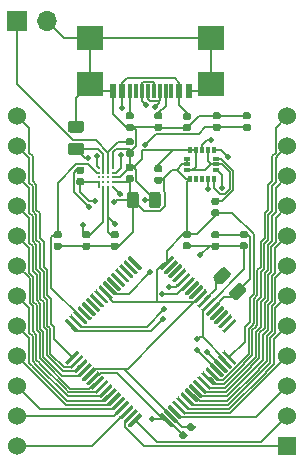
<source format=gtl>
G04 #@! TF.GenerationSoftware,KiCad,Pcbnew,(5.1.5)-3*
G04 #@! TF.CreationDate,2020-01-04T17:30:10-08:00*
G04 #@! TF.ProjectId,pcb,7063622e-6b69-4636-9164-5f7063625858,v1.1*
G04 #@! TF.SameCoordinates,Original*
G04 #@! TF.FileFunction,Copper,L1,Top*
G04 #@! TF.FilePolarity,Positive*
%FSLAX46Y46*%
G04 Gerber Fmt 4.6, Leading zero omitted, Abs format (unit mm)*
G04 Created by KiCad (PCBNEW (5.1.5)-3) date 2020-01-04 17:30:10*
%MOMM*%
%LPD*%
G04 APERTURE LIST*
%ADD10C,0.100000*%
%ADD11R,1.524000X1.524000*%
%ADD12C,1.524000*%
%ADD13R,0.600000X1.150000*%
%ADD14R,0.300000X1.150000*%
%ADD15R,2.180000X2.000000*%
%ADD16R,0.350000X0.530000*%
%ADD17R,0.530000X0.350000*%
%ADD18R,1.700000X1.700000*%
%ADD19O,1.700000X1.700000*%
%ADD20C,0.226000*%
%ADD21C,0.508000*%
%ADD22C,0.152400*%
G04 APERTURE END LIST*
G04 #@! TA.AperFunction,SMDPad,CuDef*
D10*
G36*
X139078642Y-103441174D02*
G01*
X139102303Y-103444684D01*
X139125507Y-103450496D01*
X139148029Y-103458554D01*
X139169653Y-103468782D01*
X139190170Y-103481079D01*
X139209383Y-103495329D01*
X139227107Y-103511393D01*
X139243171Y-103529117D01*
X139257421Y-103548330D01*
X139269718Y-103568847D01*
X139279946Y-103590471D01*
X139288004Y-103612993D01*
X139293816Y-103636197D01*
X139297326Y-103659858D01*
X139298500Y-103683750D01*
X139298500Y-104596250D01*
X139297326Y-104620142D01*
X139293816Y-104643803D01*
X139288004Y-104667007D01*
X139279946Y-104689529D01*
X139269718Y-104711153D01*
X139257421Y-104731670D01*
X139243171Y-104750883D01*
X139227107Y-104768607D01*
X139209383Y-104784671D01*
X139190170Y-104798921D01*
X139169653Y-104811218D01*
X139148029Y-104821446D01*
X139125507Y-104829504D01*
X139102303Y-104835316D01*
X139078642Y-104838826D01*
X139054750Y-104840000D01*
X138567250Y-104840000D01*
X138543358Y-104838826D01*
X138519697Y-104835316D01*
X138496493Y-104829504D01*
X138473971Y-104821446D01*
X138452347Y-104811218D01*
X138431830Y-104798921D01*
X138412617Y-104784671D01*
X138394893Y-104768607D01*
X138378829Y-104750883D01*
X138364579Y-104731670D01*
X138352282Y-104711153D01*
X138342054Y-104689529D01*
X138333996Y-104667007D01*
X138328184Y-104643803D01*
X138324674Y-104620142D01*
X138323500Y-104596250D01*
X138323500Y-103683750D01*
X138324674Y-103659858D01*
X138328184Y-103636197D01*
X138333996Y-103612993D01*
X138342054Y-103590471D01*
X138352282Y-103568847D01*
X138364579Y-103548330D01*
X138378829Y-103529117D01*
X138394893Y-103511393D01*
X138412617Y-103495329D01*
X138431830Y-103481079D01*
X138452347Y-103468782D01*
X138473971Y-103458554D01*
X138496493Y-103450496D01*
X138519697Y-103444684D01*
X138543358Y-103441174D01*
X138567250Y-103440000D01*
X139054750Y-103440000D01*
X139078642Y-103441174D01*
G37*
G04 #@! TD.AperFunction*
G04 #@! TA.AperFunction,SMDPad,CuDef*
G36*
X140953642Y-103441174D02*
G01*
X140977303Y-103444684D01*
X141000507Y-103450496D01*
X141023029Y-103458554D01*
X141044653Y-103468782D01*
X141065170Y-103481079D01*
X141084383Y-103495329D01*
X141102107Y-103511393D01*
X141118171Y-103529117D01*
X141132421Y-103548330D01*
X141144718Y-103568847D01*
X141154946Y-103590471D01*
X141163004Y-103612993D01*
X141168816Y-103636197D01*
X141172326Y-103659858D01*
X141173500Y-103683750D01*
X141173500Y-104596250D01*
X141172326Y-104620142D01*
X141168816Y-104643803D01*
X141163004Y-104667007D01*
X141154946Y-104689529D01*
X141144718Y-104711153D01*
X141132421Y-104731670D01*
X141118171Y-104750883D01*
X141102107Y-104768607D01*
X141084383Y-104784671D01*
X141065170Y-104798921D01*
X141044653Y-104811218D01*
X141023029Y-104821446D01*
X141000507Y-104829504D01*
X140977303Y-104835316D01*
X140953642Y-104838826D01*
X140929750Y-104840000D01*
X140442250Y-104840000D01*
X140418358Y-104838826D01*
X140394697Y-104835316D01*
X140371493Y-104829504D01*
X140348971Y-104821446D01*
X140327347Y-104811218D01*
X140306830Y-104798921D01*
X140287617Y-104784671D01*
X140269893Y-104768607D01*
X140253829Y-104750883D01*
X140239579Y-104731670D01*
X140227282Y-104711153D01*
X140217054Y-104689529D01*
X140208996Y-104667007D01*
X140203184Y-104643803D01*
X140199674Y-104620142D01*
X140198500Y-104596250D01*
X140198500Y-103683750D01*
X140199674Y-103659858D01*
X140203184Y-103636197D01*
X140208996Y-103612993D01*
X140217054Y-103590471D01*
X140227282Y-103568847D01*
X140239579Y-103548330D01*
X140253829Y-103529117D01*
X140269893Y-103511393D01*
X140287617Y-103495329D01*
X140306830Y-103481079D01*
X140327347Y-103468782D01*
X140348971Y-103458554D01*
X140371493Y-103450496D01*
X140394697Y-103444684D01*
X140418358Y-103441174D01*
X140442250Y-103440000D01*
X140929750Y-103440000D01*
X140953642Y-103441174D01*
G37*
G04 #@! TD.AperFunction*
G04 #@! TA.AperFunction,SMDPad,CuDef*
G36*
X141156958Y-102171710D02*
G01*
X141171276Y-102173834D01*
X141185317Y-102177351D01*
X141198946Y-102182228D01*
X141212031Y-102188417D01*
X141224447Y-102195858D01*
X141236073Y-102204481D01*
X141246798Y-102214202D01*
X141256519Y-102224927D01*
X141265142Y-102236553D01*
X141272583Y-102248969D01*
X141278772Y-102262054D01*
X141283649Y-102275683D01*
X141287166Y-102289724D01*
X141289290Y-102304042D01*
X141290000Y-102318500D01*
X141290000Y-102613500D01*
X141289290Y-102627958D01*
X141287166Y-102642276D01*
X141283649Y-102656317D01*
X141278772Y-102669946D01*
X141272583Y-102683031D01*
X141265142Y-102695447D01*
X141256519Y-102707073D01*
X141246798Y-102717798D01*
X141236073Y-102727519D01*
X141224447Y-102736142D01*
X141212031Y-102743583D01*
X141198946Y-102749772D01*
X141185317Y-102754649D01*
X141171276Y-102758166D01*
X141156958Y-102760290D01*
X141142500Y-102761000D01*
X140797500Y-102761000D01*
X140783042Y-102760290D01*
X140768724Y-102758166D01*
X140754683Y-102754649D01*
X140741054Y-102749772D01*
X140727969Y-102743583D01*
X140715553Y-102736142D01*
X140703927Y-102727519D01*
X140693202Y-102717798D01*
X140683481Y-102707073D01*
X140674858Y-102695447D01*
X140667417Y-102683031D01*
X140661228Y-102669946D01*
X140656351Y-102656317D01*
X140652834Y-102642276D01*
X140650710Y-102627958D01*
X140650000Y-102613500D01*
X140650000Y-102318500D01*
X140650710Y-102304042D01*
X140652834Y-102289724D01*
X140656351Y-102275683D01*
X140661228Y-102262054D01*
X140667417Y-102248969D01*
X140674858Y-102236553D01*
X140683481Y-102224927D01*
X140693202Y-102214202D01*
X140703927Y-102204481D01*
X140715553Y-102195858D01*
X140727969Y-102188417D01*
X140741054Y-102182228D01*
X140754683Y-102177351D01*
X140768724Y-102173834D01*
X140783042Y-102171710D01*
X140797500Y-102171000D01*
X141142500Y-102171000D01*
X141156958Y-102171710D01*
G37*
G04 #@! TD.AperFunction*
G04 #@! TA.AperFunction,SMDPad,CuDef*
G36*
X141156958Y-101201710D02*
G01*
X141171276Y-101203834D01*
X141185317Y-101207351D01*
X141198946Y-101212228D01*
X141212031Y-101218417D01*
X141224447Y-101225858D01*
X141236073Y-101234481D01*
X141246798Y-101244202D01*
X141256519Y-101254927D01*
X141265142Y-101266553D01*
X141272583Y-101278969D01*
X141278772Y-101292054D01*
X141283649Y-101305683D01*
X141287166Y-101319724D01*
X141289290Y-101334042D01*
X141290000Y-101348500D01*
X141290000Y-101643500D01*
X141289290Y-101657958D01*
X141287166Y-101672276D01*
X141283649Y-101686317D01*
X141278772Y-101699946D01*
X141272583Y-101713031D01*
X141265142Y-101725447D01*
X141256519Y-101737073D01*
X141246798Y-101747798D01*
X141236073Y-101757519D01*
X141224447Y-101766142D01*
X141212031Y-101773583D01*
X141198946Y-101779772D01*
X141185317Y-101784649D01*
X141171276Y-101788166D01*
X141156958Y-101790290D01*
X141142500Y-101791000D01*
X140797500Y-101791000D01*
X140783042Y-101790290D01*
X140768724Y-101788166D01*
X140754683Y-101784649D01*
X140741054Y-101779772D01*
X140727969Y-101773583D01*
X140715553Y-101766142D01*
X140703927Y-101757519D01*
X140693202Y-101747798D01*
X140683481Y-101737073D01*
X140674858Y-101725447D01*
X140667417Y-101713031D01*
X140661228Y-101699946D01*
X140656351Y-101686317D01*
X140652834Y-101672276D01*
X140650710Y-101657958D01*
X140650000Y-101643500D01*
X140650000Y-101348500D01*
X140650710Y-101334042D01*
X140652834Y-101319724D01*
X140656351Y-101305683D01*
X140661228Y-101292054D01*
X140667417Y-101278969D01*
X140674858Y-101266553D01*
X140683481Y-101254927D01*
X140693202Y-101244202D01*
X140703927Y-101234481D01*
X140715553Y-101225858D01*
X140727969Y-101218417D01*
X140741054Y-101212228D01*
X140754683Y-101207351D01*
X140768724Y-101203834D01*
X140783042Y-101201710D01*
X140797500Y-101201000D01*
X141142500Y-101201000D01*
X141156958Y-101201710D01*
G37*
G04 #@! TD.AperFunction*
D11*
X151892000Y-124968000D03*
D12*
X151892000Y-122428000D03*
X151892000Y-119888000D03*
X151892000Y-117348000D03*
X151892000Y-114808000D03*
X151892000Y-112268000D03*
X151892000Y-109728000D03*
X151892000Y-107188000D03*
X151892000Y-104648000D03*
X151892000Y-102108000D03*
X151892000Y-99568000D03*
X151892000Y-97028000D03*
X129032000Y-97028000D03*
X129032000Y-99568000D03*
X129032000Y-102108000D03*
X129032000Y-104648000D03*
X129032000Y-107188000D03*
X129032000Y-109728000D03*
X129032000Y-112268000D03*
X129032000Y-114808000D03*
X129032000Y-117348000D03*
X129032000Y-119888000D03*
X129032000Y-122428000D03*
X129032000Y-124968000D03*
G04 #@! TA.AperFunction,SMDPad,CuDef*
D10*
G36*
X134465142Y-99335674D02*
G01*
X134488803Y-99339184D01*
X134512007Y-99344996D01*
X134534529Y-99353054D01*
X134556153Y-99363282D01*
X134576670Y-99375579D01*
X134595883Y-99389829D01*
X134613607Y-99405893D01*
X134629671Y-99423617D01*
X134643921Y-99442830D01*
X134656218Y-99463347D01*
X134666446Y-99484971D01*
X134674504Y-99507493D01*
X134680316Y-99530697D01*
X134683826Y-99554358D01*
X134685000Y-99578250D01*
X134685000Y-100065750D01*
X134683826Y-100089642D01*
X134680316Y-100113303D01*
X134674504Y-100136507D01*
X134666446Y-100159029D01*
X134656218Y-100180653D01*
X134643921Y-100201170D01*
X134629671Y-100220383D01*
X134613607Y-100238107D01*
X134595883Y-100254171D01*
X134576670Y-100268421D01*
X134556153Y-100280718D01*
X134534529Y-100290946D01*
X134512007Y-100299004D01*
X134488803Y-100304816D01*
X134465142Y-100308326D01*
X134441250Y-100309500D01*
X133528750Y-100309500D01*
X133504858Y-100308326D01*
X133481197Y-100304816D01*
X133457993Y-100299004D01*
X133435471Y-100290946D01*
X133413847Y-100280718D01*
X133393330Y-100268421D01*
X133374117Y-100254171D01*
X133356393Y-100238107D01*
X133340329Y-100220383D01*
X133326079Y-100201170D01*
X133313782Y-100180653D01*
X133303554Y-100159029D01*
X133295496Y-100136507D01*
X133289684Y-100113303D01*
X133286174Y-100089642D01*
X133285000Y-100065750D01*
X133285000Y-99578250D01*
X133286174Y-99554358D01*
X133289684Y-99530697D01*
X133295496Y-99507493D01*
X133303554Y-99484971D01*
X133313782Y-99463347D01*
X133326079Y-99442830D01*
X133340329Y-99423617D01*
X133356393Y-99405893D01*
X133374117Y-99389829D01*
X133393330Y-99375579D01*
X133413847Y-99363282D01*
X133435471Y-99353054D01*
X133457993Y-99344996D01*
X133481197Y-99339184D01*
X133504858Y-99335674D01*
X133528750Y-99334500D01*
X134441250Y-99334500D01*
X134465142Y-99335674D01*
G37*
G04 #@! TD.AperFunction*
G04 #@! TA.AperFunction,SMDPad,CuDef*
G36*
X134465142Y-97460674D02*
G01*
X134488803Y-97464184D01*
X134512007Y-97469996D01*
X134534529Y-97478054D01*
X134556153Y-97488282D01*
X134576670Y-97500579D01*
X134595883Y-97514829D01*
X134613607Y-97530893D01*
X134629671Y-97548617D01*
X134643921Y-97567830D01*
X134656218Y-97588347D01*
X134666446Y-97609971D01*
X134674504Y-97632493D01*
X134680316Y-97655697D01*
X134683826Y-97679358D01*
X134685000Y-97703250D01*
X134685000Y-98190750D01*
X134683826Y-98214642D01*
X134680316Y-98238303D01*
X134674504Y-98261507D01*
X134666446Y-98284029D01*
X134656218Y-98305653D01*
X134643921Y-98326170D01*
X134629671Y-98345383D01*
X134613607Y-98363107D01*
X134595883Y-98379171D01*
X134576670Y-98393421D01*
X134556153Y-98405718D01*
X134534529Y-98415946D01*
X134512007Y-98424004D01*
X134488803Y-98429816D01*
X134465142Y-98433326D01*
X134441250Y-98434500D01*
X133528750Y-98434500D01*
X133504858Y-98433326D01*
X133481197Y-98429816D01*
X133457993Y-98424004D01*
X133435471Y-98415946D01*
X133413847Y-98405718D01*
X133393330Y-98393421D01*
X133374117Y-98379171D01*
X133356393Y-98363107D01*
X133340329Y-98345383D01*
X133326079Y-98326170D01*
X133313782Y-98305653D01*
X133303554Y-98284029D01*
X133295496Y-98261507D01*
X133289684Y-98238303D01*
X133286174Y-98214642D01*
X133285000Y-98190750D01*
X133285000Y-97703250D01*
X133286174Y-97679358D01*
X133289684Y-97655697D01*
X133295496Y-97632493D01*
X133303554Y-97609971D01*
X133313782Y-97588347D01*
X133326079Y-97567830D01*
X133340329Y-97548617D01*
X133356393Y-97530893D01*
X133374117Y-97514829D01*
X133393330Y-97500579D01*
X133413847Y-97488282D01*
X133435471Y-97478054D01*
X133457993Y-97469996D01*
X133481197Y-97464184D01*
X133504858Y-97460674D01*
X133528750Y-97459500D01*
X134441250Y-97459500D01*
X134465142Y-97460674D01*
G37*
G04 #@! TD.AperFunction*
G04 #@! TA.AperFunction,SMDPad,CuDef*
G36*
X146549326Y-109823623D02*
G01*
X146572987Y-109827133D01*
X146596191Y-109832945D01*
X146618713Y-109841003D01*
X146640337Y-109851231D01*
X146660854Y-109863528D01*
X146680067Y-109877778D01*
X146697791Y-109893842D01*
X147042506Y-110238557D01*
X147058570Y-110256281D01*
X147072820Y-110275494D01*
X147085117Y-110296011D01*
X147095345Y-110317635D01*
X147103403Y-110340157D01*
X147109215Y-110363361D01*
X147112725Y-110387022D01*
X147113899Y-110410914D01*
X147112725Y-110434806D01*
X147109215Y-110458467D01*
X147103403Y-110481671D01*
X147095345Y-110504193D01*
X147085117Y-110525817D01*
X147072820Y-110546334D01*
X147058570Y-110565547D01*
X147042506Y-110583271D01*
X146397271Y-111228506D01*
X146379547Y-111244570D01*
X146360334Y-111258820D01*
X146339817Y-111271117D01*
X146318193Y-111281345D01*
X146295671Y-111289403D01*
X146272467Y-111295215D01*
X146248806Y-111298725D01*
X146224914Y-111299899D01*
X146201022Y-111298725D01*
X146177361Y-111295215D01*
X146154157Y-111289403D01*
X146131635Y-111281345D01*
X146110011Y-111271117D01*
X146089494Y-111258820D01*
X146070281Y-111244570D01*
X146052557Y-111228506D01*
X145707842Y-110883791D01*
X145691778Y-110866067D01*
X145677528Y-110846854D01*
X145665231Y-110826337D01*
X145655003Y-110804713D01*
X145646945Y-110782191D01*
X145641133Y-110758987D01*
X145637623Y-110735326D01*
X145636449Y-110711434D01*
X145637623Y-110687542D01*
X145641133Y-110663881D01*
X145646945Y-110640677D01*
X145655003Y-110618155D01*
X145665231Y-110596531D01*
X145677528Y-110576014D01*
X145691778Y-110556801D01*
X145707842Y-110539077D01*
X146353077Y-109893842D01*
X146370801Y-109877778D01*
X146390014Y-109863528D01*
X146410531Y-109851231D01*
X146432155Y-109841003D01*
X146454677Y-109832945D01*
X146477881Y-109827133D01*
X146501542Y-109823623D01*
X146525434Y-109822449D01*
X146549326Y-109823623D01*
G37*
G04 #@! TD.AperFunction*
G04 #@! TA.AperFunction,SMDPad,CuDef*
G36*
X147875152Y-111149449D02*
G01*
X147898813Y-111152959D01*
X147922017Y-111158771D01*
X147944539Y-111166829D01*
X147966163Y-111177057D01*
X147986680Y-111189354D01*
X148005893Y-111203604D01*
X148023617Y-111219668D01*
X148368332Y-111564383D01*
X148384396Y-111582107D01*
X148398646Y-111601320D01*
X148410943Y-111621837D01*
X148421171Y-111643461D01*
X148429229Y-111665983D01*
X148435041Y-111689187D01*
X148438551Y-111712848D01*
X148439725Y-111736740D01*
X148438551Y-111760632D01*
X148435041Y-111784293D01*
X148429229Y-111807497D01*
X148421171Y-111830019D01*
X148410943Y-111851643D01*
X148398646Y-111872160D01*
X148384396Y-111891373D01*
X148368332Y-111909097D01*
X147723097Y-112554332D01*
X147705373Y-112570396D01*
X147686160Y-112584646D01*
X147665643Y-112596943D01*
X147644019Y-112607171D01*
X147621497Y-112615229D01*
X147598293Y-112621041D01*
X147574632Y-112624551D01*
X147550740Y-112625725D01*
X147526848Y-112624551D01*
X147503187Y-112621041D01*
X147479983Y-112615229D01*
X147457461Y-112607171D01*
X147435837Y-112596943D01*
X147415320Y-112584646D01*
X147396107Y-112570396D01*
X147378383Y-112554332D01*
X147033668Y-112209617D01*
X147017604Y-112191893D01*
X147003354Y-112172680D01*
X146991057Y-112152163D01*
X146980829Y-112130539D01*
X146972771Y-112108017D01*
X146966959Y-112084813D01*
X146963449Y-112061152D01*
X146962275Y-112037260D01*
X146963449Y-112013368D01*
X146966959Y-111989707D01*
X146972771Y-111966503D01*
X146980829Y-111943981D01*
X146991057Y-111922357D01*
X147003354Y-111901840D01*
X147017604Y-111882627D01*
X147033668Y-111864903D01*
X147678903Y-111219668D01*
X147696627Y-111203604D01*
X147715840Y-111189354D01*
X147736357Y-111177057D01*
X147757981Y-111166829D01*
X147780503Y-111158771D01*
X147803707Y-111152959D01*
X147827368Y-111149449D01*
X147851260Y-111148275D01*
X147875152Y-111149449D01*
G37*
G04 #@! TD.AperFunction*
G04 #@! TA.AperFunction,SMDPad,CuDef*
G36*
X146108958Y-97693710D02*
G01*
X146123276Y-97695834D01*
X146137317Y-97699351D01*
X146150946Y-97704228D01*
X146164031Y-97710417D01*
X146176447Y-97717858D01*
X146188073Y-97726481D01*
X146198798Y-97736202D01*
X146208519Y-97746927D01*
X146217142Y-97758553D01*
X146224583Y-97770969D01*
X146230772Y-97784054D01*
X146235649Y-97797683D01*
X146239166Y-97811724D01*
X146241290Y-97826042D01*
X146242000Y-97840500D01*
X146242000Y-98135500D01*
X146241290Y-98149958D01*
X146239166Y-98164276D01*
X146235649Y-98178317D01*
X146230772Y-98191946D01*
X146224583Y-98205031D01*
X146217142Y-98217447D01*
X146208519Y-98229073D01*
X146198798Y-98239798D01*
X146188073Y-98249519D01*
X146176447Y-98258142D01*
X146164031Y-98265583D01*
X146150946Y-98271772D01*
X146137317Y-98276649D01*
X146123276Y-98280166D01*
X146108958Y-98282290D01*
X146094500Y-98283000D01*
X145749500Y-98283000D01*
X145735042Y-98282290D01*
X145720724Y-98280166D01*
X145706683Y-98276649D01*
X145693054Y-98271772D01*
X145679969Y-98265583D01*
X145667553Y-98258142D01*
X145655927Y-98249519D01*
X145645202Y-98239798D01*
X145635481Y-98229073D01*
X145626858Y-98217447D01*
X145619417Y-98205031D01*
X145613228Y-98191946D01*
X145608351Y-98178317D01*
X145604834Y-98164276D01*
X145602710Y-98149958D01*
X145602000Y-98135500D01*
X145602000Y-97840500D01*
X145602710Y-97826042D01*
X145604834Y-97811724D01*
X145608351Y-97797683D01*
X145613228Y-97784054D01*
X145619417Y-97770969D01*
X145626858Y-97758553D01*
X145635481Y-97746927D01*
X145645202Y-97736202D01*
X145655927Y-97726481D01*
X145667553Y-97717858D01*
X145679969Y-97710417D01*
X145693054Y-97704228D01*
X145706683Y-97699351D01*
X145720724Y-97695834D01*
X145735042Y-97693710D01*
X145749500Y-97693000D01*
X146094500Y-97693000D01*
X146108958Y-97693710D01*
G37*
G04 #@! TD.AperFunction*
G04 #@! TA.AperFunction,SMDPad,CuDef*
G36*
X146108958Y-96723710D02*
G01*
X146123276Y-96725834D01*
X146137317Y-96729351D01*
X146150946Y-96734228D01*
X146164031Y-96740417D01*
X146176447Y-96747858D01*
X146188073Y-96756481D01*
X146198798Y-96766202D01*
X146208519Y-96776927D01*
X146217142Y-96788553D01*
X146224583Y-96800969D01*
X146230772Y-96814054D01*
X146235649Y-96827683D01*
X146239166Y-96841724D01*
X146241290Y-96856042D01*
X146242000Y-96870500D01*
X146242000Y-97165500D01*
X146241290Y-97179958D01*
X146239166Y-97194276D01*
X146235649Y-97208317D01*
X146230772Y-97221946D01*
X146224583Y-97235031D01*
X146217142Y-97247447D01*
X146208519Y-97259073D01*
X146198798Y-97269798D01*
X146188073Y-97279519D01*
X146176447Y-97288142D01*
X146164031Y-97295583D01*
X146150946Y-97301772D01*
X146137317Y-97306649D01*
X146123276Y-97310166D01*
X146108958Y-97312290D01*
X146094500Y-97313000D01*
X145749500Y-97313000D01*
X145735042Y-97312290D01*
X145720724Y-97310166D01*
X145706683Y-97306649D01*
X145693054Y-97301772D01*
X145679969Y-97295583D01*
X145667553Y-97288142D01*
X145655927Y-97279519D01*
X145645202Y-97269798D01*
X145635481Y-97259073D01*
X145626858Y-97247447D01*
X145619417Y-97235031D01*
X145613228Y-97221946D01*
X145608351Y-97208317D01*
X145604834Y-97194276D01*
X145602710Y-97179958D01*
X145602000Y-97165500D01*
X145602000Y-96870500D01*
X145602710Y-96856042D01*
X145604834Y-96841724D01*
X145608351Y-96827683D01*
X145613228Y-96814054D01*
X145619417Y-96800969D01*
X145626858Y-96788553D01*
X145635481Y-96776927D01*
X145645202Y-96766202D01*
X145655927Y-96756481D01*
X145667553Y-96747858D01*
X145679969Y-96740417D01*
X145693054Y-96734228D01*
X145706683Y-96729351D01*
X145720724Y-96725834D01*
X145735042Y-96723710D01*
X145749500Y-96723000D01*
X146094500Y-96723000D01*
X146108958Y-96723710D01*
G37*
G04 #@! TD.AperFunction*
G04 #@! TA.AperFunction,SMDPad,CuDef*
G36*
X132647958Y-107759710D02*
G01*
X132662276Y-107761834D01*
X132676317Y-107765351D01*
X132689946Y-107770228D01*
X132703031Y-107776417D01*
X132715447Y-107783858D01*
X132727073Y-107792481D01*
X132737798Y-107802202D01*
X132747519Y-107812927D01*
X132756142Y-107824553D01*
X132763583Y-107836969D01*
X132769772Y-107850054D01*
X132774649Y-107863683D01*
X132778166Y-107877724D01*
X132780290Y-107892042D01*
X132781000Y-107906500D01*
X132781000Y-108201500D01*
X132780290Y-108215958D01*
X132778166Y-108230276D01*
X132774649Y-108244317D01*
X132769772Y-108257946D01*
X132763583Y-108271031D01*
X132756142Y-108283447D01*
X132747519Y-108295073D01*
X132737798Y-108305798D01*
X132727073Y-108315519D01*
X132715447Y-108324142D01*
X132703031Y-108331583D01*
X132689946Y-108337772D01*
X132676317Y-108342649D01*
X132662276Y-108346166D01*
X132647958Y-108348290D01*
X132633500Y-108349000D01*
X132288500Y-108349000D01*
X132274042Y-108348290D01*
X132259724Y-108346166D01*
X132245683Y-108342649D01*
X132232054Y-108337772D01*
X132218969Y-108331583D01*
X132206553Y-108324142D01*
X132194927Y-108315519D01*
X132184202Y-108305798D01*
X132174481Y-108295073D01*
X132165858Y-108283447D01*
X132158417Y-108271031D01*
X132152228Y-108257946D01*
X132147351Y-108244317D01*
X132143834Y-108230276D01*
X132141710Y-108215958D01*
X132141000Y-108201500D01*
X132141000Y-107906500D01*
X132141710Y-107892042D01*
X132143834Y-107877724D01*
X132147351Y-107863683D01*
X132152228Y-107850054D01*
X132158417Y-107836969D01*
X132165858Y-107824553D01*
X132174481Y-107812927D01*
X132184202Y-107802202D01*
X132194927Y-107792481D01*
X132206553Y-107783858D01*
X132218969Y-107776417D01*
X132232054Y-107770228D01*
X132245683Y-107765351D01*
X132259724Y-107761834D01*
X132274042Y-107759710D01*
X132288500Y-107759000D01*
X132633500Y-107759000D01*
X132647958Y-107759710D01*
G37*
G04 #@! TD.AperFunction*
G04 #@! TA.AperFunction,SMDPad,CuDef*
G36*
X132647958Y-106789710D02*
G01*
X132662276Y-106791834D01*
X132676317Y-106795351D01*
X132689946Y-106800228D01*
X132703031Y-106806417D01*
X132715447Y-106813858D01*
X132727073Y-106822481D01*
X132737798Y-106832202D01*
X132747519Y-106842927D01*
X132756142Y-106854553D01*
X132763583Y-106866969D01*
X132769772Y-106880054D01*
X132774649Y-106893683D01*
X132778166Y-106907724D01*
X132780290Y-106922042D01*
X132781000Y-106936500D01*
X132781000Y-107231500D01*
X132780290Y-107245958D01*
X132778166Y-107260276D01*
X132774649Y-107274317D01*
X132769772Y-107287946D01*
X132763583Y-107301031D01*
X132756142Y-107313447D01*
X132747519Y-107325073D01*
X132737798Y-107335798D01*
X132727073Y-107345519D01*
X132715447Y-107354142D01*
X132703031Y-107361583D01*
X132689946Y-107367772D01*
X132676317Y-107372649D01*
X132662276Y-107376166D01*
X132647958Y-107378290D01*
X132633500Y-107379000D01*
X132288500Y-107379000D01*
X132274042Y-107378290D01*
X132259724Y-107376166D01*
X132245683Y-107372649D01*
X132232054Y-107367772D01*
X132218969Y-107361583D01*
X132206553Y-107354142D01*
X132194927Y-107345519D01*
X132184202Y-107335798D01*
X132174481Y-107325073D01*
X132165858Y-107313447D01*
X132158417Y-107301031D01*
X132152228Y-107287946D01*
X132147351Y-107274317D01*
X132143834Y-107260276D01*
X132141710Y-107245958D01*
X132141000Y-107231500D01*
X132141000Y-106936500D01*
X132141710Y-106922042D01*
X132143834Y-106907724D01*
X132147351Y-106893683D01*
X132152228Y-106880054D01*
X132158417Y-106866969D01*
X132165858Y-106854553D01*
X132174481Y-106842927D01*
X132184202Y-106832202D01*
X132194927Y-106822481D01*
X132206553Y-106813858D01*
X132218969Y-106806417D01*
X132232054Y-106800228D01*
X132245683Y-106795351D01*
X132259724Y-106791834D01*
X132274042Y-106789710D01*
X132288500Y-106789000D01*
X132633500Y-106789000D01*
X132647958Y-106789710D01*
G37*
G04 #@! TD.AperFunction*
G04 #@! TA.AperFunction,SMDPad,CuDef*
G36*
X138743958Y-96733710D02*
G01*
X138758276Y-96735834D01*
X138772317Y-96739351D01*
X138785946Y-96744228D01*
X138799031Y-96750417D01*
X138811447Y-96757858D01*
X138823073Y-96766481D01*
X138833798Y-96776202D01*
X138843519Y-96786927D01*
X138852142Y-96798553D01*
X138859583Y-96810969D01*
X138865772Y-96824054D01*
X138870649Y-96837683D01*
X138874166Y-96851724D01*
X138876290Y-96866042D01*
X138877000Y-96880500D01*
X138877000Y-97175500D01*
X138876290Y-97189958D01*
X138874166Y-97204276D01*
X138870649Y-97218317D01*
X138865772Y-97231946D01*
X138859583Y-97245031D01*
X138852142Y-97257447D01*
X138843519Y-97269073D01*
X138833798Y-97279798D01*
X138823073Y-97289519D01*
X138811447Y-97298142D01*
X138799031Y-97305583D01*
X138785946Y-97311772D01*
X138772317Y-97316649D01*
X138758276Y-97320166D01*
X138743958Y-97322290D01*
X138729500Y-97323000D01*
X138384500Y-97323000D01*
X138370042Y-97322290D01*
X138355724Y-97320166D01*
X138341683Y-97316649D01*
X138328054Y-97311772D01*
X138314969Y-97305583D01*
X138302553Y-97298142D01*
X138290927Y-97289519D01*
X138280202Y-97279798D01*
X138270481Y-97269073D01*
X138261858Y-97257447D01*
X138254417Y-97245031D01*
X138248228Y-97231946D01*
X138243351Y-97218317D01*
X138239834Y-97204276D01*
X138237710Y-97189958D01*
X138237000Y-97175500D01*
X138237000Y-96880500D01*
X138237710Y-96866042D01*
X138239834Y-96851724D01*
X138243351Y-96837683D01*
X138248228Y-96824054D01*
X138254417Y-96810969D01*
X138261858Y-96798553D01*
X138270481Y-96786927D01*
X138280202Y-96776202D01*
X138290927Y-96766481D01*
X138302553Y-96757858D01*
X138314969Y-96750417D01*
X138328054Y-96744228D01*
X138341683Y-96739351D01*
X138355724Y-96735834D01*
X138370042Y-96733710D01*
X138384500Y-96733000D01*
X138729500Y-96733000D01*
X138743958Y-96733710D01*
G37*
G04 #@! TD.AperFunction*
G04 #@! TA.AperFunction,SMDPad,CuDef*
G36*
X138743958Y-97703710D02*
G01*
X138758276Y-97705834D01*
X138772317Y-97709351D01*
X138785946Y-97714228D01*
X138799031Y-97720417D01*
X138811447Y-97727858D01*
X138823073Y-97736481D01*
X138833798Y-97746202D01*
X138843519Y-97756927D01*
X138852142Y-97768553D01*
X138859583Y-97780969D01*
X138865772Y-97794054D01*
X138870649Y-97807683D01*
X138874166Y-97821724D01*
X138876290Y-97836042D01*
X138877000Y-97850500D01*
X138877000Y-98145500D01*
X138876290Y-98159958D01*
X138874166Y-98174276D01*
X138870649Y-98188317D01*
X138865772Y-98201946D01*
X138859583Y-98215031D01*
X138852142Y-98227447D01*
X138843519Y-98239073D01*
X138833798Y-98249798D01*
X138823073Y-98259519D01*
X138811447Y-98268142D01*
X138799031Y-98275583D01*
X138785946Y-98281772D01*
X138772317Y-98286649D01*
X138758276Y-98290166D01*
X138743958Y-98292290D01*
X138729500Y-98293000D01*
X138384500Y-98293000D01*
X138370042Y-98292290D01*
X138355724Y-98290166D01*
X138341683Y-98286649D01*
X138328054Y-98281772D01*
X138314969Y-98275583D01*
X138302553Y-98268142D01*
X138290927Y-98259519D01*
X138280202Y-98249798D01*
X138270481Y-98239073D01*
X138261858Y-98227447D01*
X138254417Y-98215031D01*
X138248228Y-98201946D01*
X138243351Y-98188317D01*
X138239834Y-98174276D01*
X138237710Y-98159958D01*
X138237000Y-98145500D01*
X138237000Y-97850500D01*
X138237710Y-97836042D01*
X138239834Y-97821724D01*
X138243351Y-97807683D01*
X138248228Y-97794054D01*
X138254417Y-97780969D01*
X138261858Y-97768553D01*
X138270481Y-97756927D01*
X138280202Y-97746202D01*
X138290927Y-97736481D01*
X138302553Y-97727858D01*
X138314969Y-97720417D01*
X138328054Y-97714228D01*
X138341683Y-97709351D01*
X138355724Y-97705834D01*
X138370042Y-97703710D01*
X138384500Y-97703000D01*
X138729500Y-97703000D01*
X138743958Y-97703710D01*
G37*
G04 #@! TD.AperFunction*
G04 #@! TA.AperFunction,SMDPad,CuDef*
G36*
X145982958Y-104942710D02*
G01*
X145997276Y-104944834D01*
X146011317Y-104948351D01*
X146024946Y-104953228D01*
X146038031Y-104959417D01*
X146050447Y-104966858D01*
X146062073Y-104975481D01*
X146072798Y-104985202D01*
X146082519Y-104995927D01*
X146091142Y-105007553D01*
X146098583Y-105019969D01*
X146104772Y-105033054D01*
X146109649Y-105046683D01*
X146113166Y-105060724D01*
X146115290Y-105075042D01*
X146116000Y-105089500D01*
X146116000Y-105384500D01*
X146115290Y-105398958D01*
X146113166Y-105413276D01*
X146109649Y-105427317D01*
X146104772Y-105440946D01*
X146098583Y-105454031D01*
X146091142Y-105466447D01*
X146082519Y-105478073D01*
X146072798Y-105488798D01*
X146062073Y-105498519D01*
X146050447Y-105507142D01*
X146038031Y-105514583D01*
X146024946Y-105520772D01*
X146011317Y-105525649D01*
X145997276Y-105529166D01*
X145982958Y-105531290D01*
X145968500Y-105532000D01*
X145623500Y-105532000D01*
X145609042Y-105531290D01*
X145594724Y-105529166D01*
X145580683Y-105525649D01*
X145567054Y-105520772D01*
X145553969Y-105514583D01*
X145541553Y-105507142D01*
X145529927Y-105498519D01*
X145519202Y-105488798D01*
X145509481Y-105478073D01*
X145500858Y-105466447D01*
X145493417Y-105454031D01*
X145487228Y-105440946D01*
X145482351Y-105427317D01*
X145478834Y-105413276D01*
X145476710Y-105398958D01*
X145476000Y-105384500D01*
X145476000Y-105089500D01*
X145476710Y-105075042D01*
X145478834Y-105060724D01*
X145482351Y-105046683D01*
X145487228Y-105033054D01*
X145493417Y-105019969D01*
X145500858Y-105007553D01*
X145509481Y-104995927D01*
X145519202Y-104985202D01*
X145529927Y-104975481D01*
X145541553Y-104966858D01*
X145553969Y-104959417D01*
X145567054Y-104953228D01*
X145580683Y-104948351D01*
X145594724Y-104944834D01*
X145609042Y-104942710D01*
X145623500Y-104942000D01*
X145968500Y-104942000D01*
X145982958Y-104942710D01*
G37*
G04 #@! TD.AperFunction*
G04 #@! TA.AperFunction,SMDPad,CuDef*
G36*
X145982958Y-103972710D02*
G01*
X145997276Y-103974834D01*
X146011317Y-103978351D01*
X146024946Y-103983228D01*
X146038031Y-103989417D01*
X146050447Y-103996858D01*
X146062073Y-104005481D01*
X146072798Y-104015202D01*
X146082519Y-104025927D01*
X146091142Y-104037553D01*
X146098583Y-104049969D01*
X146104772Y-104063054D01*
X146109649Y-104076683D01*
X146113166Y-104090724D01*
X146115290Y-104105042D01*
X146116000Y-104119500D01*
X146116000Y-104414500D01*
X146115290Y-104428958D01*
X146113166Y-104443276D01*
X146109649Y-104457317D01*
X146104772Y-104470946D01*
X146098583Y-104484031D01*
X146091142Y-104496447D01*
X146082519Y-104508073D01*
X146072798Y-104518798D01*
X146062073Y-104528519D01*
X146050447Y-104537142D01*
X146038031Y-104544583D01*
X146024946Y-104550772D01*
X146011317Y-104555649D01*
X145997276Y-104559166D01*
X145982958Y-104561290D01*
X145968500Y-104562000D01*
X145623500Y-104562000D01*
X145609042Y-104561290D01*
X145594724Y-104559166D01*
X145580683Y-104555649D01*
X145567054Y-104550772D01*
X145553969Y-104544583D01*
X145541553Y-104537142D01*
X145529927Y-104528519D01*
X145519202Y-104518798D01*
X145509481Y-104508073D01*
X145500858Y-104496447D01*
X145493417Y-104484031D01*
X145487228Y-104470946D01*
X145482351Y-104457317D01*
X145478834Y-104443276D01*
X145476710Y-104428958D01*
X145476000Y-104414500D01*
X145476000Y-104119500D01*
X145476710Y-104105042D01*
X145478834Y-104090724D01*
X145482351Y-104076683D01*
X145487228Y-104063054D01*
X145493417Y-104049969D01*
X145500858Y-104037553D01*
X145509481Y-104025927D01*
X145519202Y-104015202D01*
X145529927Y-104005481D01*
X145541553Y-103996858D01*
X145553969Y-103989417D01*
X145567054Y-103983228D01*
X145580683Y-103978351D01*
X145594724Y-103974834D01*
X145609042Y-103972710D01*
X145623500Y-103972000D01*
X145968500Y-103972000D01*
X145982958Y-103972710D01*
G37*
G04 #@! TD.AperFunction*
G04 #@! TA.AperFunction,SMDPad,CuDef*
G36*
X141156958Y-96733710D02*
G01*
X141171276Y-96735834D01*
X141185317Y-96739351D01*
X141198946Y-96744228D01*
X141212031Y-96750417D01*
X141224447Y-96757858D01*
X141236073Y-96766481D01*
X141246798Y-96776202D01*
X141256519Y-96786927D01*
X141265142Y-96798553D01*
X141272583Y-96810969D01*
X141278772Y-96824054D01*
X141283649Y-96837683D01*
X141287166Y-96851724D01*
X141289290Y-96866042D01*
X141290000Y-96880500D01*
X141290000Y-97175500D01*
X141289290Y-97189958D01*
X141287166Y-97204276D01*
X141283649Y-97218317D01*
X141278772Y-97231946D01*
X141272583Y-97245031D01*
X141265142Y-97257447D01*
X141256519Y-97269073D01*
X141246798Y-97279798D01*
X141236073Y-97289519D01*
X141224447Y-97298142D01*
X141212031Y-97305583D01*
X141198946Y-97311772D01*
X141185317Y-97316649D01*
X141171276Y-97320166D01*
X141156958Y-97322290D01*
X141142500Y-97323000D01*
X140797500Y-97323000D01*
X140783042Y-97322290D01*
X140768724Y-97320166D01*
X140754683Y-97316649D01*
X140741054Y-97311772D01*
X140727969Y-97305583D01*
X140715553Y-97298142D01*
X140703927Y-97289519D01*
X140693202Y-97279798D01*
X140683481Y-97269073D01*
X140674858Y-97257447D01*
X140667417Y-97245031D01*
X140661228Y-97231946D01*
X140656351Y-97218317D01*
X140652834Y-97204276D01*
X140650710Y-97189958D01*
X140650000Y-97175500D01*
X140650000Y-96880500D01*
X140650710Y-96866042D01*
X140652834Y-96851724D01*
X140656351Y-96837683D01*
X140661228Y-96824054D01*
X140667417Y-96810969D01*
X140674858Y-96798553D01*
X140683481Y-96786927D01*
X140693202Y-96776202D01*
X140703927Y-96766481D01*
X140715553Y-96757858D01*
X140727969Y-96750417D01*
X140741054Y-96744228D01*
X140754683Y-96739351D01*
X140768724Y-96735834D01*
X140783042Y-96733710D01*
X140797500Y-96733000D01*
X141142500Y-96733000D01*
X141156958Y-96733710D01*
G37*
G04 #@! TD.AperFunction*
G04 #@! TA.AperFunction,SMDPad,CuDef*
G36*
X141156958Y-97703710D02*
G01*
X141171276Y-97705834D01*
X141185317Y-97709351D01*
X141198946Y-97714228D01*
X141212031Y-97720417D01*
X141224447Y-97727858D01*
X141236073Y-97736481D01*
X141246798Y-97746202D01*
X141256519Y-97756927D01*
X141265142Y-97768553D01*
X141272583Y-97780969D01*
X141278772Y-97794054D01*
X141283649Y-97807683D01*
X141287166Y-97821724D01*
X141289290Y-97836042D01*
X141290000Y-97850500D01*
X141290000Y-98145500D01*
X141289290Y-98159958D01*
X141287166Y-98174276D01*
X141283649Y-98188317D01*
X141278772Y-98201946D01*
X141272583Y-98215031D01*
X141265142Y-98227447D01*
X141256519Y-98239073D01*
X141246798Y-98249798D01*
X141236073Y-98259519D01*
X141224447Y-98268142D01*
X141212031Y-98275583D01*
X141198946Y-98281772D01*
X141185317Y-98286649D01*
X141171276Y-98290166D01*
X141156958Y-98292290D01*
X141142500Y-98293000D01*
X140797500Y-98293000D01*
X140783042Y-98292290D01*
X140768724Y-98290166D01*
X140754683Y-98286649D01*
X140741054Y-98281772D01*
X140727969Y-98275583D01*
X140715553Y-98268142D01*
X140703927Y-98259519D01*
X140693202Y-98249798D01*
X140683481Y-98239073D01*
X140674858Y-98227447D01*
X140667417Y-98215031D01*
X140661228Y-98201946D01*
X140656351Y-98188317D01*
X140652834Y-98174276D01*
X140650710Y-98159958D01*
X140650000Y-98145500D01*
X140650000Y-97850500D01*
X140650710Y-97836042D01*
X140652834Y-97821724D01*
X140656351Y-97807683D01*
X140661228Y-97794054D01*
X140667417Y-97780969D01*
X140674858Y-97768553D01*
X140683481Y-97756927D01*
X140693202Y-97746202D01*
X140703927Y-97736481D01*
X140715553Y-97727858D01*
X140727969Y-97720417D01*
X140741054Y-97714228D01*
X140754683Y-97709351D01*
X140768724Y-97705834D01*
X140783042Y-97703710D01*
X140797500Y-97703000D01*
X141142500Y-97703000D01*
X141156958Y-97703710D01*
G37*
G04 #@! TD.AperFunction*
G04 #@! TA.AperFunction,SMDPad,CuDef*
G36*
X148649958Y-96733710D02*
G01*
X148664276Y-96735834D01*
X148678317Y-96739351D01*
X148691946Y-96744228D01*
X148705031Y-96750417D01*
X148717447Y-96757858D01*
X148729073Y-96766481D01*
X148739798Y-96776202D01*
X148749519Y-96786927D01*
X148758142Y-96798553D01*
X148765583Y-96810969D01*
X148771772Y-96824054D01*
X148776649Y-96837683D01*
X148780166Y-96851724D01*
X148782290Y-96866042D01*
X148783000Y-96880500D01*
X148783000Y-97175500D01*
X148782290Y-97189958D01*
X148780166Y-97204276D01*
X148776649Y-97218317D01*
X148771772Y-97231946D01*
X148765583Y-97245031D01*
X148758142Y-97257447D01*
X148749519Y-97269073D01*
X148739798Y-97279798D01*
X148729073Y-97289519D01*
X148717447Y-97298142D01*
X148705031Y-97305583D01*
X148691946Y-97311772D01*
X148678317Y-97316649D01*
X148664276Y-97320166D01*
X148649958Y-97322290D01*
X148635500Y-97323000D01*
X148290500Y-97323000D01*
X148276042Y-97322290D01*
X148261724Y-97320166D01*
X148247683Y-97316649D01*
X148234054Y-97311772D01*
X148220969Y-97305583D01*
X148208553Y-97298142D01*
X148196927Y-97289519D01*
X148186202Y-97279798D01*
X148176481Y-97269073D01*
X148167858Y-97257447D01*
X148160417Y-97245031D01*
X148154228Y-97231946D01*
X148149351Y-97218317D01*
X148145834Y-97204276D01*
X148143710Y-97189958D01*
X148143000Y-97175500D01*
X148143000Y-96880500D01*
X148143710Y-96866042D01*
X148145834Y-96851724D01*
X148149351Y-96837683D01*
X148154228Y-96824054D01*
X148160417Y-96810969D01*
X148167858Y-96798553D01*
X148176481Y-96786927D01*
X148186202Y-96776202D01*
X148196927Y-96766481D01*
X148208553Y-96757858D01*
X148220969Y-96750417D01*
X148234054Y-96744228D01*
X148247683Y-96739351D01*
X148261724Y-96735834D01*
X148276042Y-96733710D01*
X148290500Y-96733000D01*
X148635500Y-96733000D01*
X148649958Y-96733710D01*
G37*
G04 #@! TD.AperFunction*
G04 #@! TA.AperFunction,SMDPad,CuDef*
G36*
X148649958Y-97703710D02*
G01*
X148664276Y-97705834D01*
X148678317Y-97709351D01*
X148691946Y-97714228D01*
X148705031Y-97720417D01*
X148717447Y-97727858D01*
X148729073Y-97736481D01*
X148739798Y-97746202D01*
X148749519Y-97756927D01*
X148758142Y-97768553D01*
X148765583Y-97780969D01*
X148771772Y-97794054D01*
X148776649Y-97807683D01*
X148780166Y-97821724D01*
X148782290Y-97836042D01*
X148783000Y-97850500D01*
X148783000Y-98145500D01*
X148782290Y-98159958D01*
X148780166Y-98174276D01*
X148776649Y-98188317D01*
X148771772Y-98201946D01*
X148765583Y-98215031D01*
X148758142Y-98227447D01*
X148749519Y-98239073D01*
X148739798Y-98249798D01*
X148729073Y-98259519D01*
X148717447Y-98268142D01*
X148705031Y-98275583D01*
X148691946Y-98281772D01*
X148678317Y-98286649D01*
X148664276Y-98290166D01*
X148649958Y-98292290D01*
X148635500Y-98293000D01*
X148290500Y-98293000D01*
X148276042Y-98292290D01*
X148261724Y-98290166D01*
X148247683Y-98286649D01*
X148234054Y-98281772D01*
X148220969Y-98275583D01*
X148208553Y-98268142D01*
X148196927Y-98259519D01*
X148186202Y-98249798D01*
X148176481Y-98239073D01*
X148167858Y-98227447D01*
X148160417Y-98215031D01*
X148154228Y-98201946D01*
X148149351Y-98188317D01*
X148145834Y-98174276D01*
X148143710Y-98159958D01*
X148143000Y-98145500D01*
X148143000Y-97850500D01*
X148143710Y-97836042D01*
X148145834Y-97821724D01*
X148149351Y-97807683D01*
X148154228Y-97794054D01*
X148160417Y-97780969D01*
X148167858Y-97768553D01*
X148176481Y-97756927D01*
X148186202Y-97746202D01*
X148196927Y-97736481D01*
X148208553Y-97727858D01*
X148220969Y-97720417D01*
X148234054Y-97714228D01*
X148247683Y-97709351D01*
X148261724Y-97705834D01*
X148276042Y-97703710D01*
X148290500Y-97703000D01*
X148635500Y-97703000D01*
X148649958Y-97703710D01*
G37*
G04 #@! TD.AperFunction*
G04 #@! TA.AperFunction,SMDPad,CuDef*
G36*
X135060958Y-107782710D02*
G01*
X135075276Y-107784834D01*
X135089317Y-107788351D01*
X135102946Y-107793228D01*
X135116031Y-107799417D01*
X135128447Y-107806858D01*
X135140073Y-107815481D01*
X135150798Y-107825202D01*
X135160519Y-107835927D01*
X135169142Y-107847553D01*
X135176583Y-107859969D01*
X135182772Y-107873054D01*
X135187649Y-107886683D01*
X135191166Y-107900724D01*
X135193290Y-107915042D01*
X135194000Y-107929500D01*
X135194000Y-108224500D01*
X135193290Y-108238958D01*
X135191166Y-108253276D01*
X135187649Y-108267317D01*
X135182772Y-108280946D01*
X135176583Y-108294031D01*
X135169142Y-108306447D01*
X135160519Y-108318073D01*
X135150798Y-108328798D01*
X135140073Y-108338519D01*
X135128447Y-108347142D01*
X135116031Y-108354583D01*
X135102946Y-108360772D01*
X135089317Y-108365649D01*
X135075276Y-108369166D01*
X135060958Y-108371290D01*
X135046500Y-108372000D01*
X134701500Y-108372000D01*
X134687042Y-108371290D01*
X134672724Y-108369166D01*
X134658683Y-108365649D01*
X134645054Y-108360772D01*
X134631969Y-108354583D01*
X134619553Y-108347142D01*
X134607927Y-108338519D01*
X134597202Y-108328798D01*
X134587481Y-108318073D01*
X134578858Y-108306447D01*
X134571417Y-108294031D01*
X134565228Y-108280946D01*
X134560351Y-108267317D01*
X134556834Y-108253276D01*
X134554710Y-108238958D01*
X134554000Y-108224500D01*
X134554000Y-107929500D01*
X134554710Y-107915042D01*
X134556834Y-107900724D01*
X134560351Y-107886683D01*
X134565228Y-107873054D01*
X134571417Y-107859969D01*
X134578858Y-107847553D01*
X134587481Y-107835927D01*
X134597202Y-107825202D01*
X134607927Y-107815481D01*
X134619553Y-107806858D01*
X134631969Y-107799417D01*
X134645054Y-107793228D01*
X134658683Y-107788351D01*
X134672724Y-107784834D01*
X134687042Y-107782710D01*
X134701500Y-107782000D01*
X135046500Y-107782000D01*
X135060958Y-107782710D01*
G37*
G04 #@! TD.AperFunction*
G04 #@! TA.AperFunction,SMDPad,CuDef*
G36*
X135060958Y-106812710D02*
G01*
X135075276Y-106814834D01*
X135089317Y-106818351D01*
X135102946Y-106823228D01*
X135116031Y-106829417D01*
X135128447Y-106836858D01*
X135140073Y-106845481D01*
X135150798Y-106855202D01*
X135160519Y-106865927D01*
X135169142Y-106877553D01*
X135176583Y-106889969D01*
X135182772Y-106903054D01*
X135187649Y-106916683D01*
X135191166Y-106930724D01*
X135193290Y-106945042D01*
X135194000Y-106959500D01*
X135194000Y-107254500D01*
X135193290Y-107268958D01*
X135191166Y-107283276D01*
X135187649Y-107297317D01*
X135182772Y-107310946D01*
X135176583Y-107324031D01*
X135169142Y-107336447D01*
X135160519Y-107348073D01*
X135150798Y-107358798D01*
X135140073Y-107368519D01*
X135128447Y-107377142D01*
X135116031Y-107384583D01*
X135102946Y-107390772D01*
X135089317Y-107395649D01*
X135075276Y-107399166D01*
X135060958Y-107401290D01*
X135046500Y-107402000D01*
X134701500Y-107402000D01*
X134687042Y-107401290D01*
X134672724Y-107399166D01*
X134658683Y-107395649D01*
X134645054Y-107390772D01*
X134631969Y-107384583D01*
X134619553Y-107377142D01*
X134607927Y-107368519D01*
X134597202Y-107358798D01*
X134587481Y-107348073D01*
X134578858Y-107336447D01*
X134571417Y-107324031D01*
X134565228Y-107310946D01*
X134560351Y-107297317D01*
X134556834Y-107283276D01*
X134554710Y-107268958D01*
X134554000Y-107254500D01*
X134554000Y-106959500D01*
X134554710Y-106945042D01*
X134556834Y-106930724D01*
X134560351Y-106916683D01*
X134565228Y-106903054D01*
X134571417Y-106889969D01*
X134578858Y-106877553D01*
X134587481Y-106865927D01*
X134597202Y-106855202D01*
X134607927Y-106845481D01*
X134619553Y-106836858D01*
X134631969Y-106829417D01*
X134645054Y-106823228D01*
X134658683Y-106818351D01*
X134672724Y-106814834D01*
X134687042Y-106812710D01*
X134701500Y-106812000D01*
X135046500Y-106812000D01*
X135060958Y-106812710D01*
G37*
G04 #@! TD.AperFunction*
G04 #@! TA.AperFunction,SMDPad,CuDef*
G36*
X137473958Y-107759710D02*
G01*
X137488276Y-107761834D01*
X137502317Y-107765351D01*
X137515946Y-107770228D01*
X137529031Y-107776417D01*
X137541447Y-107783858D01*
X137553073Y-107792481D01*
X137563798Y-107802202D01*
X137573519Y-107812927D01*
X137582142Y-107824553D01*
X137589583Y-107836969D01*
X137595772Y-107850054D01*
X137600649Y-107863683D01*
X137604166Y-107877724D01*
X137606290Y-107892042D01*
X137607000Y-107906500D01*
X137607000Y-108201500D01*
X137606290Y-108215958D01*
X137604166Y-108230276D01*
X137600649Y-108244317D01*
X137595772Y-108257946D01*
X137589583Y-108271031D01*
X137582142Y-108283447D01*
X137573519Y-108295073D01*
X137563798Y-108305798D01*
X137553073Y-108315519D01*
X137541447Y-108324142D01*
X137529031Y-108331583D01*
X137515946Y-108337772D01*
X137502317Y-108342649D01*
X137488276Y-108346166D01*
X137473958Y-108348290D01*
X137459500Y-108349000D01*
X137114500Y-108349000D01*
X137100042Y-108348290D01*
X137085724Y-108346166D01*
X137071683Y-108342649D01*
X137058054Y-108337772D01*
X137044969Y-108331583D01*
X137032553Y-108324142D01*
X137020927Y-108315519D01*
X137010202Y-108305798D01*
X137000481Y-108295073D01*
X136991858Y-108283447D01*
X136984417Y-108271031D01*
X136978228Y-108257946D01*
X136973351Y-108244317D01*
X136969834Y-108230276D01*
X136967710Y-108215958D01*
X136967000Y-108201500D01*
X136967000Y-107906500D01*
X136967710Y-107892042D01*
X136969834Y-107877724D01*
X136973351Y-107863683D01*
X136978228Y-107850054D01*
X136984417Y-107836969D01*
X136991858Y-107824553D01*
X137000481Y-107812927D01*
X137010202Y-107802202D01*
X137020927Y-107792481D01*
X137032553Y-107783858D01*
X137044969Y-107776417D01*
X137058054Y-107770228D01*
X137071683Y-107765351D01*
X137085724Y-107761834D01*
X137100042Y-107759710D01*
X137114500Y-107759000D01*
X137459500Y-107759000D01*
X137473958Y-107759710D01*
G37*
G04 #@! TD.AperFunction*
G04 #@! TA.AperFunction,SMDPad,CuDef*
G36*
X137473958Y-106789710D02*
G01*
X137488276Y-106791834D01*
X137502317Y-106795351D01*
X137515946Y-106800228D01*
X137529031Y-106806417D01*
X137541447Y-106813858D01*
X137553073Y-106822481D01*
X137563798Y-106832202D01*
X137573519Y-106842927D01*
X137582142Y-106854553D01*
X137589583Y-106866969D01*
X137595772Y-106880054D01*
X137600649Y-106893683D01*
X137604166Y-106907724D01*
X137606290Y-106922042D01*
X137607000Y-106936500D01*
X137607000Y-107231500D01*
X137606290Y-107245958D01*
X137604166Y-107260276D01*
X137600649Y-107274317D01*
X137595772Y-107287946D01*
X137589583Y-107301031D01*
X137582142Y-107313447D01*
X137573519Y-107325073D01*
X137563798Y-107335798D01*
X137553073Y-107345519D01*
X137541447Y-107354142D01*
X137529031Y-107361583D01*
X137515946Y-107367772D01*
X137502317Y-107372649D01*
X137488276Y-107376166D01*
X137473958Y-107378290D01*
X137459500Y-107379000D01*
X137114500Y-107379000D01*
X137100042Y-107378290D01*
X137085724Y-107376166D01*
X137071683Y-107372649D01*
X137058054Y-107367772D01*
X137044969Y-107361583D01*
X137032553Y-107354142D01*
X137020927Y-107345519D01*
X137010202Y-107335798D01*
X137000481Y-107325073D01*
X136991858Y-107313447D01*
X136984417Y-107301031D01*
X136978228Y-107287946D01*
X136973351Y-107274317D01*
X136969834Y-107260276D01*
X136967710Y-107245958D01*
X136967000Y-107231500D01*
X136967000Y-106936500D01*
X136967710Y-106922042D01*
X136969834Y-106907724D01*
X136973351Y-106893683D01*
X136978228Y-106880054D01*
X136984417Y-106866969D01*
X136991858Y-106854553D01*
X137000481Y-106842927D01*
X137010202Y-106832202D01*
X137020927Y-106822481D01*
X137032553Y-106813858D01*
X137044969Y-106806417D01*
X137058054Y-106800228D01*
X137071683Y-106795351D01*
X137085724Y-106791834D01*
X137100042Y-106789710D01*
X137114500Y-106789000D01*
X137459500Y-106789000D01*
X137473958Y-106789710D01*
G37*
G04 #@! TD.AperFunction*
G04 #@! TA.AperFunction,SMDPad,CuDef*
G36*
X148395958Y-107736710D02*
G01*
X148410276Y-107738834D01*
X148424317Y-107742351D01*
X148437946Y-107747228D01*
X148451031Y-107753417D01*
X148463447Y-107760858D01*
X148475073Y-107769481D01*
X148485798Y-107779202D01*
X148495519Y-107789927D01*
X148504142Y-107801553D01*
X148511583Y-107813969D01*
X148517772Y-107827054D01*
X148522649Y-107840683D01*
X148526166Y-107854724D01*
X148528290Y-107869042D01*
X148529000Y-107883500D01*
X148529000Y-108178500D01*
X148528290Y-108192958D01*
X148526166Y-108207276D01*
X148522649Y-108221317D01*
X148517772Y-108234946D01*
X148511583Y-108248031D01*
X148504142Y-108260447D01*
X148495519Y-108272073D01*
X148485798Y-108282798D01*
X148475073Y-108292519D01*
X148463447Y-108301142D01*
X148451031Y-108308583D01*
X148437946Y-108314772D01*
X148424317Y-108319649D01*
X148410276Y-108323166D01*
X148395958Y-108325290D01*
X148381500Y-108326000D01*
X148036500Y-108326000D01*
X148022042Y-108325290D01*
X148007724Y-108323166D01*
X147993683Y-108319649D01*
X147980054Y-108314772D01*
X147966969Y-108308583D01*
X147954553Y-108301142D01*
X147942927Y-108292519D01*
X147932202Y-108282798D01*
X147922481Y-108272073D01*
X147913858Y-108260447D01*
X147906417Y-108248031D01*
X147900228Y-108234946D01*
X147895351Y-108221317D01*
X147891834Y-108207276D01*
X147889710Y-108192958D01*
X147889000Y-108178500D01*
X147889000Y-107883500D01*
X147889710Y-107869042D01*
X147891834Y-107854724D01*
X147895351Y-107840683D01*
X147900228Y-107827054D01*
X147906417Y-107813969D01*
X147913858Y-107801553D01*
X147922481Y-107789927D01*
X147932202Y-107779202D01*
X147942927Y-107769481D01*
X147954553Y-107760858D01*
X147966969Y-107753417D01*
X147980054Y-107747228D01*
X147993683Y-107742351D01*
X148007724Y-107738834D01*
X148022042Y-107736710D01*
X148036500Y-107736000D01*
X148381500Y-107736000D01*
X148395958Y-107736710D01*
G37*
G04 #@! TD.AperFunction*
G04 #@! TA.AperFunction,SMDPad,CuDef*
G36*
X148395958Y-106766710D02*
G01*
X148410276Y-106768834D01*
X148424317Y-106772351D01*
X148437946Y-106777228D01*
X148451031Y-106783417D01*
X148463447Y-106790858D01*
X148475073Y-106799481D01*
X148485798Y-106809202D01*
X148495519Y-106819927D01*
X148504142Y-106831553D01*
X148511583Y-106843969D01*
X148517772Y-106857054D01*
X148522649Y-106870683D01*
X148526166Y-106884724D01*
X148528290Y-106899042D01*
X148529000Y-106913500D01*
X148529000Y-107208500D01*
X148528290Y-107222958D01*
X148526166Y-107237276D01*
X148522649Y-107251317D01*
X148517772Y-107264946D01*
X148511583Y-107278031D01*
X148504142Y-107290447D01*
X148495519Y-107302073D01*
X148485798Y-107312798D01*
X148475073Y-107322519D01*
X148463447Y-107331142D01*
X148451031Y-107338583D01*
X148437946Y-107344772D01*
X148424317Y-107349649D01*
X148410276Y-107353166D01*
X148395958Y-107355290D01*
X148381500Y-107356000D01*
X148036500Y-107356000D01*
X148022042Y-107355290D01*
X148007724Y-107353166D01*
X147993683Y-107349649D01*
X147980054Y-107344772D01*
X147966969Y-107338583D01*
X147954553Y-107331142D01*
X147942927Y-107322519D01*
X147932202Y-107312798D01*
X147922481Y-107302073D01*
X147913858Y-107290447D01*
X147906417Y-107278031D01*
X147900228Y-107264946D01*
X147895351Y-107251317D01*
X147891834Y-107237276D01*
X147889710Y-107222958D01*
X147889000Y-107208500D01*
X147889000Y-106913500D01*
X147889710Y-106899042D01*
X147891834Y-106884724D01*
X147895351Y-106870683D01*
X147900228Y-106857054D01*
X147906417Y-106843969D01*
X147913858Y-106831553D01*
X147922481Y-106819927D01*
X147932202Y-106809202D01*
X147942927Y-106799481D01*
X147954553Y-106790858D01*
X147966969Y-106783417D01*
X147980054Y-106777228D01*
X147993683Y-106772351D01*
X148007724Y-106768834D01*
X148022042Y-106766710D01*
X148036500Y-106766000D01*
X148381500Y-106766000D01*
X148395958Y-106766710D01*
G37*
G04 #@! TD.AperFunction*
G04 #@! TA.AperFunction,SMDPad,CuDef*
G36*
X143074886Y-123667883D02*
G01*
X143089204Y-123670007D01*
X143103245Y-123673524D01*
X143116874Y-123678401D01*
X143129959Y-123684590D01*
X143142375Y-123692031D01*
X143154001Y-123700654D01*
X143164726Y-123710375D01*
X143408678Y-123954327D01*
X143418399Y-123965052D01*
X143427022Y-123976678D01*
X143434463Y-123989094D01*
X143440652Y-124002179D01*
X143445529Y-124015808D01*
X143449046Y-124029849D01*
X143451170Y-124044167D01*
X143451880Y-124058625D01*
X143451170Y-124073083D01*
X143449046Y-124087401D01*
X143445529Y-124101442D01*
X143440652Y-124115071D01*
X143434463Y-124128156D01*
X143427022Y-124140572D01*
X143418399Y-124152198D01*
X143408678Y-124162923D01*
X143200082Y-124371519D01*
X143189357Y-124381240D01*
X143177731Y-124389863D01*
X143165315Y-124397304D01*
X143152230Y-124403493D01*
X143138601Y-124408370D01*
X143124560Y-124411887D01*
X143110242Y-124414011D01*
X143095784Y-124414721D01*
X143081326Y-124414011D01*
X143067008Y-124411887D01*
X143052967Y-124408370D01*
X143039338Y-124403493D01*
X143026253Y-124397304D01*
X143013837Y-124389863D01*
X143002211Y-124381240D01*
X142991486Y-124371519D01*
X142747534Y-124127567D01*
X142737813Y-124116842D01*
X142729190Y-124105216D01*
X142721749Y-124092800D01*
X142715560Y-124079715D01*
X142710683Y-124066086D01*
X142707166Y-124052045D01*
X142705042Y-124037727D01*
X142704332Y-124023269D01*
X142705042Y-124008811D01*
X142707166Y-123994493D01*
X142710683Y-123980452D01*
X142715560Y-123966823D01*
X142721749Y-123953738D01*
X142729190Y-123941322D01*
X142737813Y-123929696D01*
X142747534Y-123918971D01*
X142956130Y-123710375D01*
X142966855Y-123700654D01*
X142978481Y-123692031D01*
X142990897Y-123684590D01*
X143003982Y-123678401D01*
X143017611Y-123673524D01*
X143031652Y-123670007D01*
X143045970Y-123667883D01*
X143060428Y-123667173D01*
X143074886Y-123667883D01*
G37*
G04 #@! TD.AperFunction*
G04 #@! TA.AperFunction,SMDPad,CuDef*
G36*
X143760780Y-122981989D02*
G01*
X143775098Y-122984113D01*
X143789139Y-122987630D01*
X143802768Y-122992507D01*
X143815853Y-122998696D01*
X143828269Y-123006137D01*
X143839895Y-123014760D01*
X143850620Y-123024481D01*
X144094572Y-123268433D01*
X144104293Y-123279158D01*
X144112916Y-123290784D01*
X144120357Y-123303200D01*
X144126546Y-123316285D01*
X144131423Y-123329914D01*
X144134940Y-123343955D01*
X144137064Y-123358273D01*
X144137774Y-123372731D01*
X144137064Y-123387189D01*
X144134940Y-123401507D01*
X144131423Y-123415548D01*
X144126546Y-123429177D01*
X144120357Y-123442262D01*
X144112916Y-123454678D01*
X144104293Y-123466304D01*
X144094572Y-123477029D01*
X143885976Y-123685625D01*
X143875251Y-123695346D01*
X143863625Y-123703969D01*
X143851209Y-123711410D01*
X143838124Y-123717599D01*
X143824495Y-123722476D01*
X143810454Y-123725993D01*
X143796136Y-123728117D01*
X143781678Y-123728827D01*
X143767220Y-123728117D01*
X143752902Y-123725993D01*
X143738861Y-123722476D01*
X143725232Y-123717599D01*
X143712147Y-123711410D01*
X143699731Y-123703969D01*
X143688105Y-123695346D01*
X143677380Y-123685625D01*
X143433428Y-123441673D01*
X143423707Y-123430948D01*
X143415084Y-123419322D01*
X143407643Y-123406906D01*
X143401454Y-123393821D01*
X143396577Y-123380192D01*
X143393060Y-123366151D01*
X143390936Y-123351833D01*
X143390226Y-123337375D01*
X143390936Y-123322917D01*
X143393060Y-123308599D01*
X143396577Y-123294558D01*
X143401454Y-123280929D01*
X143407643Y-123267844D01*
X143415084Y-123255428D01*
X143423707Y-123243802D01*
X143433428Y-123233077D01*
X143642024Y-123024481D01*
X143652749Y-123014760D01*
X143664375Y-123006137D01*
X143676791Y-122998696D01*
X143689876Y-122992507D01*
X143703505Y-122987630D01*
X143717546Y-122984113D01*
X143731864Y-122981989D01*
X143746322Y-122981279D01*
X143760780Y-122981989D01*
G37*
G04 #@! TD.AperFunction*
G04 #@! TA.AperFunction,SMDPad,CuDef*
G36*
X145982958Y-107782710D02*
G01*
X145997276Y-107784834D01*
X146011317Y-107788351D01*
X146024946Y-107793228D01*
X146038031Y-107799417D01*
X146050447Y-107806858D01*
X146062073Y-107815481D01*
X146072798Y-107825202D01*
X146082519Y-107835927D01*
X146091142Y-107847553D01*
X146098583Y-107859969D01*
X146104772Y-107873054D01*
X146109649Y-107886683D01*
X146113166Y-107900724D01*
X146115290Y-107915042D01*
X146116000Y-107929500D01*
X146116000Y-108224500D01*
X146115290Y-108238958D01*
X146113166Y-108253276D01*
X146109649Y-108267317D01*
X146104772Y-108280946D01*
X146098583Y-108294031D01*
X146091142Y-108306447D01*
X146082519Y-108318073D01*
X146072798Y-108328798D01*
X146062073Y-108338519D01*
X146050447Y-108347142D01*
X146038031Y-108354583D01*
X146024946Y-108360772D01*
X146011317Y-108365649D01*
X145997276Y-108369166D01*
X145982958Y-108371290D01*
X145968500Y-108372000D01*
X145623500Y-108372000D01*
X145609042Y-108371290D01*
X145594724Y-108369166D01*
X145580683Y-108365649D01*
X145567054Y-108360772D01*
X145553969Y-108354583D01*
X145541553Y-108347142D01*
X145529927Y-108338519D01*
X145519202Y-108328798D01*
X145509481Y-108318073D01*
X145500858Y-108306447D01*
X145493417Y-108294031D01*
X145487228Y-108280946D01*
X145482351Y-108267317D01*
X145478834Y-108253276D01*
X145476710Y-108238958D01*
X145476000Y-108224500D01*
X145476000Y-107929500D01*
X145476710Y-107915042D01*
X145478834Y-107900724D01*
X145482351Y-107886683D01*
X145487228Y-107873054D01*
X145493417Y-107859969D01*
X145500858Y-107847553D01*
X145509481Y-107835927D01*
X145519202Y-107825202D01*
X145529927Y-107815481D01*
X145541553Y-107806858D01*
X145553969Y-107799417D01*
X145567054Y-107793228D01*
X145580683Y-107788351D01*
X145594724Y-107784834D01*
X145609042Y-107782710D01*
X145623500Y-107782000D01*
X145968500Y-107782000D01*
X145982958Y-107782710D01*
G37*
G04 #@! TD.AperFunction*
G04 #@! TA.AperFunction,SMDPad,CuDef*
G36*
X145982958Y-106812710D02*
G01*
X145997276Y-106814834D01*
X146011317Y-106818351D01*
X146024946Y-106823228D01*
X146038031Y-106829417D01*
X146050447Y-106836858D01*
X146062073Y-106845481D01*
X146072798Y-106855202D01*
X146082519Y-106865927D01*
X146091142Y-106877553D01*
X146098583Y-106889969D01*
X146104772Y-106903054D01*
X146109649Y-106916683D01*
X146113166Y-106930724D01*
X146115290Y-106945042D01*
X146116000Y-106959500D01*
X146116000Y-107254500D01*
X146115290Y-107268958D01*
X146113166Y-107283276D01*
X146109649Y-107297317D01*
X146104772Y-107310946D01*
X146098583Y-107324031D01*
X146091142Y-107336447D01*
X146082519Y-107348073D01*
X146072798Y-107358798D01*
X146062073Y-107368519D01*
X146050447Y-107377142D01*
X146038031Y-107384583D01*
X146024946Y-107390772D01*
X146011317Y-107395649D01*
X145997276Y-107399166D01*
X145982958Y-107401290D01*
X145968500Y-107402000D01*
X145623500Y-107402000D01*
X145609042Y-107401290D01*
X145594724Y-107399166D01*
X145580683Y-107395649D01*
X145567054Y-107390772D01*
X145553969Y-107384583D01*
X145541553Y-107377142D01*
X145529927Y-107368519D01*
X145519202Y-107358798D01*
X145509481Y-107348073D01*
X145500858Y-107336447D01*
X145493417Y-107324031D01*
X145487228Y-107310946D01*
X145482351Y-107297317D01*
X145478834Y-107283276D01*
X145476710Y-107268958D01*
X145476000Y-107254500D01*
X145476000Y-106959500D01*
X145476710Y-106945042D01*
X145478834Y-106930724D01*
X145482351Y-106916683D01*
X145487228Y-106903054D01*
X145493417Y-106889969D01*
X145500858Y-106877553D01*
X145509481Y-106865927D01*
X145519202Y-106855202D01*
X145529927Y-106845481D01*
X145541553Y-106836858D01*
X145553969Y-106829417D01*
X145567054Y-106823228D01*
X145580683Y-106818351D01*
X145594724Y-106814834D01*
X145609042Y-106812710D01*
X145623500Y-106812000D01*
X145968500Y-106812000D01*
X145982958Y-106812710D01*
G37*
G04 #@! TD.AperFunction*
G04 #@! TA.AperFunction,SMDPad,CuDef*
G36*
X143569958Y-107736710D02*
G01*
X143584276Y-107738834D01*
X143598317Y-107742351D01*
X143611946Y-107747228D01*
X143625031Y-107753417D01*
X143637447Y-107760858D01*
X143649073Y-107769481D01*
X143659798Y-107779202D01*
X143669519Y-107789927D01*
X143678142Y-107801553D01*
X143685583Y-107813969D01*
X143691772Y-107827054D01*
X143696649Y-107840683D01*
X143700166Y-107854724D01*
X143702290Y-107869042D01*
X143703000Y-107883500D01*
X143703000Y-108178500D01*
X143702290Y-108192958D01*
X143700166Y-108207276D01*
X143696649Y-108221317D01*
X143691772Y-108234946D01*
X143685583Y-108248031D01*
X143678142Y-108260447D01*
X143669519Y-108272073D01*
X143659798Y-108282798D01*
X143649073Y-108292519D01*
X143637447Y-108301142D01*
X143625031Y-108308583D01*
X143611946Y-108314772D01*
X143598317Y-108319649D01*
X143584276Y-108323166D01*
X143569958Y-108325290D01*
X143555500Y-108326000D01*
X143210500Y-108326000D01*
X143196042Y-108325290D01*
X143181724Y-108323166D01*
X143167683Y-108319649D01*
X143154054Y-108314772D01*
X143140969Y-108308583D01*
X143128553Y-108301142D01*
X143116927Y-108292519D01*
X143106202Y-108282798D01*
X143096481Y-108272073D01*
X143087858Y-108260447D01*
X143080417Y-108248031D01*
X143074228Y-108234946D01*
X143069351Y-108221317D01*
X143065834Y-108207276D01*
X143063710Y-108192958D01*
X143063000Y-108178500D01*
X143063000Y-107883500D01*
X143063710Y-107869042D01*
X143065834Y-107854724D01*
X143069351Y-107840683D01*
X143074228Y-107827054D01*
X143080417Y-107813969D01*
X143087858Y-107801553D01*
X143096481Y-107789927D01*
X143106202Y-107779202D01*
X143116927Y-107769481D01*
X143128553Y-107760858D01*
X143140969Y-107753417D01*
X143154054Y-107747228D01*
X143167683Y-107742351D01*
X143181724Y-107738834D01*
X143196042Y-107736710D01*
X143210500Y-107736000D01*
X143555500Y-107736000D01*
X143569958Y-107736710D01*
G37*
G04 #@! TD.AperFunction*
G04 #@! TA.AperFunction,SMDPad,CuDef*
G36*
X143569958Y-106766710D02*
G01*
X143584276Y-106768834D01*
X143598317Y-106772351D01*
X143611946Y-106777228D01*
X143625031Y-106783417D01*
X143637447Y-106790858D01*
X143649073Y-106799481D01*
X143659798Y-106809202D01*
X143669519Y-106819927D01*
X143678142Y-106831553D01*
X143685583Y-106843969D01*
X143691772Y-106857054D01*
X143696649Y-106870683D01*
X143700166Y-106884724D01*
X143702290Y-106899042D01*
X143703000Y-106913500D01*
X143703000Y-107208500D01*
X143702290Y-107222958D01*
X143700166Y-107237276D01*
X143696649Y-107251317D01*
X143691772Y-107264946D01*
X143685583Y-107278031D01*
X143678142Y-107290447D01*
X143669519Y-107302073D01*
X143659798Y-107312798D01*
X143649073Y-107322519D01*
X143637447Y-107331142D01*
X143625031Y-107338583D01*
X143611946Y-107344772D01*
X143598317Y-107349649D01*
X143584276Y-107353166D01*
X143569958Y-107355290D01*
X143555500Y-107356000D01*
X143210500Y-107356000D01*
X143196042Y-107355290D01*
X143181724Y-107353166D01*
X143167683Y-107349649D01*
X143154054Y-107344772D01*
X143140969Y-107338583D01*
X143128553Y-107331142D01*
X143116927Y-107322519D01*
X143106202Y-107312798D01*
X143096481Y-107302073D01*
X143087858Y-107290447D01*
X143080417Y-107278031D01*
X143074228Y-107264946D01*
X143069351Y-107251317D01*
X143065834Y-107237276D01*
X143063710Y-107222958D01*
X143063000Y-107208500D01*
X143063000Y-106913500D01*
X143063710Y-106899042D01*
X143065834Y-106884724D01*
X143069351Y-106870683D01*
X143074228Y-106857054D01*
X143080417Y-106843969D01*
X143087858Y-106831553D01*
X143096481Y-106819927D01*
X143106202Y-106809202D01*
X143116927Y-106799481D01*
X143128553Y-106790858D01*
X143140969Y-106783417D01*
X143154054Y-106777228D01*
X143167683Y-106772351D01*
X143181724Y-106768834D01*
X143196042Y-106766710D01*
X143210500Y-106766000D01*
X143555500Y-106766000D01*
X143569958Y-106766710D01*
G37*
G04 #@! TD.AperFunction*
G04 #@! TA.AperFunction,SMDPad,CuDef*
G36*
X134552958Y-101328710D02*
G01*
X134567276Y-101330834D01*
X134581317Y-101334351D01*
X134594946Y-101339228D01*
X134608031Y-101345417D01*
X134620447Y-101352858D01*
X134632073Y-101361481D01*
X134642798Y-101371202D01*
X134652519Y-101381927D01*
X134661142Y-101393553D01*
X134668583Y-101405969D01*
X134674772Y-101419054D01*
X134679649Y-101432683D01*
X134683166Y-101446724D01*
X134685290Y-101461042D01*
X134686000Y-101475500D01*
X134686000Y-101770500D01*
X134685290Y-101784958D01*
X134683166Y-101799276D01*
X134679649Y-101813317D01*
X134674772Y-101826946D01*
X134668583Y-101840031D01*
X134661142Y-101852447D01*
X134652519Y-101864073D01*
X134642798Y-101874798D01*
X134632073Y-101884519D01*
X134620447Y-101893142D01*
X134608031Y-101900583D01*
X134594946Y-101906772D01*
X134581317Y-101911649D01*
X134567276Y-101915166D01*
X134552958Y-101917290D01*
X134538500Y-101918000D01*
X134193500Y-101918000D01*
X134179042Y-101917290D01*
X134164724Y-101915166D01*
X134150683Y-101911649D01*
X134137054Y-101906772D01*
X134123969Y-101900583D01*
X134111553Y-101893142D01*
X134099927Y-101884519D01*
X134089202Y-101874798D01*
X134079481Y-101864073D01*
X134070858Y-101852447D01*
X134063417Y-101840031D01*
X134057228Y-101826946D01*
X134052351Y-101813317D01*
X134048834Y-101799276D01*
X134046710Y-101784958D01*
X134046000Y-101770500D01*
X134046000Y-101475500D01*
X134046710Y-101461042D01*
X134048834Y-101446724D01*
X134052351Y-101432683D01*
X134057228Y-101419054D01*
X134063417Y-101405969D01*
X134070858Y-101393553D01*
X134079481Y-101381927D01*
X134089202Y-101371202D01*
X134099927Y-101361481D01*
X134111553Y-101352858D01*
X134123969Y-101345417D01*
X134137054Y-101339228D01*
X134150683Y-101334351D01*
X134164724Y-101330834D01*
X134179042Y-101328710D01*
X134193500Y-101328000D01*
X134538500Y-101328000D01*
X134552958Y-101328710D01*
G37*
G04 #@! TD.AperFunction*
G04 #@! TA.AperFunction,SMDPad,CuDef*
G36*
X134552958Y-102298710D02*
G01*
X134567276Y-102300834D01*
X134581317Y-102304351D01*
X134594946Y-102309228D01*
X134608031Y-102315417D01*
X134620447Y-102322858D01*
X134632073Y-102331481D01*
X134642798Y-102341202D01*
X134652519Y-102351927D01*
X134661142Y-102363553D01*
X134668583Y-102375969D01*
X134674772Y-102389054D01*
X134679649Y-102402683D01*
X134683166Y-102416724D01*
X134685290Y-102431042D01*
X134686000Y-102445500D01*
X134686000Y-102740500D01*
X134685290Y-102754958D01*
X134683166Y-102769276D01*
X134679649Y-102783317D01*
X134674772Y-102796946D01*
X134668583Y-102810031D01*
X134661142Y-102822447D01*
X134652519Y-102834073D01*
X134642798Y-102844798D01*
X134632073Y-102854519D01*
X134620447Y-102863142D01*
X134608031Y-102870583D01*
X134594946Y-102876772D01*
X134581317Y-102881649D01*
X134567276Y-102885166D01*
X134552958Y-102887290D01*
X134538500Y-102888000D01*
X134193500Y-102888000D01*
X134179042Y-102887290D01*
X134164724Y-102885166D01*
X134150683Y-102881649D01*
X134137054Y-102876772D01*
X134123969Y-102870583D01*
X134111553Y-102863142D01*
X134099927Y-102854519D01*
X134089202Y-102844798D01*
X134079481Y-102834073D01*
X134070858Y-102822447D01*
X134063417Y-102810031D01*
X134057228Y-102796946D01*
X134052351Y-102783317D01*
X134048834Y-102769276D01*
X134046710Y-102754958D01*
X134046000Y-102740500D01*
X134046000Y-102445500D01*
X134046710Y-102431042D01*
X134048834Y-102416724D01*
X134052351Y-102402683D01*
X134057228Y-102389054D01*
X134063417Y-102375969D01*
X134070858Y-102363553D01*
X134079481Y-102351927D01*
X134089202Y-102341202D01*
X134099927Y-102331481D01*
X134111553Y-102322858D01*
X134123969Y-102315417D01*
X134137054Y-102309228D01*
X134150683Y-102304351D01*
X134164724Y-102300834D01*
X134179042Y-102298710D01*
X134193500Y-102298000D01*
X134538500Y-102298000D01*
X134552958Y-102298710D01*
G37*
G04 #@! TD.AperFunction*
G04 #@! TA.AperFunction,SMDPad,CuDef*
G36*
X138743958Y-101074710D02*
G01*
X138758276Y-101076834D01*
X138772317Y-101080351D01*
X138785946Y-101085228D01*
X138799031Y-101091417D01*
X138811447Y-101098858D01*
X138823073Y-101107481D01*
X138833798Y-101117202D01*
X138843519Y-101127927D01*
X138852142Y-101139553D01*
X138859583Y-101151969D01*
X138865772Y-101165054D01*
X138870649Y-101178683D01*
X138874166Y-101192724D01*
X138876290Y-101207042D01*
X138877000Y-101221500D01*
X138877000Y-101516500D01*
X138876290Y-101530958D01*
X138874166Y-101545276D01*
X138870649Y-101559317D01*
X138865772Y-101572946D01*
X138859583Y-101586031D01*
X138852142Y-101598447D01*
X138843519Y-101610073D01*
X138833798Y-101620798D01*
X138823073Y-101630519D01*
X138811447Y-101639142D01*
X138799031Y-101646583D01*
X138785946Y-101652772D01*
X138772317Y-101657649D01*
X138758276Y-101661166D01*
X138743958Y-101663290D01*
X138729500Y-101664000D01*
X138384500Y-101664000D01*
X138370042Y-101663290D01*
X138355724Y-101661166D01*
X138341683Y-101657649D01*
X138328054Y-101652772D01*
X138314969Y-101646583D01*
X138302553Y-101639142D01*
X138290927Y-101630519D01*
X138280202Y-101620798D01*
X138270481Y-101610073D01*
X138261858Y-101598447D01*
X138254417Y-101586031D01*
X138248228Y-101572946D01*
X138243351Y-101559317D01*
X138239834Y-101545276D01*
X138237710Y-101530958D01*
X138237000Y-101516500D01*
X138237000Y-101221500D01*
X138237710Y-101207042D01*
X138239834Y-101192724D01*
X138243351Y-101178683D01*
X138248228Y-101165054D01*
X138254417Y-101151969D01*
X138261858Y-101139553D01*
X138270481Y-101127927D01*
X138280202Y-101117202D01*
X138290927Y-101107481D01*
X138302553Y-101098858D01*
X138314969Y-101091417D01*
X138328054Y-101085228D01*
X138341683Y-101080351D01*
X138355724Y-101076834D01*
X138370042Y-101074710D01*
X138384500Y-101074000D01*
X138729500Y-101074000D01*
X138743958Y-101074710D01*
G37*
G04 #@! TD.AperFunction*
G04 #@! TA.AperFunction,SMDPad,CuDef*
G36*
X138743958Y-102044710D02*
G01*
X138758276Y-102046834D01*
X138772317Y-102050351D01*
X138785946Y-102055228D01*
X138799031Y-102061417D01*
X138811447Y-102068858D01*
X138823073Y-102077481D01*
X138833798Y-102087202D01*
X138843519Y-102097927D01*
X138852142Y-102109553D01*
X138859583Y-102121969D01*
X138865772Y-102135054D01*
X138870649Y-102148683D01*
X138874166Y-102162724D01*
X138876290Y-102177042D01*
X138877000Y-102191500D01*
X138877000Y-102486500D01*
X138876290Y-102500958D01*
X138874166Y-102515276D01*
X138870649Y-102529317D01*
X138865772Y-102542946D01*
X138859583Y-102556031D01*
X138852142Y-102568447D01*
X138843519Y-102580073D01*
X138833798Y-102590798D01*
X138823073Y-102600519D01*
X138811447Y-102609142D01*
X138799031Y-102616583D01*
X138785946Y-102622772D01*
X138772317Y-102627649D01*
X138758276Y-102631166D01*
X138743958Y-102633290D01*
X138729500Y-102634000D01*
X138384500Y-102634000D01*
X138370042Y-102633290D01*
X138355724Y-102631166D01*
X138341683Y-102627649D01*
X138328054Y-102622772D01*
X138314969Y-102616583D01*
X138302553Y-102609142D01*
X138290927Y-102600519D01*
X138280202Y-102590798D01*
X138270481Y-102580073D01*
X138261858Y-102568447D01*
X138254417Y-102556031D01*
X138248228Y-102542946D01*
X138243351Y-102529317D01*
X138239834Y-102515276D01*
X138237710Y-102500958D01*
X138237000Y-102486500D01*
X138237000Y-102191500D01*
X138237710Y-102177042D01*
X138239834Y-102162724D01*
X138243351Y-102148683D01*
X138248228Y-102135054D01*
X138254417Y-102121969D01*
X138261858Y-102109553D01*
X138270481Y-102097927D01*
X138280202Y-102087202D01*
X138290927Y-102077481D01*
X138302553Y-102068858D01*
X138314969Y-102061417D01*
X138328054Y-102055228D01*
X138341683Y-102050351D01*
X138355724Y-102046834D01*
X138370042Y-102044710D01*
X138384500Y-102044000D01*
X138729500Y-102044000D01*
X138743958Y-102044710D01*
G37*
G04 #@! TD.AperFunction*
G04 #@! TA.AperFunction,SMDPad,CuDef*
G36*
X138743958Y-99908710D02*
G01*
X138758276Y-99910834D01*
X138772317Y-99914351D01*
X138785946Y-99919228D01*
X138799031Y-99925417D01*
X138811447Y-99932858D01*
X138823073Y-99941481D01*
X138833798Y-99951202D01*
X138843519Y-99961927D01*
X138852142Y-99973553D01*
X138859583Y-99985969D01*
X138865772Y-99999054D01*
X138870649Y-100012683D01*
X138874166Y-100026724D01*
X138876290Y-100041042D01*
X138877000Y-100055500D01*
X138877000Y-100350500D01*
X138876290Y-100364958D01*
X138874166Y-100379276D01*
X138870649Y-100393317D01*
X138865772Y-100406946D01*
X138859583Y-100420031D01*
X138852142Y-100432447D01*
X138843519Y-100444073D01*
X138833798Y-100454798D01*
X138823073Y-100464519D01*
X138811447Y-100473142D01*
X138799031Y-100480583D01*
X138785946Y-100486772D01*
X138772317Y-100491649D01*
X138758276Y-100495166D01*
X138743958Y-100497290D01*
X138729500Y-100498000D01*
X138384500Y-100498000D01*
X138370042Y-100497290D01*
X138355724Y-100495166D01*
X138341683Y-100491649D01*
X138328054Y-100486772D01*
X138314969Y-100480583D01*
X138302553Y-100473142D01*
X138290927Y-100464519D01*
X138280202Y-100454798D01*
X138270481Y-100444073D01*
X138261858Y-100432447D01*
X138254417Y-100420031D01*
X138248228Y-100406946D01*
X138243351Y-100393317D01*
X138239834Y-100379276D01*
X138237710Y-100364958D01*
X138237000Y-100350500D01*
X138237000Y-100055500D01*
X138237710Y-100041042D01*
X138239834Y-100026724D01*
X138243351Y-100012683D01*
X138248228Y-99999054D01*
X138254417Y-99985969D01*
X138261858Y-99973553D01*
X138270481Y-99961927D01*
X138280202Y-99951202D01*
X138290927Y-99941481D01*
X138302553Y-99932858D01*
X138314969Y-99925417D01*
X138328054Y-99919228D01*
X138341683Y-99914351D01*
X138355724Y-99910834D01*
X138370042Y-99908710D01*
X138384500Y-99908000D01*
X138729500Y-99908000D01*
X138743958Y-99908710D01*
G37*
G04 #@! TD.AperFunction*
G04 #@! TA.AperFunction,SMDPad,CuDef*
G36*
X138743958Y-98938710D02*
G01*
X138758276Y-98940834D01*
X138772317Y-98944351D01*
X138785946Y-98949228D01*
X138799031Y-98955417D01*
X138811447Y-98962858D01*
X138823073Y-98971481D01*
X138833798Y-98981202D01*
X138843519Y-98991927D01*
X138852142Y-99003553D01*
X138859583Y-99015969D01*
X138865772Y-99029054D01*
X138870649Y-99042683D01*
X138874166Y-99056724D01*
X138876290Y-99071042D01*
X138877000Y-99085500D01*
X138877000Y-99380500D01*
X138876290Y-99394958D01*
X138874166Y-99409276D01*
X138870649Y-99423317D01*
X138865772Y-99436946D01*
X138859583Y-99450031D01*
X138852142Y-99462447D01*
X138843519Y-99474073D01*
X138833798Y-99484798D01*
X138823073Y-99494519D01*
X138811447Y-99503142D01*
X138799031Y-99510583D01*
X138785946Y-99516772D01*
X138772317Y-99521649D01*
X138758276Y-99525166D01*
X138743958Y-99527290D01*
X138729500Y-99528000D01*
X138384500Y-99528000D01*
X138370042Y-99527290D01*
X138355724Y-99525166D01*
X138341683Y-99521649D01*
X138328054Y-99516772D01*
X138314969Y-99510583D01*
X138302553Y-99503142D01*
X138290927Y-99494519D01*
X138280202Y-99484798D01*
X138270481Y-99474073D01*
X138261858Y-99462447D01*
X138254417Y-99450031D01*
X138248228Y-99436946D01*
X138243351Y-99423317D01*
X138239834Y-99409276D01*
X138237710Y-99394958D01*
X138237000Y-99380500D01*
X138237000Y-99085500D01*
X138237710Y-99071042D01*
X138239834Y-99056724D01*
X138243351Y-99042683D01*
X138248228Y-99029054D01*
X138254417Y-99015969D01*
X138261858Y-99003553D01*
X138270481Y-98991927D01*
X138280202Y-98981202D01*
X138290927Y-98971481D01*
X138302553Y-98962858D01*
X138314969Y-98955417D01*
X138328054Y-98949228D01*
X138341683Y-98944351D01*
X138355724Y-98940834D01*
X138370042Y-98938710D01*
X138384500Y-98938000D01*
X138729500Y-98938000D01*
X138743958Y-98938710D01*
G37*
G04 #@! TD.AperFunction*
G04 #@! TA.AperFunction,SMDPad,CuDef*
G36*
X143569958Y-97749710D02*
G01*
X143584276Y-97751834D01*
X143598317Y-97755351D01*
X143611946Y-97760228D01*
X143625031Y-97766417D01*
X143637447Y-97773858D01*
X143649073Y-97782481D01*
X143659798Y-97792202D01*
X143669519Y-97802927D01*
X143678142Y-97814553D01*
X143685583Y-97826969D01*
X143691772Y-97840054D01*
X143696649Y-97853683D01*
X143700166Y-97867724D01*
X143702290Y-97882042D01*
X143703000Y-97896500D01*
X143703000Y-98191500D01*
X143702290Y-98205958D01*
X143700166Y-98220276D01*
X143696649Y-98234317D01*
X143691772Y-98247946D01*
X143685583Y-98261031D01*
X143678142Y-98273447D01*
X143669519Y-98285073D01*
X143659798Y-98295798D01*
X143649073Y-98305519D01*
X143637447Y-98314142D01*
X143625031Y-98321583D01*
X143611946Y-98327772D01*
X143598317Y-98332649D01*
X143584276Y-98336166D01*
X143569958Y-98338290D01*
X143555500Y-98339000D01*
X143210500Y-98339000D01*
X143196042Y-98338290D01*
X143181724Y-98336166D01*
X143167683Y-98332649D01*
X143154054Y-98327772D01*
X143140969Y-98321583D01*
X143128553Y-98314142D01*
X143116927Y-98305519D01*
X143106202Y-98295798D01*
X143096481Y-98285073D01*
X143087858Y-98273447D01*
X143080417Y-98261031D01*
X143074228Y-98247946D01*
X143069351Y-98234317D01*
X143065834Y-98220276D01*
X143063710Y-98205958D01*
X143063000Y-98191500D01*
X143063000Y-97896500D01*
X143063710Y-97882042D01*
X143065834Y-97867724D01*
X143069351Y-97853683D01*
X143074228Y-97840054D01*
X143080417Y-97826969D01*
X143087858Y-97814553D01*
X143096481Y-97802927D01*
X143106202Y-97792202D01*
X143116927Y-97782481D01*
X143128553Y-97773858D01*
X143140969Y-97766417D01*
X143154054Y-97760228D01*
X143167683Y-97755351D01*
X143181724Y-97751834D01*
X143196042Y-97749710D01*
X143210500Y-97749000D01*
X143555500Y-97749000D01*
X143569958Y-97749710D01*
G37*
G04 #@! TD.AperFunction*
G04 #@! TA.AperFunction,SMDPad,CuDef*
G36*
X143569958Y-96779710D02*
G01*
X143584276Y-96781834D01*
X143598317Y-96785351D01*
X143611946Y-96790228D01*
X143625031Y-96796417D01*
X143637447Y-96803858D01*
X143649073Y-96812481D01*
X143659798Y-96822202D01*
X143669519Y-96832927D01*
X143678142Y-96844553D01*
X143685583Y-96856969D01*
X143691772Y-96870054D01*
X143696649Y-96883683D01*
X143700166Y-96897724D01*
X143702290Y-96912042D01*
X143703000Y-96926500D01*
X143703000Y-97221500D01*
X143702290Y-97235958D01*
X143700166Y-97250276D01*
X143696649Y-97264317D01*
X143691772Y-97277946D01*
X143685583Y-97291031D01*
X143678142Y-97303447D01*
X143669519Y-97315073D01*
X143659798Y-97325798D01*
X143649073Y-97335519D01*
X143637447Y-97344142D01*
X143625031Y-97351583D01*
X143611946Y-97357772D01*
X143598317Y-97362649D01*
X143584276Y-97366166D01*
X143569958Y-97368290D01*
X143555500Y-97369000D01*
X143210500Y-97369000D01*
X143196042Y-97368290D01*
X143181724Y-97366166D01*
X143167683Y-97362649D01*
X143154054Y-97357772D01*
X143140969Y-97351583D01*
X143128553Y-97344142D01*
X143116927Y-97335519D01*
X143106202Y-97325798D01*
X143096481Y-97315073D01*
X143087858Y-97303447D01*
X143080417Y-97291031D01*
X143074228Y-97277946D01*
X143069351Y-97264317D01*
X143065834Y-97250276D01*
X143063710Y-97235958D01*
X143063000Y-97221500D01*
X143063000Y-96926500D01*
X143063710Y-96912042D01*
X143065834Y-96897724D01*
X143069351Y-96883683D01*
X143074228Y-96870054D01*
X143080417Y-96856969D01*
X143087858Y-96844553D01*
X143096481Y-96832927D01*
X143106202Y-96822202D01*
X143116927Y-96812481D01*
X143128553Y-96803858D01*
X143140969Y-96796417D01*
X143154054Y-96790228D01*
X143167683Y-96785351D01*
X143181724Y-96781834D01*
X143196042Y-96779710D01*
X143210500Y-96779000D01*
X143555500Y-96779000D01*
X143569958Y-96779710D01*
G37*
G04 #@! TD.AperFunction*
D13*
X143535000Y-94928000D03*
X142735000Y-94928000D03*
X137935000Y-94928000D03*
X137135000Y-94928000D03*
D14*
X142085000Y-94928000D03*
X138585000Y-94928000D03*
X141585000Y-94928000D03*
X139085000Y-94928000D03*
X141085000Y-94928000D03*
X139585000Y-94928000D03*
X140585000Y-94928000D03*
X140085000Y-94928000D03*
D15*
X145445000Y-94353000D03*
X135225000Y-94353000D03*
X145445000Y-90423000D03*
X135225000Y-90423000D03*
D16*
X143653000Y-102362000D03*
X144153000Y-102362000D03*
X144653000Y-102362000D03*
X145153000Y-102362000D03*
X145653000Y-102362000D03*
D17*
X145873000Y-101642000D03*
X145873000Y-101142000D03*
X145873000Y-100642000D03*
D16*
X145653000Y-99922000D03*
X145153000Y-99922000D03*
X144653000Y-99922000D03*
X144153000Y-99922000D03*
X143653000Y-99922000D03*
D17*
X143433000Y-100642000D03*
X143433000Y-101142000D03*
X143433000Y-101642000D03*
D18*
X129032000Y-89027000D03*
D19*
X131572000Y-89027000D03*
G04 #@! TA.AperFunction,SMDPad,CuDef*
D10*
G36*
X138574584Y-108878727D02*
G01*
X138581865Y-108879807D01*
X138589004Y-108881595D01*
X138595934Y-108884075D01*
X138602588Y-108887222D01*
X138608901Y-108891006D01*
X138614812Y-108895390D01*
X138620266Y-108900333D01*
X139557182Y-109837249D01*
X139562125Y-109842703D01*
X139566509Y-109848614D01*
X139570293Y-109854927D01*
X139573440Y-109861581D01*
X139575920Y-109868511D01*
X139577708Y-109875650D01*
X139578788Y-109882931D01*
X139579149Y-109890282D01*
X139578788Y-109897633D01*
X139577708Y-109904914D01*
X139575920Y-109912053D01*
X139573440Y-109918983D01*
X139570293Y-109925637D01*
X139566509Y-109931950D01*
X139562125Y-109937861D01*
X139557182Y-109943315D01*
X139451116Y-110049381D01*
X139445662Y-110054324D01*
X139439751Y-110058708D01*
X139433438Y-110062492D01*
X139426784Y-110065639D01*
X139419854Y-110068119D01*
X139412715Y-110069907D01*
X139405434Y-110070987D01*
X139398083Y-110071348D01*
X139390732Y-110070987D01*
X139383451Y-110069907D01*
X139376312Y-110068119D01*
X139369382Y-110065639D01*
X139362728Y-110062492D01*
X139356415Y-110058708D01*
X139350504Y-110054324D01*
X139345050Y-110049381D01*
X138408134Y-109112465D01*
X138403191Y-109107011D01*
X138398807Y-109101100D01*
X138395023Y-109094787D01*
X138391876Y-109088133D01*
X138389396Y-109081203D01*
X138387608Y-109074064D01*
X138386528Y-109066783D01*
X138386167Y-109059432D01*
X138386528Y-109052081D01*
X138387608Y-109044800D01*
X138389396Y-109037661D01*
X138391876Y-109030731D01*
X138395023Y-109024077D01*
X138398807Y-109017764D01*
X138403191Y-109011853D01*
X138408134Y-109006399D01*
X138514200Y-108900333D01*
X138519654Y-108895390D01*
X138525565Y-108891006D01*
X138531878Y-108887222D01*
X138538532Y-108884075D01*
X138545462Y-108881595D01*
X138552601Y-108879807D01*
X138559882Y-108878727D01*
X138567233Y-108878366D01*
X138574584Y-108878727D01*
G37*
G04 #@! TD.AperFunction*
G04 #@! TA.AperFunction,SMDPad,CuDef*
G36*
X138221031Y-109232281D02*
G01*
X138228312Y-109233361D01*
X138235451Y-109235149D01*
X138242381Y-109237629D01*
X138249035Y-109240776D01*
X138255348Y-109244560D01*
X138261259Y-109248944D01*
X138266713Y-109253887D01*
X139203629Y-110190803D01*
X139208572Y-110196257D01*
X139212956Y-110202168D01*
X139216740Y-110208481D01*
X139219887Y-110215135D01*
X139222367Y-110222065D01*
X139224155Y-110229204D01*
X139225235Y-110236485D01*
X139225596Y-110243836D01*
X139225235Y-110251187D01*
X139224155Y-110258468D01*
X139222367Y-110265607D01*
X139219887Y-110272537D01*
X139216740Y-110279191D01*
X139212956Y-110285504D01*
X139208572Y-110291415D01*
X139203629Y-110296869D01*
X139097563Y-110402935D01*
X139092109Y-110407878D01*
X139086198Y-110412262D01*
X139079885Y-110416046D01*
X139073231Y-110419193D01*
X139066301Y-110421673D01*
X139059162Y-110423461D01*
X139051881Y-110424541D01*
X139044530Y-110424902D01*
X139037179Y-110424541D01*
X139029898Y-110423461D01*
X139022759Y-110421673D01*
X139015829Y-110419193D01*
X139009175Y-110416046D01*
X139002862Y-110412262D01*
X138996951Y-110407878D01*
X138991497Y-110402935D01*
X138054581Y-109466019D01*
X138049638Y-109460565D01*
X138045254Y-109454654D01*
X138041470Y-109448341D01*
X138038323Y-109441687D01*
X138035843Y-109434757D01*
X138034055Y-109427618D01*
X138032975Y-109420337D01*
X138032614Y-109412986D01*
X138032975Y-109405635D01*
X138034055Y-109398354D01*
X138035843Y-109391215D01*
X138038323Y-109384285D01*
X138041470Y-109377631D01*
X138045254Y-109371318D01*
X138049638Y-109365407D01*
X138054581Y-109359953D01*
X138160647Y-109253887D01*
X138166101Y-109248944D01*
X138172012Y-109244560D01*
X138178325Y-109240776D01*
X138184979Y-109237629D01*
X138191909Y-109235149D01*
X138199048Y-109233361D01*
X138206329Y-109232281D01*
X138213680Y-109231920D01*
X138221031Y-109232281D01*
G37*
G04 #@! TD.AperFunction*
G04 #@! TA.AperFunction,SMDPad,CuDef*
G36*
X137867477Y-109585834D02*
G01*
X137874758Y-109586914D01*
X137881897Y-109588702D01*
X137888827Y-109591182D01*
X137895481Y-109594329D01*
X137901794Y-109598113D01*
X137907705Y-109602497D01*
X137913159Y-109607440D01*
X138850075Y-110544356D01*
X138855018Y-110549810D01*
X138859402Y-110555721D01*
X138863186Y-110562034D01*
X138866333Y-110568688D01*
X138868813Y-110575618D01*
X138870601Y-110582757D01*
X138871681Y-110590038D01*
X138872042Y-110597389D01*
X138871681Y-110604740D01*
X138870601Y-110612021D01*
X138868813Y-110619160D01*
X138866333Y-110626090D01*
X138863186Y-110632744D01*
X138859402Y-110639057D01*
X138855018Y-110644968D01*
X138850075Y-110650422D01*
X138744009Y-110756488D01*
X138738555Y-110761431D01*
X138732644Y-110765815D01*
X138726331Y-110769599D01*
X138719677Y-110772746D01*
X138712747Y-110775226D01*
X138705608Y-110777014D01*
X138698327Y-110778094D01*
X138690976Y-110778455D01*
X138683625Y-110778094D01*
X138676344Y-110777014D01*
X138669205Y-110775226D01*
X138662275Y-110772746D01*
X138655621Y-110769599D01*
X138649308Y-110765815D01*
X138643397Y-110761431D01*
X138637943Y-110756488D01*
X137701027Y-109819572D01*
X137696084Y-109814118D01*
X137691700Y-109808207D01*
X137687916Y-109801894D01*
X137684769Y-109795240D01*
X137682289Y-109788310D01*
X137680501Y-109781171D01*
X137679421Y-109773890D01*
X137679060Y-109766539D01*
X137679421Y-109759188D01*
X137680501Y-109751907D01*
X137682289Y-109744768D01*
X137684769Y-109737838D01*
X137687916Y-109731184D01*
X137691700Y-109724871D01*
X137696084Y-109718960D01*
X137701027Y-109713506D01*
X137807093Y-109607440D01*
X137812547Y-109602497D01*
X137818458Y-109598113D01*
X137824771Y-109594329D01*
X137831425Y-109591182D01*
X137838355Y-109588702D01*
X137845494Y-109586914D01*
X137852775Y-109585834D01*
X137860126Y-109585473D01*
X137867477Y-109585834D01*
G37*
G04 #@! TD.AperFunction*
G04 #@! TA.AperFunction,SMDPad,CuDef*
G36*
X137513924Y-109939388D02*
G01*
X137521205Y-109940468D01*
X137528344Y-109942256D01*
X137535274Y-109944736D01*
X137541928Y-109947883D01*
X137548241Y-109951667D01*
X137554152Y-109956051D01*
X137559606Y-109960994D01*
X138496522Y-110897910D01*
X138501465Y-110903364D01*
X138505849Y-110909275D01*
X138509633Y-110915588D01*
X138512780Y-110922242D01*
X138515260Y-110929172D01*
X138517048Y-110936311D01*
X138518128Y-110943592D01*
X138518489Y-110950943D01*
X138518128Y-110958294D01*
X138517048Y-110965575D01*
X138515260Y-110972714D01*
X138512780Y-110979644D01*
X138509633Y-110986298D01*
X138505849Y-110992611D01*
X138501465Y-110998522D01*
X138496522Y-111003976D01*
X138390456Y-111110042D01*
X138385002Y-111114985D01*
X138379091Y-111119369D01*
X138372778Y-111123153D01*
X138366124Y-111126300D01*
X138359194Y-111128780D01*
X138352055Y-111130568D01*
X138344774Y-111131648D01*
X138337423Y-111132009D01*
X138330072Y-111131648D01*
X138322791Y-111130568D01*
X138315652Y-111128780D01*
X138308722Y-111126300D01*
X138302068Y-111123153D01*
X138295755Y-111119369D01*
X138289844Y-111114985D01*
X138284390Y-111110042D01*
X137347474Y-110173126D01*
X137342531Y-110167672D01*
X137338147Y-110161761D01*
X137334363Y-110155448D01*
X137331216Y-110148794D01*
X137328736Y-110141864D01*
X137326948Y-110134725D01*
X137325868Y-110127444D01*
X137325507Y-110120093D01*
X137325868Y-110112742D01*
X137326948Y-110105461D01*
X137328736Y-110098322D01*
X137331216Y-110091392D01*
X137334363Y-110084738D01*
X137338147Y-110078425D01*
X137342531Y-110072514D01*
X137347474Y-110067060D01*
X137453540Y-109960994D01*
X137458994Y-109956051D01*
X137464905Y-109951667D01*
X137471218Y-109947883D01*
X137477872Y-109944736D01*
X137484802Y-109942256D01*
X137491941Y-109940468D01*
X137499222Y-109939388D01*
X137506573Y-109939027D01*
X137513924Y-109939388D01*
G37*
G04 #@! TD.AperFunction*
G04 #@! TA.AperFunction,SMDPad,CuDef*
G36*
X137160371Y-110292941D02*
G01*
X137167652Y-110294021D01*
X137174791Y-110295809D01*
X137181721Y-110298289D01*
X137188375Y-110301436D01*
X137194688Y-110305220D01*
X137200599Y-110309604D01*
X137206053Y-110314547D01*
X138142969Y-111251463D01*
X138147912Y-111256917D01*
X138152296Y-111262828D01*
X138156080Y-111269141D01*
X138159227Y-111275795D01*
X138161707Y-111282725D01*
X138163495Y-111289864D01*
X138164575Y-111297145D01*
X138164936Y-111304496D01*
X138164575Y-111311847D01*
X138163495Y-111319128D01*
X138161707Y-111326267D01*
X138159227Y-111333197D01*
X138156080Y-111339851D01*
X138152296Y-111346164D01*
X138147912Y-111352075D01*
X138142969Y-111357529D01*
X138036903Y-111463595D01*
X138031449Y-111468538D01*
X138025538Y-111472922D01*
X138019225Y-111476706D01*
X138012571Y-111479853D01*
X138005641Y-111482333D01*
X137998502Y-111484121D01*
X137991221Y-111485201D01*
X137983870Y-111485562D01*
X137976519Y-111485201D01*
X137969238Y-111484121D01*
X137962099Y-111482333D01*
X137955169Y-111479853D01*
X137948515Y-111476706D01*
X137942202Y-111472922D01*
X137936291Y-111468538D01*
X137930837Y-111463595D01*
X136993921Y-110526679D01*
X136988978Y-110521225D01*
X136984594Y-110515314D01*
X136980810Y-110509001D01*
X136977663Y-110502347D01*
X136975183Y-110495417D01*
X136973395Y-110488278D01*
X136972315Y-110480997D01*
X136971954Y-110473646D01*
X136972315Y-110466295D01*
X136973395Y-110459014D01*
X136975183Y-110451875D01*
X136977663Y-110444945D01*
X136980810Y-110438291D01*
X136984594Y-110431978D01*
X136988978Y-110426067D01*
X136993921Y-110420613D01*
X137099987Y-110314547D01*
X137105441Y-110309604D01*
X137111352Y-110305220D01*
X137117665Y-110301436D01*
X137124319Y-110298289D01*
X137131249Y-110295809D01*
X137138388Y-110294021D01*
X137145669Y-110292941D01*
X137153020Y-110292580D01*
X137160371Y-110292941D01*
G37*
G04 #@! TD.AperFunction*
G04 #@! TA.AperFunction,SMDPad,CuDef*
G36*
X136806817Y-110646494D02*
G01*
X136814098Y-110647574D01*
X136821237Y-110649362D01*
X136828167Y-110651842D01*
X136834821Y-110654989D01*
X136841134Y-110658773D01*
X136847045Y-110663157D01*
X136852499Y-110668100D01*
X137789415Y-111605016D01*
X137794358Y-111610470D01*
X137798742Y-111616381D01*
X137802526Y-111622694D01*
X137805673Y-111629348D01*
X137808153Y-111636278D01*
X137809941Y-111643417D01*
X137811021Y-111650698D01*
X137811382Y-111658049D01*
X137811021Y-111665400D01*
X137809941Y-111672681D01*
X137808153Y-111679820D01*
X137805673Y-111686750D01*
X137802526Y-111693404D01*
X137798742Y-111699717D01*
X137794358Y-111705628D01*
X137789415Y-111711082D01*
X137683349Y-111817148D01*
X137677895Y-111822091D01*
X137671984Y-111826475D01*
X137665671Y-111830259D01*
X137659017Y-111833406D01*
X137652087Y-111835886D01*
X137644948Y-111837674D01*
X137637667Y-111838754D01*
X137630316Y-111839115D01*
X137622965Y-111838754D01*
X137615684Y-111837674D01*
X137608545Y-111835886D01*
X137601615Y-111833406D01*
X137594961Y-111830259D01*
X137588648Y-111826475D01*
X137582737Y-111822091D01*
X137577283Y-111817148D01*
X136640367Y-110880232D01*
X136635424Y-110874778D01*
X136631040Y-110868867D01*
X136627256Y-110862554D01*
X136624109Y-110855900D01*
X136621629Y-110848970D01*
X136619841Y-110841831D01*
X136618761Y-110834550D01*
X136618400Y-110827199D01*
X136618761Y-110819848D01*
X136619841Y-110812567D01*
X136621629Y-110805428D01*
X136624109Y-110798498D01*
X136627256Y-110791844D01*
X136631040Y-110785531D01*
X136635424Y-110779620D01*
X136640367Y-110774166D01*
X136746433Y-110668100D01*
X136751887Y-110663157D01*
X136757798Y-110658773D01*
X136764111Y-110654989D01*
X136770765Y-110651842D01*
X136777695Y-110649362D01*
X136784834Y-110647574D01*
X136792115Y-110646494D01*
X136799466Y-110646133D01*
X136806817Y-110646494D01*
G37*
G04 #@! TD.AperFunction*
G04 #@! TA.AperFunction,SMDPad,CuDef*
G36*
X136453264Y-111000048D02*
G01*
X136460545Y-111001128D01*
X136467684Y-111002916D01*
X136474614Y-111005396D01*
X136481268Y-111008543D01*
X136487581Y-111012327D01*
X136493492Y-111016711D01*
X136498946Y-111021654D01*
X137435862Y-111958570D01*
X137440805Y-111964024D01*
X137445189Y-111969935D01*
X137448973Y-111976248D01*
X137452120Y-111982902D01*
X137454600Y-111989832D01*
X137456388Y-111996971D01*
X137457468Y-112004252D01*
X137457829Y-112011603D01*
X137457468Y-112018954D01*
X137456388Y-112026235D01*
X137454600Y-112033374D01*
X137452120Y-112040304D01*
X137448973Y-112046958D01*
X137445189Y-112053271D01*
X137440805Y-112059182D01*
X137435862Y-112064636D01*
X137329796Y-112170702D01*
X137324342Y-112175645D01*
X137318431Y-112180029D01*
X137312118Y-112183813D01*
X137305464Y-112186960D01*
X137298534Y-112189440D01*
X137291395Y-112191228D01*
X137284114Y-112192308D01*
X137276763Y-112192669D01*
X137269412Y-112192308D01*
X137262131Y-112191228D01*
X137254992Y-112189440D01*
X137248062Y-112186960D01*
X137241408Y-112183813D01*
X137235095Y-112180029D01*
X137229184Y-112175645D01*
X137223730Y-112170702D01*
X136286814Y-111233786D01*
X136281871Y-111228332D01*
X136277487Y-111222421D01*
X136273703Y-111216108D01*
X136270556Y-111209454D01*
X136268076Y-111202524D01*
X136266288Y-111195385D01*
X136265208Y-111188104D01*
X136264847Y-111180753D01*
X136265208Y-111173402D01*
X136266288Y-111166121D01*
X136268076Y-111158982D01*
X136270556Y-111152052D01*
X136273703Y-111145398D01*
X136277487Y-111139085D01*
X136281871Y-111133174D01*
X136286814Y-111127720D01*
X136392880Y-111021654D01*
X136398334Y-111016711D01*
X136404245Y-111012327D01*
X136410558Y-111008543D01*
X136417212Y-111005396D01*
X136424142Y-111002916D01*
X136431281Y-111001128D01*
X136438562Y-111000048D01*
X136445913Y-110999687D01*
X136453264Y-111000048D01*
G37*
G04 #@! TD.AperFunction*
G04 #@! TA.AperFunction,SMDPad,CuDef*
G36*
X136099711Y-111353601D02*
G01*
X136106992Y-111354681D01*
X136114131Y-111356469D01*
X136121061Y-111358949D01*
X136127715Y-111362096D01*
X136134028Y-111365880D01*
X136139939Y-111370264D01*
X136145393Y-111375207D01*
X137082309Y-112312123D01*
X137087252Y-112317577D01*
X137091636Y-112323488D01*
X137095420Y-112329801D01*
X137098567Y-112336455D01*
X137101047Y-112343385D01*
X137102835Y-112350524D01*
X137103915Y-112357805D01*
X137104276Y-112365156D01*
X137103915Y-112372507D01*
X137102835Y-112379788D01*
X137101047Y-112386927D01*
X137098567Y-112393857D01*
X137095420Y-112400511D01*
X137091636Y-112406824D01*
X137087252Y-112412735D01*
X137082309Y-112418189D01*
X136976243Y-112524255D01*
X136970789Y-112529198D01*
X136964878Y-112533582D01*
X136958565Y-112537366D01*
X136951911Y-112540513D01*
X136944981Y-112542993D01*
X136937842Y-112544781D01*
X136930561Y-112545861D01*
X136923210Y-112546222D01*
X136915859Y-112545861D01*
X136908578Y-112544781D01*
X136901439Y-112542993D01*
X136894509Y-112540513D01*
X136887855Y-112537366D01*
X136881542Y-112533582D01*
X136875631Y-112529198D01*
X136870177Y-112524255D01*
X135933261Y-111587339D01*
X135928318Y-111581885D01*
X135923934Y-111575974D01*
X135920150Y-111569661D01*
X135917003Y-111563007D01*
X135914523Y-111556077D01*
X135912735Y-111548938D01*
X135911655Y-111541657D01*
X135911294Y-111534306D01*
X135911655Y-111526955D01*
X135912735Y-111519674D01*
X135914523Y-111512535D01*
X135917003Y-111505605D01*
X135920150Y-111498951D01*
X135923934Y-111492638D01*
X135928318Y-111486727D01*
X135933261Y-111481273D01*
X136039327Y-111375207D01*
X136044781Y-111370264D01*
X136050692Y-111365880D01*
X136057005Y-111362096D01*
X136063659Y-111358949D01*
X136070589Y-111356469D01*
X136077728Y-111354681D01*
X136085009Y-111353601D01*
X136092360Y-111353240D01*
X136099711Y-111353601D01*
G37*
G04 #@! TD.AperFunction*
G04 #@! TA.AperFunction,SMDPad,CuDef*
G36*
X135746157Y-111707155D02*
G01*
X135753438Y-111708235D01*
X135760577Y-111710023D01*
X135767507Y-111712503D01*
X135774161Y-111715650D01*
X135780474Y-111719434D01*
X135786385Y-111723818D01*
X135791839Y-111728761D01*
X136728755Y-112665677D01*
X136733698Y-112671131D01*
X136738082Y-112677042D01*
X136741866Y-112683355D01*
X136745013Y-112690009D01*
X136747493Y-112696939D01*
X136749281Y-112704078D01*
X136750361Y-112711359D01*
X136750722Y-112718710D01*
X136750361Y-112726061D01*
X136749281Y-112733342D01*
X136747493Y-112740481D01*
X136745013Y-112747411D01*
X136741866Y-112754065D01*
X136738082Y-112760378D01*
X136733698Y-112766289D01*
X136728755Y-112771743D01*
X136622689Y-112877809D01*
X136617235Y-112882752D01*
X136611324Y-112887136D01*
X136605011Y-112890920D01*
X136598357Y-112894067D01*
X136591427Y-112896547D01*
X136584288Y-112898335D01*
X136577007Y-112899415D01*
X136569656Y-112899776D01*
X136562305Y-112899415D01*
X136555024Y-112898335D01*
X136547885Y-112896547D01*
X136540955Y-112894067D01*
X136534301Y-112890920D01*
X136527988Y-112887136D01*
X136522077Y-112882752D01*
X136516623Y-112877809D01*
X135579707Y-111940893D01*
X135574764Y-111935439D01*
X135570380Y-111929528D01*
X135566596Y-111923215D01*
X135563449Y-111916561D01*
X135560969Y-111909631D01*
X135559181Y-111902492D01*
X135558101Y-111895211D01*
X135557740Y-111887860D01*
X135558101Y-111880509D01*
X135559181Y-111873228D01*
X135560969Y-111866089D01*
X135563449Y-111859159D01*
X135566596Y-111852505D01*
X135570380Y-111846192D01*
X135574764Y-111840281D01*
X135579707Y-111834827D01*
X135685773Y-111728761D01*
X135691227Y-111723818D01*
X135697138Y-111719434D01*
X135703451Y-111715650D01*
X135710105Y-111712503D01*
X135717035Y-111710023D01*
X135724174Y-111708235D01*
X135731455Y-111707155D01*
X135738806Y-111706794D01*
X135746157Y-111707155D01*
G37*
G04 #@! TD.AperFunction*
G04 #@! TA.AperFunction,SMDPad,CuDef*
G36*
X135392604Y-112060708D02*
G01*
X135399885Y-112061788D01*
X135407024Y-112063576D01*
X135413954Y-112066056D01*
X135420608Y-112069203D01*
X135426921Y-112072987D01*
X135432832Y-112077371D01*
X135438286Y-112082314D01*
X136375202Y-113019230D01*
X136380145Y-113024684D01*
X136384529Y-113030595D01*
X136388313Y-113036908D01*
X136391460Y-113043562D01*
X136393940Y-113050492D01*
X136395728Y-113057631D01*
X136396808Y-113064912D01*
X136397169Y-113072263D01*
X136396808Y-113079614D01*
X136395728Y-113086895D01*
X136393940Y-113094034D01*
X136391460Y-113100964D01*
X136388313Y-113107618D01*
X136384529Y-113113931D01*
X136380145Y-113119842D01*
X136375202Y-113125296D01*
X136269136Y-113231362D01*
X136263682Y-113236305D01*
X136257771Y-113240689D01*
X136251458Y-113244473D01*
X136244804Y-113247620D01*
X136237874Y-113250100D01*
X136230735Y-113251888D01*
X136223454Y-113252968D01*
X136216103Y-113253329D01*
X136208752Y-113252968D01*
X136201471Y-113251888D01*
X136194332Y-113250100D01*
X136187402Y-113247620D01*
X136180748Y-113244473D01*
X136174435Y-113240689D01*
X136168524Y-113236305D01*
X136163070Y-113231362D01*
X135226154Y-112294446D01*
X135221211Y-112288992D01*
X135216827Y-112283081D01*
X135213043Y-112276768D01*
X135209896Y-112270114D01*
X135207416Y-112263184D01*
X135205628Y-112256045D01*
X135204548Y-112248764D01*
X135204187Y-112241413D01*
X135204548Y-112234062D01*
X135205628Y-112226781D01*
X135207416Y-112219642D01*
X135209896Y-112212712D01*
X135213043Y-112206058D01*
X135216827Y-112199745D01*
X135221211Y-112193834D01*
X135226154Y-112188380D01*
X135332220Y-112082314D01*
X135337674Y-112077371D01*
X135343585Y-112072987D01*
X135349898Y-112069203D01*
X135356552Y-112066056D01*
X135363482Y-112063576D01*
X135370621Y-112061788D01*
X135377902Y-112060708D01*
X135385253Y-112060347D01*
X135392604Y-112060708D01*
G37*
G04 #@! TD.AperFunction*
G04 #@! TA.AperFunction,SMDPad,CuDef*
G36*
X135039050Y-112414261D02*
G01*
X135046331Y-112415341D01*
X135053470Y-112417129D01*
X135060400Y-112419609D01*
X135067054Y-112422756D01*
X135073367Y-112426540D01*
X135079278Y-112430924D01*
X135084732Y-112435867D01*
X136021648Y-113372783D01*
X136026591Y-113378237D01*
X136030975Y-113384148D01*
X136034759Y-113390461D01*
X136037906Y-113397115D01*
X136040386Y-113404045D01*
X136042174Y-113411184D01*
X136043254Y-113418465D01*
X136043615Y-113425816D01*
X136043254Y-113433167D01*
X136042174Y-113440448D01*
X136040386Y-113447587D01*
X136037906Y-113454517D01*
X136034759Y-113461171D01*
X136030975Y-113467484D01*
X136026591Y-113473395D01*
X136021648Y-113478849D01*
X135915582Y-113584915D01*
X135910128Y-113589858D01*
X135904217Y-113594242D01*
X135897904Y-113598026D01*
X135891250Y-113601173D01*
X135884320Y-113603653D01*
X135877181Y-113605441D01*
X135869900Y-113606521D01*
X135862549Y-113606882D01*
X135855198Y-113606521D01*
X135847917Y-113605441D01*
X135840778Y-113603653D01*
X135833848Y-113601173D01*
X135827194Y-113598026D01*
X135820881Y-113594242D01*
X135814970Y-113589858D01*
X135809516Y-113584915D01*
X134872600Y-112647999D01*
X134867657Y-112642545D01*
X134863273Y-112636634D01*
X134859489Y-112630321D01*
X134856342Y-112623667D01*
X134853862Y-112616737D01*
X134852074Y-112609598D01*
X134850994Y-112602317D01*
X134850633Y-112594966D01*
X134850994Y-112587615D01*
X134852074Y-112580334D01*
X134853862Y-112573195D01*
X134856342Y-112566265D01*
X134859489Y-112559611D01*
X134863273Y-112553298D01*
X134867657Y-112547387D01*
X134872600Y-112541933D01*
X134978666Y-112435867D01*
X134984120Y-112430924D01*
X134990031Y-112426540D01*
X134996344Y-112422756D01*
X135002998Y-112419609D01*
X135009928Y-112417129D01*
X135017067Y-112415341D01*
X135024348Y-112414261D01*
X135031699Y-112413900D01*
X135039050Y-112414261D01*
G37*
G04 #@! TD.AperFunction*
G04 #@! TA.AperFunction,SMDPad,CuDef*
G36*
X134685497Y-112767815D02*
G01*
X134692778Y-112768895D01*
X134699917Y-112770683D01*
X134706847Y-112773163D01*
X134713501Y-112776310D01*
X134719814Y-112780094D01*
X134725725Y-112784478D01*
X134731179Y-112789421D01*
X135668095Y-113726337D01*
X135673038Y-113731791D01*
X135677422Y-113737702D01*
X135681206Y-113744015D01*
X135684353Y-113750669D01*
X135686833Y-113757599D01*
X135688621Y-113764738D01*
X135689701Y-113772019D01*
X135690062Y-113779370D01*
X135689701Y-113786721D01*
X135688621Y-113794002D01*
X135686833Y-113801141D01*
X135684353Y-113808071D01*
X135681206Y-113814725D01*
X135677422Y-113821038D01*
X135673038Y-113826949D01*
X135668095Y-113832403D01*
X135562029Y-113938469D01*
X135556575Y-113943412D01*
X135550664Y-113947796D01*
X135544351Y-113951580D01*
X135537697Y-113954727D01*
X135530767Y-113957207D01*
X135523628Y-113958995D01*
X135516347Y-113960075D01*
X135508996Y-113960436D01*
X135501645Y-113960075D01*
X135494364Y-113958995D01*
X135487225Y-113957207D01*
X135480295Y-113954727D01*
X135473641Y-113951580D01*
X135467328Y-113947796D01*
X135461417Y-113943412D01*
X135455963Y-113938469D01*
X134519047Y-113001553D01*
X134514104Y-112996099D01*
X134509720Y-112990188D01*
X134505936Y-112983875D01*
X134502789Y-112977221D01*
X134500309Y-112970291D01*
X134498521Y-112963152D01*
X134497441Y-112955871D01*
X134497080Y-112948520D01*
X134497441Y-112941169D01*
X134498521Y-112933888D01*
X134500309Y-112926749D01*
X134502789Y-112919819D01*
X134505936Y-112913165D01*
X134509720Y-112906852D01*
X134514104Y-112900941D01*
X134519047Y-112895487D01*
X134625113Y-112789421D01*
X134630567Y-112784478D01*
X134636478Y-112780094D01*
X134642791Y-112776310D01*
X134649445Y-112773163D01*
X134656375Y-112770683D01*
X134663514Y-112768895D01*
X134670795Y-112767815D01*
X134678146Y-112767454D01*
X134685497Y-112767815D01*
G37*
G04 #@! TD.AperFunction*
G04 #@! TA.AperFunction,SMDPad,CuDef*
G36*
X134331944Y-113121368D02*
G01*
X134339225Y-113122448D01*
X134346364Y-113124236D01*
X134353294Y-113126716D01*
X134359948Y-113129863D01*
X134366261Y-113133647D01*
X134372172Y-113138031D01*
X134377626Y-113142974D01*
X135314542Y-114079890D01*
X135319485Y-114085344D01*
X135323869Y-114091255D01*
X135327653Y-114097568D01*
X135330800Y-114104222D01*
X135333280Y-114111152D01*
X135335068Y-114118291D01*
X135336148Y-114125572D01*
X135336509Y-114132923D01*
X135336148Y-114140274D01*
X135335068Y-114147555D01*
X135333280Y-114154694D01*
X135330800Y-114161624D01*
X135327653Y-114168278D01*
X135323869Y-114174591D01*
X135319485Y-114180502D01*
X135314542Y-114185956D01*
X135208476Y-114292022D01*
X135203022Y-114296965D01*
X135197111Y-114301349D01*
X135190798Y-114305133D01*
X135184144Y-114308280D01*
X135177214Y-114310760D01*
X135170075Y-114312548D01*
X135162794Y-114313628D01*
X135155443Y-114313989D01*
X135148092Y-114313628D01*
X135140811Y-114312548D01*
X135133672Y-114310760D01*
X135126742Y-114308280D01*
X135120088Y-114305133D01*
X135113775Y-114301349D01*
X135107864Y-114296965D01*
X135102410Y-114292022D01*
X134165494Y-113355106D01*
X134160551Y-113349652D01*
X134156167Y-113343741D01*
X134152383Y-113337428D01*
X134149236Y-113330774D01*
X134146756Y-113323844D01*
X134144968Y-113316705D01*
X134143888Y-113309424D01*
X134143527Y-113302073D01*
X134143888Y-113294722D01*
X134144968Y-113287441D01*
X134146756Y-113280302D01*
X134149236Y-113273372D01*
X134152383Y-113266718D01*
X134156167Y-113260405D01*
X134160551Y-113254494D01*
X134165494Y-113249040D01*
X134271560Y-113142974D01*
X134277014Y-113138031D01*
X134282925Y-113133647D01*
X134289238Y-113129863D01*
X134295892Y-113126716D01*
X134302822Y-113124236D01*
X134309961Y-113122448D01*
X134317242Y-113121368D01*
X134324593Y-113121007D01*
X134331944Y-113121368D01*
G37*
G04 #@! TD.AperFunction*
G04 #@! TA.AperFunction,SMDPad,CuDef*
G36*
X133978390Y-113474921D02*
G01*
X133985671Y-113476001D01*
X133992810Y-113477789D01*
X133999740Y-113480269D01*
X134006394Y-113483416D01*
X134012707Y-113487200D01*
X134018618Y-113491584D01*
X134024072Y-113496527D01*
X134960988Y-114433443D01*
X134965931Y-114438897D01*
X134970315Y-114444808D01*
X134974099Y-114451121D01*
X134977246Y-114457775D01*
X134979726Y-114464705D01*
X134981514Y-114471844D01*
X134982594Y-114479125D01*
X134982955Y-114486476D01*
X134982594Y-114493827D01*
X134981514Y-114501108D01*
X134979726Y-114508247D01*
X134977246Y-114515177D01*
X134974099Y-114521831D01*
X134970315Y-114528144D01*
X134965931Y-114534055D01*
X134960988Y-114539509D01*
X134854922Y-114645575D01*
X134849468Y-114650518D01*
X134843557Y-114654902D01*
X134837244Y-114658686D01*
X134830590Y-114661833D01*
X134823660Y-114664313D01*
X134816521Y-114666101D01*
X134809240Y-114667181D01*
X134801889Y-114667542D01*
X134794538Y-114667181D01*
X134787257Y-114666101D01*
X134780118Y-114664313D01*
X134773188Y-114661833D01*
X134766534Y-114658686D01*
X134760221Y-114654902D01*
X134754310Y-114650518D01*
X134748856Y-114645575D01*
X133811940Y-113708659D01*
X133806997Y-113703205D01*
X133802613Y-113697294D01*
X133798829Y-113690981D01*
X133795682Y-113684327D01*
X133793202Y-113677397D01*
X133791414Y-113670258D01*
X133790334Y-113662977D01*
X133789973Y-113655626D01*
X133790334Y-113648275D01*
X133791414Y-113640994D01*
X133793202Y-113633855D01*
X133795682Y-113626925D01*
X133798829Y-113620271D01*
X133802613Y-113613958D01*
X133806997Y-113608047D01*
X133811940Y-113602593D01*
X133918006Y-113496527D01*
X133923460Y-113491584D01*
X133929371Y-113487200D01*
X133935684Y-113483416D01*
X133942338Y-113480269D01*
X133949268Y-113477789D01*
X133956407Y-113476001D01*
X133963688Y-113474921D01*
X133971039Y-113474560D01*
X133978390Y-113474921D01*
G37*
G04 #@! TD.AperFunction*
G04 #@! TA.AperFunction,SMDPad,CuDef*
G36*
X133624837Y-113828475D02*
G01*
X133632118Y-113829555D01*
X133639257Y-113831343D01*
X133646187Y-113833823D01*
X133652841Y-113836970D01*
X133659154Y-113840754D01*
X133665065Y-113845138D01*
X133670519Y-113850081D01*
X134607435Y-114786997D01*
X134612378Y-114792451D01*
X134616762Y-114798362D01*
X134620546Y-114804675D01*
X134623693Y-114811329D01*
X134626173Y-114818259D01*
X134627961Y-114825398D01*
X134629041Y-114832679D01*
X134629402Y-114840030D01*
X134629041Y-114847381D01*
X134627961Y-114854662D01*
X134626173Y-114861801D01*
X134623693Y-114868731D01*
X134620546Y-114875385D01*
X134616762Y-114881698D01*
X134612378Y-114887609D01*
X134607435Y-114893063D01*
X134501369Y-114999129D01*
X134495915Y-115004072D01*
X134490004Y-115008456D01*
X134483691Y-115012240D01*
X134477037Y-115015387D01*
X134470107Y-115017867D01*
X134462968Y-115019655D01*
X134455687Y-115020735D01*
X134448336Y-115021096D01*
X134440985Y-115020735D01*
X134433704Y-115019655D01*
X134426565Y-115017867D01*
X134419635Y-115015387D01*
X134412981Y-115012240D01*
X134406668Y-115008456D01*
X134400757Y-115004072D01*
X134395303Y-114999129D01*
X133458387Y-114062213D01*
X133453444Y-114056759D01*
X133449060Y-114050848D01*
X133445276Y-114044535D01*
X133442129Y-114037881D01*
X133439649Y-114030951D01*
X133437861Y-114023812D01*
X133436781Y-114016531D01*
X133436420Y-114009180D01*
X133436781Y-114001829D01*
X133437861Y-113994548D01*
X133439649Y-113987409D01*
X133442129Y-113980479D01*
X133445276Y-113973825D01*
X133449060Y-113967512D01*
X133453444Y-113961601D01*
X133458387Y-113956147D01*
X133564453Y-113850081D01*
X133569907Y-113845138D01*
X133575818Y-113840754D01*
X133582131Y-113836970D01*
X133588785Y-113833823D01*
X133595715Y-113831343D01*
X133602854Y-113829555D01*
X133610135Y-113828475D01*
X133617486Y-113828114D01*
X133624837Y-113828475D01*
G37*
G04 #@! TD.AperFunction*
G04 #@! TA.AperFunction,SMDPad,CuDef*
G36*
X133271283Y-114182028D02*
G01*
X133278564Y-114183108D01*
X133285703Y-114184896D01*
X133292633Y-114187376D01*
X133299287Y-114190523D01*
X133305600Y-114194307D01*
X133311511Y-114198691D01*
X133316965Y-114203634D01*
X134253881Y-115140550D01*
X134258824Y-115146004D01*
X134263208Y-115151915D01*
X134266992Y-115158228D01*
X134270139Y-115164882D01*
X134272619Y-115171812D01*
X134274407Y-115178951D01*
X134275487Y-115186232D01*
X134275848Y-115193583D01*
X134275487Y-115200934D01*
X134274407Y-115208215D01*
X134272619Y-115215354D01*
X134270139Y-115222284D01*
X134266992Y-115228938D01*
X134263208Y-115235251D01*
X134258824Y-115241162D01*
X134253881Y-115246616D01*
X134147815Y-115352682D01*
X134142361Y-115357625D01*
X134136450Y-115362009D01*
X134130137Y-115365793D01*
X134123483Y-115368940D01*
X134116553Y-115371420D01*
X134109414Y-115373208D01*
X134102133Y-115374288D01*
X134094782Y-115374649D01*
X134087431Y-115374288D01*
X134080150Y-115373208D01*
X134073011Y-115371420D01*
X134066081Y-115368940D01*
X134059427Y-115365793D01*
X134053114Y-115362009D01*
X134047203Y-115357625D01*
X134041749Y-115352682D01*
X133104833Y-114415766D01*
X133099890Y-114410312D01*
X133095506Y-114404401D01*
X133091722Y-114398088D01*
X133088575Y-114391434D01*
X133086095Y-114384504D01*
X133084307Y-114377365D01*
X133083227Y-114370084D01*
X133082866Y-114362733D01*
X133083227Y-114355382D01*
X133084307Y-114348101D01*
X133086095Y-114340962D01*
X133088575Y-114334032D01*
X133091722Y-114327378D01*
X133095506Y-114321065D01*
X133099890Y-114315154D01*
X133104833Y-114309700D01*
X133210899Y-114203634D01*
X133216353Y-114198691D01*
X133222264Y-114194307D01*
X133228577Y-114190523D01*
X133235231Y-114187376D01*
X133242161Y-114184896D01*
X133249300Y-114183108D01*
X133256581Y-114182028D01*
X133263932Y-114181667D01*
X133271283Y-114182028D01*
G37*
G04 #@! TD.AperFunction*
G04 #@! TA.AperFunction,SMDPad,CuDef*
G36*
X134102133Y-116886712D02*
G01*
X134109414Y-116887792D01*
X134116553Y-116889580D01*
X134123483Y-116892060D01*
X134130137Y-116895207D01*
X134136450Y-116898991D01*
X134142361Y-116903375D01*
X134147815Y-116908318D01*
X134253881Y-117014384D01*
X134258824Y-117019838D01*
X134263208Y-117025749D01*
X134266992Y-117032062D01*
X134270139Y-117038716D01*
X134272619Y-117045646D01*
X134274407Y-117052785D01*
X134275487Y-117060066D01*
X134275848Y-117067417D01*
X134275487Y-117074768D01*
X134274407Y-117082049D01*
X134272619Y-117089188D01*
X134270139Y-117096118D01*
X134266992Y-117102772D01*
X134263208Y-117109085D01*
X134258824Y-117114996D01*
X134253881Y-117120450D01*
X133316965Y-118057366D01*
X133311511Y-118062309D01*
X133305600Y-118066693D01*
X133299287Y-118070477D01*
X133292633Y-118073624D01*
X133285703Y-118076104D01*
X133278564Y-118077892D01*
X133271283Y-118078972D01*
X133263932Y-118079333D01*
X133256581Y-118078972D01*
X133249300Y-118077892D01*
X133242161Y-118076104D01*
X133235231Y-118073624D01*
X133228577Y-118070477D01*
X133222264Y-118066693D01*
X133216353Y-118062309D01*
X133210899Y-118057366D01*
X133104833Y-117951300D01*
X133099890Y-117945846D01*
X133095506Y-117939935D01*
X133091722Y-117933622D01*
X133088575Y-117926968D01*
X133086095Y-117920038D01*
X133084307Y-117912899D01*
X133083227Y-117905618D01*
X133082866Y-117898267D01*
X133083227Y-117890916D01*
X133084307Y-117883635D01*
X133086095Y-117876496D01*
X133088575Y-117869566D01*
X133091722Y-117862912D01*
X133095506Y-117856599D01*
X133099890Y-117850688D01*
X133104833Y-117845234D01*
X134041749Y-116908318D01*
X134047203Y-116903375D01*
X134053114Y-116898991D01*
X134059427Y-116895207D01*
X134066081Y-116892060D01*
X134073011Y-116889580D01*
X134080150Y-116887792D01*
X134087431Y-116886712D01*
X134094782Y-116886351D01*
X134102133Y-116886712D01*
G37*
G04 #@! TD.AperFunction*
G04 #@! TA.AperFunction,SMDPad,CuDef*
G36*
X134455687Y-117240265D02*
G01*
X134462968Y-117241345D01*
X134470107Y-117243133D01*
X134477037Y-117245613D01*
X134483691Y-117248760D01*
X134490004Y-117252544D01*
X134495915Y-117256928D01*
X134501369Y-117261871D01*
X134607435Y-117367937D01*
X134612378Y-117373391D01*
X134616762Y-117379302D01*
X134620546Y-117385615D01*
X134623693Y-117392269D01*
X134626173Y-117399199D01*
X134627961Y-117406338D01*
X134629041Y-117413619D01*
X134629402Y-117420970D01*
X134629041Y-117428321D01*
X134627961Y-117435602D01*
X134626173Y-117442741D01*
X134623693Y-117449671D01*
X134620546Y-117456325D01*
X134616762Y-117462638D01*
X134612378Y-117468549D01*
X134607435Y-117474003D01*
X133670519Y-118410919D01*
X133665065Y-118415862D01*
X133659154Y-118420246D01*
X133652841Y-118424030D01*
X133646187Y-118427177D01*
X133639257Y-118429657D01*
X133632118Y-118431445D01*
X133624837Y-118432525D01*
X133617486Y-118432886D01*
X133610135Y-118432525D01*
X133602854Y-118431445D01*
X133595715Y-118429657D01*
X133588785Y-118427177D01*
X133582131Y-118424030D01*
X133575818Y-118420246D01*
X133569907Y-118415862D01*
X133564453Y-118410919D01*
X133458387Y-118304853D01*
X133453444Y-118299399D01*
X133449060Y-118293488D01*
X133445276Y-118287175D01*
X133442129Y-118280521D01*
X133439649Y-118273591D01*
X133437861Y-118266452D01*
X133436781Y-118259171D01*
X133436420Y-118251820D01*
X133436781Y-118244469D01*
X133437861Y-118237188D01*
X133439649Y-118230049D01*
X133442129Y-118223119D01*
X133445276Y-118216465D01*
X133449060Y-118210152D01*
X133453444Y-118204241D01*
X133458387Y-118198787D01*
X134395303Y-117261871D01*
X134400757Y-117256928D01*
X134406668Y-117252544D01*
X134412981Y-117248760D01*
X134419635Y-117245613D01*
X134426565Y-117243133D01*
X134433704Y-117241345D01*
X134440985Y-117240265D01*
X134448336Y-117239904D01*
X134455687Y-117240265D01*
G37*
G04 #@! TD.AperFunction*
G04 #@! TA.AperFunction,SMDPad,CuDef*
G36*
X134809240Y-117593819D02*
G01*
X134816521Y-117594899D01*
X134823660Y-117596687D01*
X134830590Y-117599167D01*
X134837244Y-117602314D01*
X134843557Y-117606098D01*
X134849468Y-117610482D01*
X134854922Y-117615425D01*
X134960988Y-117721491D01*
X134965931Y-117726945D01*
X134970315Y-117732856D01*
X134974099Y-117739169D01*
X134977246Y-117745823D01*
X134979726Y-117752753D01*
X134981514Y-117759892D01*
X134982594Y-117767173D01*
X134982955Y-117774524D01*
X134982594Y-117781875D01*
X134981514Y-117789156D01*
X134979726Y-117796295D01*
X134977246Y-117803225D01*
X134974099Y-117809879D01*
X134970315Y-117816192D01*
X134965931Y-117822103D01*
X134960988Y-117827557D01*
X134024072Y-118764473D01*
X134018618Y-118769416D01*
X134012707Y-118773800D01*
X134006394Y-118777584D01*
X133999740Y-118780731D01*
X133992810Y-118783211D01*
X133985671Y-118784999D01*
X133978390Y-118786079D01*
X133971039Y-118786440D01*
X133963688Y-118786079D01*
X133956407Y-118784999D01*
X133949268Y-118783211D01*
X133942338Y-118780731D01*
X133935684Y-118777584D01*
X133929371Y-118773800D01*
X133923460Y-118769416D01*
X133918006Y-118764473D01*
X133811940Y-118658407D01*
X133806997Y-118652953D01*
X133802613Y-118647042D01*
X133798829Y-118640729D01*
X133795682Y-118634075D01*
X133793202Y-118627145D01*
X133791414Y-118620006D01*
X133790334Y-118612725D01*
X133789973Y-118605374D01*
X133790334Y-118598023D01*
X133791414Y-118590742D01*
X133793202Y-118583603D01*
X133795682Y-118576673D01*
X133798829Y-118570019D01*
X133802613Y-118563706D01*
X133806997Y-118557795D01*
X133811940Y-118552341D01*
X134748856Y-117615425D01*
X134754310Y-117610482D01*
X134760221Y-117606098D01*
X134766534Y-117602314D01*
X134773188Y-117599167D01*
X134780118Y-117596687D01*
X134787257Y-117594899D01*
X134794538Y-117593819D01*
X134801889Y-117593458D01*
X134809240Y-117593819D01*
G37*
G04 #@! TD.AperFunction*
G04 #@! TA.AperFunction,SMDPad,CuDef*
G36*
X135162794Y-117947372D02*
G01*
X135170075Y-117948452D01*
X135177214Y-117950240D01*
X135184144Y-117952720D01*
X135190798Y-117955867D01*
X135197111Y-117959651D01*
X135203022Y-117964035D01*
X135208476Y-117968978D01*
X135314542Y-118075044D01*
X135319485Y-118080498D01*
X135323869Y-118086409D01*
X135327653Y-118092722D01*
X135330800Y-118099376D01*
X135333280Y-118106306D01*
X135335068Y-118113445D01*
X135336148Y-118120726D01*
X135336509Y-118128077D01*
X135336148Y-118135428D01*
X135335068Y-118142709D01*
X135333280Y-118149848D01*
X135330800Y-118156778D01*
X135327653Y-118163432D01*
X135323869Y-118169745D01*
X135319485Y-118175656D01*
X135314542Y-118181110D01*
X134377626Y-119118026D01*
X134372172Y-119122969D01*
X134366261Y-119127353D01*
X134359948Y-119131137D01*
X134353294Y-119134284D01*
X134346364Y-119136764D01*
X134339225Y-119138552D01*
X134331944Y-119139632D01*
X134324593Y-119139993D01*
X134317242Y-119139632D01*
X134309961Y-119138552D01*
X134302822Y-119136764D01*
X134295892Y-119134284D01*
X134289238Y-119131137D01*
X134282925Y-119127353D01*
X134277014Y-119122969D01*
X134271560Y-119118026D01*
X134165494Y-119011960D01*
X134160551Y-119006506D01*
X134156167Y-119000595D01*
X134152383Y-118994282D01*
X134149236Y-118987628D01*
X134146756Y-118980698D01*
X134144968Y-118973559D01*
X134143888Y-118966278D01*
X134143527Y-118958927D01*
X134143888Y-118951576D01*
X134144968Y-118944295D01*
X134146756Y-118937156D01*
X134149236Y-118930226D01*
X134152383Y-118923572D01*
X134156167Y-118917259D01*
X134160551Y-118911348D01*
X134165494Y-118905894D01*
X135102410Y-117968978D01*
X135107864Y-117964035D01*
X135113775Y-117959651D01*
X135120088Y-117955867D01*
X135126742Y-117952720D01*
X135133672Y-117950240D01*
X135140811Y-117948452D01*
X135148092Y-117947372D01*
X135155443Y-117947011D01*
X135162794Y-117947372D01*
G37*
G04 #@! TD.AperFunction*
G04 #@! TA.AperFunction,SMDPad,CuDef*
G36*
X135516347Y-118300925D02*
G01*
X135523628Y-118302005D01*
X135530767Y-118303793D01*
X135537697Y-118306273D01*
X135544351Y-118309420D01*
X135550664Y-118313204D01*
X135556575Y-118317588D01*
X135562029Y-118322531D01*
X135668095Y-118428597D01*
X135673038Y-118434051D01*
X135677422Y-118439962D01*
X135681206Y-118446275D01*
X135684353Y-118452929D01*
X135686833Y-118459859D01*
X135688621Y-118466998D01*
X135689701Y-118474279D01*
X135690062Y-118481630D01*
X135689701Y-118488981D01*
X135688621Y-118496262D01*
X135686833Y-118503401D01*
X135684353Y-118510331D01*
X135681206Y-118516985D01*
X135677422Y-118523298D01*
X135673038Y-118529209D01*
X135668095Y-118534663D01*
X134731179Y-119471579D01*
X134725725Y-119476522D01*
X134719814Y-119480906D01*
X134713501Y-119484690D01*
X134706847Y-119487837D01*
X134699917Y-119490317D01*
X134692778Y-119492105D01*
X134685497Y-119493185D01*
X134678146Y-119493546D01*
X134670795Y-119493185D01*
X134663514Y-119492105D01*
X134656375Y-119490317D01*
X134649445Y-119487837D01*
X134642791Y-119484690D01*
X134636478Y-119480906D01*
X134630567Y-119476522D01*
X134625113Y-119471579D01*
X134519047Y-119365513D01*
X134514104Y-119360059D01*
X134509720Y-119354148D01*
X134505936Y-119347835D01*
X134502789Y-119341181D01*
X134500309Y-119334251D01*
X134498521Y-119327112D01*
X134497441Y-119319831D01*
X134497080Y-119312480D01*
X134497441Y-119305129D01*
X134498521Y-119297848D01*
X134500309Y-119290709D01*
X134502789Y-119283779D01*
X134505936Y-119277125D01*
X134509720Y-119270812D01*
X134514104Y-119264901D01*
X134519047Y-119259447D01*
X135455963Y-118322531D01*
X135461417Y-118317588D01*
X135467328Y-118313204D01*
X135473641Y-118309420D01*
X135480295Y-118306273D01*
X135487225Y-118303793D01*
X135494364Y-118302005D01*
X135501645Y-118300925D01*
X135508996Y-118300564D01*
X135516347Y-118300925D01*
G37*
G04 #@! TD.AperFunction*
G04 #@! TA.AperFunction,SMDPad,CuDef*
G36*
X135869900Y-118654479D02*
G01*
X135877181Y-118655559D01*
X135884320Y-118657347D01*
X135891250Y-118659827D01*
X135897904Y-118662974D01*
X135904217Y-118666758D01*
X135910128Y-118671142D01*
X135915582Y-118676085D01*
X136021648Y-118782151D01*
X136026591Y-118787605D01*
X136030975Y-118793516D01*
X136034759Y-118799829D01*
X136037906Y-118806483D01*
X136040386Y-118813413D01*
X136042174Y-118820552D01*
X136043254Y-118827833D01*
X136043615Y-118835184D01*
X136043254Y-118842535D01*
X136042174Y-118849816D01*
X136040386Y-118856955D01*
X136037906Y-118863885D01*
X136034759Y-118870539D01*
X136030975Y-118876852D01*
X136026591Y-118882763D01*
X136021648Y-118888217D01*
X135084732Y-119825133D01*
X135079278Y-119830076D01*
X135073367Y-119834460D01*
X135067054Y-119838244D01*
X135060400Y-119841391D01*
X135053470Y-119843871D01*
X135046331Y-119845659D01*
X135039050Y-119846739D01*
X135031699Y-119847100D01*
X135024348Y-119846739D01*
X135017067Y-119845659D01*
X135009928Y-119843871D01*
X135002998Y-119841391D01*
X134996344Y-119838244D01*
X134990031Y-119834460D01*
X134984120Y-119830076D01*
X134978666Y-119825133D01*
X134872600Y-119719067D01*
X134867657Y-119713613D01*
X134863273Y-119707702D01*
X134859489Y-119701389D01*
X134856342Y-119694735D01*
X134853862Y-119687805D01*
X134852074Y-119680666D01*
X134850994Y-119673385D01*
X134850633Y-119666034D01*
X134850994Y-119658683D01*
X134852074Y-119651402D01*
X134853862Y-119644263D01*
X134856342Y-119637333D01*
X134859489Y-119630679D01*
X134863273Y-119624366D01*
X134867657Y-119618455D01*
X134872600Y-119613001D01*
X135809516Y-118676085D01*
X135814970Y-118671142D01*
X135820881Y-118666758D01*
X135827194Y-118662974D01*
X135833848Y-118659827D01*
X135840778Y-118657347D01*
X135847917Y-118655559D01*
X135855198Y-118654479D01*
X135862549Y-118654118D01*
X135869900Y-118654479D01*
G37*
G04 #@! TD.AperFunction*
G04 #@! TA.AperFunction,SMDPad,CuDef*
G36*
X136223454Y-119008032D02*
G01*
X136230735Y-119009112D01*
X136237874Y-119010900D01*
X136244804Y-119013380D01*
X136251458Y-119016527D01*
X136257771Y-119020311D01*
X136263682Y-119024695D01*
X136269136Y-119029638D01*
X136375202Y-119135704D01*
X136380145Y-119141158D01*
X136384529Y-119147069D01*
X136388313Y-119153382D01*
X136391460Y-119160036D01*
X136393940Y-119166966D01*
X136395728Y-119174105D01*
X136396808Y-119181386D01*
X136397169Y-119188737D01*
X136396808Y-119196088D01*
X136395728Y-119203369D01*
X136393940Y-119210508D01*
X136391460Y-119217438D01*
X136388313Y-119224092D01*
X136384529Y-119230405D01*
X136380145Y-119236316D01*
X136375202Y-119241770D01*
X135438286Y-120178686D01*
X135432832Y-120183629D01*
X135426921Y-120188013D01*
X135420608Y-120191797D01*
X135413954Y-120194944D01*
X135407024Y-120197424D01*
X135399885Y-120199212D01*
X135392604Y-120200292D01*
X135385253Y-120200653D01*
X135377902Y-120200292D01*
X135370621Y-120199212D01*
X135363482Y-120197424D01*
X135356552Y-120194944D01*
X135349898Y-120191797D01*
X135343585Y-120188013D01*
X135337674Y-120183629D01*
X135332220Y-120178686D01*
X135226154Y-120072620D01*
X135221211Y-120067166D01*
X135216827Y-120061255D01*
X135213043Y-120054942D01*
X135209896Y-120048288D01*
X135207416Y-120041358D01*
X135205628Y-120034219D01*
X135204548Y-120026938D01*
X135204187Y-120019587D01*
X135204548Y-120012236D01*
X135205628Y-120004955D01*
X135207416Y-119997816D01*
X135209896Y-119990886D01*
X135213043Y-119984232D01*
X135216827Y-119977919D01*
X135221211Y-119972008D01*
X135226154Y-119966554D01*
X136163070Y-119029638D01*
X136168524Y-119024695D01*
X136174435Y-119020311D01*
X136180748Y-119016527D01*
X136187402Y-119013380D01*
X136194332Y-119010900D01*
X136201471Y-119009112D01*
X136208752Y-119008032D01*
X136216103Y-119007671D01*
X136223454Y-119008032D01*
G37*
G04 #@! TD.AperFunction*
G04 #@! TA.AperFunction,SMDPad,CuDef*
G36*
X136577007Y-119361585D02*
G01*
X136584288Y-119362665D01*
X136591427Y-119364453D01*
X136598357Y-119366933D01*
X136605011Y-119370080D01*
X136611324Y-119373864D01*
X136617235Y-119378248D01*
X136622689Y-119383191D01*
X136728755Y-119489257D01*
X136733698Y-119494711D01*
X136738082Y-119500622D01*
X136741866Y-119506935D01*
X136745013Y-119513589D01*
X136747493Y-119520519D01*
X136749281Y-119527658D01*
X136750361Y-119534939D01*
X136750722Y-119542290D01*
X136750361Y-119549641D01*
X136749281Y-119556922D01*
X136747493Y-119564061D01*
X136745013Y-119570991D01*
X136741866Y-119577645D01*
X136738082Y-119583958D01*
X136733698Y-119589869D01*
X136728755Y-119595323D01*
X135791839Y-120532239D01*
X135786385Y-120537182D01*
X135780474Y-120541566D01*
X135774161Y-120545350D01*
X135767507Y-120548497D01*
X135760577Y-120550977D01*
X135753438Y-120552765D01*
X135746157Y-120553845D01*
X135738806Y-120554206D01*
X135731455Y-120553845D01*
X135724174Y-120552765D01*
X135717035Y-120550977D01*
X135710105Y-120548497D01*
X135703451Y-120545350D01*
X135697138Y-120541566D01*
X135691227Y-120537182D01*
X135685773Y-120532239D01*
X135579707Y-120426173D01*
X135574764Y-120420719D01*
X135570380Y-120414808D01*
X135566596Y-120408495D01*
X135563449Y-120401841D01*
X135560969Y-120394911D01*
X135559181Y-120387772D01*
X135558101Y-120380491D01*
X135557740Y-120373140D01*
X135558101Y-120365789D01*
X135559181Y-120358508D01*
X135560969Y-120351369D01*
X135563449Y-120344439D01*
X135566596Y-120337785D01*
X135570380Y-120331472D01*
X135574764Y-120325561D01*
X135579707Y-120320107D01*
X136516623Y-119383191D01*
X136522077Y-119378248D01*
X136527988Y-119373864D01*
X136534301Y-119370080D01*
X136540955Y-119366933D01*
X136547885Y-119364453D01*
X136555024Y-119362665D01*
X136562305Y-119361585D01*
X136569656Y-119361224D01*
X136577007Y-119361585D01*
G37*
G04 #@! TD.AperFunction*
G04 #@! TA.AperFunction,SMDPad,CuDef*
G36*
X136930561Y-119715139D02*
G01*
X136937842Y-119716219D01*
X136944981Y-119718007D01*
X136951911Y-119720487D01*
X136958565Y-119723634D01*
X136964878Y-119727418D01*
X136970789Y-119731802D01*
X136976243Y-119736745D01*
X137082309Y-119842811D01*
X137087252Y-119848265D01*
X137091636Y-119854176D01*
X137095420Y-119860489D01*
X137098567Y-119867143D01*
X137101047Y-119874073D01*
X137102835Y-119881212D01*
X137103915Y-119888493D01*
X137104276Y-119895844D01*
X137103915Y-119903195D01*
X137102835Y-119910476D01*
X137101047Y-119917615D01*
X137098567Y-119924545D01*
X137095420Y-119931199D01*
X137091636Y-119937512D01*
X137087252Y-119943423D01*
X137082309Y-119948877D01*
X136145393Y-120885793D01*
X136139939Y-120890736D01*
X136134028Y-120895120D01*
X136127715Y-120898904D01*
X136121061Y-120902051D01*
X136114131Y-120904531D01*
X136106992Y-120906319D01*
X136099711Y-120907399D01*
X136092360Y-120907760D01*
X136085009Y-120907399D01*
X136077728Y-120906319D01*
X136070589Y-120904531D01*
X136063659Y-120902051D01*
X136057005Y-120898904D01*
X136050692Y-120895120D01*
X136044781Y-120890736D01*
X136039327Y-120885793D01*
X135933261Y-120779727D01*
X135928318Y-120774273D01*
X135923934Y-120768362D01*
X135920150Y-120762049D01*
X135917003Y-120755395D01*
X135914523Y-120748465D01*
X135912735Y-120741326D01*
X135911655Y-120734045D01*
X135911294Y-120726694D01*
X135911655Y-120719343D01*
X135912735Y-120712062D01*
X135914523Y-120704923D01*
X135917003Y-120697993D01*
X135920150Y-120691339D01*
X135923934Y-120685026D01*
X135928318Y-120679115D01*
X135933261Y-120673661D01*
X136870177Y-119736745D01*
X136875631Y-119731802D01*
X136881542Y-119727418D01*
X136887855Y-119723634D01*
X136894509Y-119720487D01*
X136901439Y-119718007D01*
X136908578Y-119716219D01*
X136915859Y-119715139D01*
X136923210Y-119714778D01*
X136930561Y-119715139D01*
G37*
G04 #@! TD.AperFunction*
G04 #@! TA.AperFunction,SMDPad,CuDef*
G36*
X137284114Y-120068692D02*
G01*
X137291395Y-120069772D01*
X137298534Y-120071560D01*
X137305464Y-120074040D01*
X137312118Y-120077187D01*
X137318431Y-120080971D01*
X137324342Y-120085355D01*
X137329796Y-120090298D01*
X137435862Y-120196364D01*
X137440805Y-120201818D01*
X137445189Y-120207729D01*
X137448973Y-120214042D01*
X137452120Y-120220696D01*
X137454600Y-120227626D01*
X137456388Y-120234765D01*
X137457468Y-120242046D01*
X137457829Y-120249397D01*
X137457468Y-120256748D01*
X137456388Y-120264029D01*
X137454600Y-120271168D01*
X137452120Y-120278098D01*
X137448973Y-120284752D01*
X137445189Y-120291065D01*
X137440805Y-120296976D01*
X137435862Y-120302430D01*
X136498946Y-121239346D01*
X136493492Y-121244289D01*
X136487581Y-121248673D01*
X136481268Y-121252457D01*
X136474614Y-121255604D01*
X136467684Y-121258084D01*
X136460545Y-121259872D01*
X136453264Y-121260952D01*
X136445913Y-121261313D01*
X136438562Y-121260952D01*
X136431281Y-121259872D01*
X136424142Y-121258084D01*
X136417212Y-121255604D01*
X136410558Y-121252457D01*
X136404245Y-121248673D01*
X136398334Y-121244289D01*
X136392880Y-121239346D01*
X136286814Y-121133280D01*
X136281871Y-121127826D01*
X136277487Y-121121915D01*
X136273703Y-121115602D01*
X136270556Y-121108948D01*
X136268076Y-121102018D01*
X136266288Y-121094879D01*
X136265208Y-121087598D01*
X136264847Y-121080247D01*
X136265208Y-121072896D01*
X136266288Y-121065615D01*
X136268076Y-121058476D01*
X136270556Y-121051546D01*
X136273703Y-121044892D01*
X136277487Y-121038579D01*
X136281871Y-121032668D01*
X136286814Y-121027214D01*
X137223730Y-120090298D01*
X137229184Y-120085355D01*
X137235095Y-120080971D01*
X137241408Y-120077187D01*
X137248062Y-120074040D01*
X137254992Y-120071560D01*
X137262131Y-120069772D01*
X137269412Y-120068692D01*
X137276763Y-120068331D01*
X137284114Y-120068692D01*
G37*
G04 #@! TD.AperFunction*
G04 #@! TA.AperFunction,SMDPad,CuDef*
G36*
X137637667Y-120422246D02*
G01*
X137644948Y-120423326D01*
X137652087Y-120425114D01*
X137659017Y-120427594D01*
X137665671Y-120430741D01*
X137671984Y-120434525D01*
X137677895Y-120438909D01*
X137683349Y-120443852D01*
X137789415Y-120549918D01*
X137794358Y-120555372D01*
X137798742Y-120561283D01*
X137802526Y-120567596D01*
X137805673Y-120574250D01*
X137808153Y-120581180D01*
X137809941Y-120588319D01*
X137811021Y-120595600D01*
X137811382Y-120602951D01*
X137811021Y-120610302D01*
X137809941Y-120617583D01*
X137808153Y-120624722D01*
X137805673Y-120631652D01*
X137802526Y-120638306D01*
X137798742Y-120644619D01*
X137794358Y-120650530D01*
X137789415Y-120655984D01*
X136852499Y-121592900D01*
X136847045Y-121597843D01*
X136841134Y-121602227D01*
X136834821Y-121606011D01*
X136828167Y-121609158D01*
X136821237Y-121611638D01*
X136814098Y-121613426D01*
X136806817Y-121614506D01*
X136799466Y-121614867D01*
X136792115Y-121614506D01*
X136784834Y-121613426D01*
X136777695Y-121611638D01*
X136770765Y-121609158D01*
X136764111Y-121606011D01*
X136757798Y-121602227D01*
X136751887Y-121597843D01*
X136746433Y-121592900D01*
X136640367Y-121486834D01*
X136635424Y-121481380D01*
X136631040Y-121475469D01*
X136627256Y-121469156D01*
X136624109Y-121462502D01*
X136621629Y-121455572D01*
X136619841Y-121448433D01*
X136618761Y-121441152D01*
X136618400Y-121433801D01*
X136618761Y-121426450D01*
X136619841Y-121419169D01*
X136621629Y-121412030D01*
X136624109Y-121405100D01*
X136627256Y-121398446D01*
X136631040Y-121392133D01*
X136635424Y-121386222D01*
X136640367Y-121380768D01*
X137577283Y-120443852D01*
X137582737Y-120438909D01*
X137588648Y-120434525D01*
X137594961Y-120430741D01*
X137601615Y-120427594D01*
X137608545Y-120425114D01*
X137615684Y-120423326D01*
X137622965Y-120422246D01*
X137630316Y-120421885D01*
X137637667Y-120422246D01*
G37*
G04 #@! TD.AperFunction*
G04 #@! TA.AperFunction,SMDPad,CuDef*
G36*
X137991221Y-120775799D02*
G01*
X137998502Y-120776879D01*
X138005641Y-120778667D01*
X138012571Y-120781147D01*
X138019225Y-120784294D01*
X138025538Y-120788078D01*
X138031449Y-120792462D01*
X138036903Y-120797405D01*
X138142969Y-120903471D01*
X138147912Y-120908925D01*
X138152296Y-120914836D01*
X138156080Y-120921149D01*
X138159227Y-120927803D01*
X138161707Y-120934733D01*
X138163495Y-120941872D01*
X138164575Y-120949153D01*
X138164936Y-120956504D01*
X138164575Y-120963855D01*
X138163495Y-120971136D01*
X138161707Y-120978275D01*
X138159227Y-120985205D01*
X138156080Y-120991859D01*
X138152296Y-120998172D01*
X138147912Y-121004083D01*
X138142969Y-121009537D01*
X137206053Y-121946453D01*
X137200599Y-121951396D01*
X137194688Y-121955780D01*
X137188375Y-121959564D01*
X137181721Y-121962711D01*
X137174791Y-121965191D01*
X137167652Y-121966979D01*
X137160371Y-121968059D01*
X137153020Y-121968420D01*
X137145669Y-121968059D01*
X137138388Y-121966979D01*
X137131249Y-121965191D01*
X137124319Y-121962711D01*
X137117665Y-121959564D01*
X137111352Y-121955780D01*
X137105441Y-121951396D01*
X137099987Y-121946453D01*
X136993921Y-121840387D01*
X136988978Y-121834933D01*
X136984594Y-121829022D01*
X136980810Y-121822709D01*
X136977663Y-121816055D01*
X136975183Y-121809125D01*
X136973395Y-121801986D01*
X136972315Y-121794705D01*
X136971954Y-121787354D01*
X136972315Y-121780003D01*
X136973395Y-121772722D01*
X136975183Y-121765583D01*
X136977663Y-121758653D01*
X136980810Y-121751999D01*
X136984594Y-121745686D01*
X136988978Y-121739775D01*
X136993921Y-121734321D01*
X137930837Y-120797405D01*
X137936291Y-120792462D01*
X137942202Y-120788078D01*
X137948515Y-120784294D01*
X137955169Y-120781147D01*
X137962099Y-120778667D01*
X137969238Y-120776879D01*
X137976519Y-120775799D01*
X137983870Y-120775438D01*
X137991221Y-120775799D01*
G37*
G04 #@! TD.AperFunction*
G04 #@! TA.AperFunction,SMDPad,CuDef*
G36*
X138344774Y-121129352D02*
G01*
X138352055Y-121130432D01*
X138359194Y-121132220D01*
X138366124Y-121134700D01*
X138372778Y-121137847D01*
X138379091Y-121141631D01*
X138385002Y-121146015D01*
X138390456Y-121150958D01*
X138496522Y-121257024D01*
X138501465Y-121262478D01*
X138505849Y-121268389D01*
X138509633Y-121274702D01*
X138512780Y-121281356D01*
X138515260Y-121288286D01*
X138517048Y-121295425D01*
X138518128Y-121302706D01*
X138518489Y-121310057D01*
X138518128Y-121317408D01*
X138517048Y-121324689D01*
X138515260Y-121331828D01*
X138512780Y-121338758D01*
X138509633Y-121345412D01*
X138505849Y-121351725D01*
X138501465Y-121357636D01*
X138496522Y-121363090D01*
X137559606Y-122300006D01*
X137554152Y-122304949D01*
X137548241Y-122309333D01*
X137541928Y-122313117D01*
X137535274Y-122316264D01*
X137528344Y-122318744D01*
X137521205Y-122320532D01*
X137513924Y-122321612D01*
X137506573Y-122321973D01*
X137499222Y-122321612D01*
X137491941Y-122320532D01*
X137484802Y-122318744D01*
X137477872Y-122316264D01*
X137471218Y-122313117D01*
X137464905Y-122309333D01*
X137458994Y-122304949D01*
X137453540Y-122300006D01*
X137347474Y-122193940D01*
X137342531Y-122188486D01*
X137338147Y-122182575D01*
X137334363Y-122176262D01*
X137331216Y-122169608D01*
X137328736Y-122162678D01*
X137326948Y-122155539D01*
X137325868Y-122148258D01*
X137325507Y-122140907D01*
X137325868Y-122133556D01*
X137326948Y-122126275D01*
X137328736Y-122119136D01*
X137331216Y-122112206D01*
X137334363Y-122105552D01*
X137338147Y-122099239D01*
X137342531Y-122093328D01*
X137347474Y-122087874D01*
X138284390Y-121150958D01*
X138289844Y-121146015D01*
X138295755Y-121141631D01*
X138302068Y-121137847D01*
X138308722Y-121134700D01*
X138315652Y-121132220D01*
X138322791Y-121130432D01*
X138330072Y-121129352D01*
X138337423Y-121128991D01*
X138344774Y-121129352D01*
G37*
G04 #@! TD.AperFunction*
G04 #@! TA.AperFunction,SMDPad,CuDef*
G36*
X138698327Y-121482906D02*
G01*
X138705608Y-121483986D01*
X138712747Y-121485774D01*
X138719677Y-121488254D01*
X138726331Y-121491401D01*
X138732644Y-121495185D01*
X138738555Y-121499569D01*
X138744009Y-121504512D01*
X138850075Y-121610578D01*
X138855018Y-121616032D01*
X138859402Y-121621943D01*
X138863186Y-121628256D01*
X138866333Y-121634910D01*
X138868813Y-121641840D01*
X138870601Y-121648979D01*
X138871681Y-121656260D01*
X138872042Y-121663611D01*
X138871681Y-121670962D01*
X138870601Y-121678243D01*
X138868813Y-121685382D01*
X138866333Y-121692312D01*
X138863186Y-121698966D01*
X138859402Y-121705279D01*
X138855018Y-121711190D01*
X138850075Y-121716644D01*
X137913159Y-122653560D01*
X137907705Y-122658503D01*
X137901794Y-122662887D01*
X137895481Y-122666671D01*
X137888827Y-122669818D01*
X137881897Y-122672298D01*
X137874758Y-122674086D01*
X137867477Y-122675166D01*
X137860126Y-122675527D01*
X137852775Y-122675166D01*
X137845494Y-122674086D01*
X137838355Y-122672298D01*
X137831425Y-122669818D01*
X137824771Y-122666671D01*
X137818458Y-122662887D01*
X137812547Y-122658503D01*
X137807093Y-122653560D01*
X137701027Y-122547494D01*
X137696084Y-122542040D01*
X137691700Y-122536129D01*
X137687916Y-122529816D01*
X137684769Y-122523162D01*
X137682289Y-122516232D01*
X137680501Y-122509093D01*
X137679421Y-122501812D01*
X137679060Y-122494461D01*
X137679421Y-122487110D01*
X137680501Y-122479829D01*
X137682289Y-122472690D01*
X137684769Y-122465760D01*
X137687916Y-122459106D01*
X137691700Y-122452793D01*
X137696084Y-122446882D01*
X137701027Y-122441428D01*
X138637943Y-121504512D01*
X138643397Y-121499569D01*
X138649308Y-121495185D01*
X138655621Y-121491401D01*
X138662275Y-121488254D01*
X138669205Y-121485774D01*
X138676344Y-121483986D01*
X138683625Y-121482906D01*
X138690976Y-121482545D01*
X138698327Y-121482906D01*
G37*
G04 #@! TD.AperFunction*
G04 #@! TA.AperFunction,SMDPad,CuDef*
G36*
X139051881Y-121836459D02*
G01*
X139059162Y-121837539D01*
X139066301Y-121839327D01*
X139073231Y-121841807D01*
X139079885Y-121844954D01*
X139086198Y-121848738D01*
X139092109Y-121853122D01*
X139097563Y-121858065D01*
X139203629Y-121964131D01*
X139208572Y-121969585D01*
X139212956Y-121975496D01*
X139216740Y-121981809D01*
X139219887Y-121988463D01*
X139222367Y-121995393D01*
X139224155Y-122002532D01*
X139225235Y-122009813D01*
X139225596Y-122017164D01*
X139225235Y-122024515D01*
X139224155Y-122031796D01*
X139222367Y-122038935D01*
X139219887Y-122045865D01*
X139216740Y-122052519D01*
X139212956Y-122058832D01*
X139208572Y-122064743D01*
X139203629Y-122070197D01*
X138266713Y-123007113D01*
X138261259Y-123012056D01*
X138255348Y-123016440D01*
X138249035Y-123020224D01*
X138242381Y-123023371D01*
X138235451Y-123025851D01*
X138228312Y-123027639D01*
X138221031Y-123028719D01*
X138213680Y-123029080D01*
X138206329Y-123028719D01*
X138199048Y-123027639D01*
X138191909Y-123025851D01*
X138184979Y-123023371D01*
X138178325Y-123020224D01*
X138172012Y-123016440D01*
X138166101Y-123012056D01*
X138160647Y-123007113D01*
X138054581Y-122901047D01*
X138049638Y-122895593D01*
X138045254Y-122889682D01*
X138041470Y-122883369D01*
X138038323Y-122876715D01*
X138035843Y-122869785D01*
X138034055Y-122862646D01*
X138032975Y-122855365D01*
X138032614Y-122848014D01*
X138032975Y-122840663D01*
X138034055Y-122833382D01*
X138035843Y-122826243D01*
X138038323Y-122819313D01*
X138041470Y-122812659D01*
X138045254Y-122806346D01*
X138049638Y-122800435D01*
X138054581Y-122794981D01*
X138991497Y-121858065D01*
X138996951Y-121853122D01*
X139002862Y-121848738D01*
X139009175Y-121844954D01*
X139015829Y-121841807D01*
X139022759Y-121839327D01*
X139029898Y-121837539D01*
X139037179Y-121836459D01*
X139044530Y-121836098D01*
X139051881Y-121836459D01*
G37*
G04 #@! TD.AperFunction*
G04 #@! TA.AperFunction,SMDPad,CuDef*
G36*
X139405434Y-122190013D02*
G01*
X139412715Y-122191093D01*
X139419854Y-122192881D01*
X139426784Y-122195361D01*
X139433438Y-122198508D01*
X139439751Y-122202292D01*
X139445662Y-122206676D01*
X139451116Y-122211619D01*
X139557182Y-122317685D01*
X139562125Y-122323139D01*
X139566509Y-122329050D01*
X139570293Y-122335363D01*
X139573440Y-122342017D01*
X139575920Y-122348947D01*
X139577708Y-122356086D01*
X139578788Y-122363367D01*
X139579149Y-122370718D01*
X139578788Y-122378069D01*
X139577708Y-122385350D01*
X139575920Y-122392489D01*
X139573440Y-122399419D01*
X139570293Y-122406073D01*
X139566509Y-122412386D01*
X139562125Y-122418297D01*
X139557182Y-122423751D01*
X138620266Y-123360667D01*
X138614812Y-123365610D01*
X138608901Y-123369994D01*
X138602588Y-123373778D01*
X138595934Y-123376925D01*
X138589004Y-123379405D01*
X138581865Y-123381193D01*
X138574584Y-123382273D01*
X138567233Y-123382634D01*
X138559882Y-123382273D01*
X138552601Y-123381193D01*
X138545462Y-123379405D01*
X138538532Y-123376925D01*
X138531878Y-123373778D01*
X138525565Y-123369994D01*
X138519654Y-123365610D01*
X138514200Y-123360667D01*
X138408134Y-123254601D01*
X138403191Y-123249147D01*
X138398807Y-123243236D01*
X138395023Y-123236923D01*
X138391876Y-123230269D01*
X138389396Y-123223339D01*
X138387608Y-123216200D01*
X138386528Y-123208919D01*
X138386167Y-123201568D01*
X138386528Y-123194217D01*
X138387608Y-123186936D01*
X138389396Y-123179797D01*
X138391876Y-123172867D01*
X138395023Y-123166213D01*
X138398807Y-123159900D01*
X138403191Y-123153989D01*
X138408134Y-123148535D01*
X139345050Y-122211619D01*
X139350504Y-122206676D01*
X139356415Y-122202292D01*
X139362728Y-122198508D01*
X139369382Y-122195361D01*
X139376312Y-122192881D01*
X139383451Y-122191093D01*
X139390732Y-122190013D01*
X139398083Y-122189652D01*
X139405434Y-122190013D01*
G37*
G04 #@! TD.AperFunction*
G04 #@! TA.AperFunction,SMDPad,CuDef*
G36*
X141279268Y-122190013D02*
G01*
X141286549Y-122191093D01*
X141293688Y-122192881D01*
X141300618Y-122195361D01*
X141307272Y-122198508D01*
X141313585Y-122202292D01*
X141319496Y-122206676D01*
X141324950Y-122211619D01*
X142261866Y-123148535D01*
X142266809Y-123153989D01*
X142271193Y-123159900D01*
X142274977Y-123166213D01*
X142278124Y-123172867D01*
X142280604Y-123179797D01*
X142282392Y-123186936D01*
X142283472Y-123194217D01*
X142283833Y-123201568D01*
X142283472Y-123208919D01*
X142282392Y-123216200D01*
X142280604Y-123223339D01*
X142278124Y-123230269D01*
X142274977Y-123236923D01*
X142271193Y-123243236D01*
X142266809Y-123249147D01*
X142261866Y-123254601D01*
X142155800Y-123360667D01*
X142150346Y-123365610D01*
X142144435Y-123369994D01*
X142138122Y-123373778D01*
X142131468Y-123376925D01*
X142124538Y-123379405D01*
X142117399Y-123381193D01*
X142110118Y-123382273D01*
X142102767Y-123382634D01*
X142095416Y-123382273D01*
X142088135Y-123381193D01*
X142080996Y-123379405D01*
X142074066Y-123376925D01*
X142067412Y-123373778D01*
X142061099Y-123369994D01*
X142055188Y-123365610D01*
X142049734Y-123360667D01*
X141112818Y-122423751D01*
X141107875Y-122418297D01*
X141103491Y-122412386D01*
X141099707Y-122406073D01*
X141096560Y-122399419D01*
X141094080Y-122392489D01*
X141092292Y-122385350D01*
X141091212Y-122378069D01*
X141090851Y-122370718D01*
X141091212Y-122363367D01*
X141092292Y-122356086D01*
X141094080Y-122348947D01*
X141096560Y-122342017D01*
X141099707Y-122335363D01*
X141103491Y-122329050D01*
X141107875Y-122323139D01*
X141112818Y-122317685D01*
X141218884Y-122211619D01*
X141224338Y-122206676D01*
X141230249Y-122202292D01*
X141236562Y-122198508D01*
X141243216Y-122195361D01*
X141250146Y-122192881D01*
X141257285Y-122191093D01*
X141264566Y-122190013D01*
X141271917Y-122189652D01*
X141279268Y-122190013D01*
G37*
G04 #@! TD.AperFunction*
G04 #@! TA.AperFunction,SMDPad,CuDef*
G36*
X141632821Y-121836459D02*
G01*
X141640102Y-121837539D01*
X141647241Y-121839327D01*
X141654171Y-121841807D01*
X141660825Y-121844954D01*
X141667138Y-121848738D01*
X141673049Y-121853122D01*
X141678503Y-121858065D01*
X142615419Y-122794981D01*
X142620362Y-122800435D01*
X142624746Y-122806346D01*
X142628530Y-122812659D01*
X142631677Y-122819313D01*
X142634157Y-122826243D01*
X142635945Y-122833382D01*
X142637025Y-122840663D01*
X142637386Y-122848014D01*
X142637025Y-122855365D01*
X142635945Y-122862646D01*
X142634157Y-122869785D01*
X142631677Y-122876715D01*
X142628530Y-122883369D01*
X142624746Y-122889682D01*
X142620362Y-122895593D01*
X142615419Y-122901047D01*
X142509353Y-123007113D01*
X142503899Y-123012056D01*
X142497988Y-123016440D01*
X142491675Y-123020224D01*
X142485021Y-123023371D01*
X142478091Y-123025851D01*
X142470952Y-123027639D01*
X142463671Y-123028719D01*
X142456320Y-123029080D01*
X142448969Y-123028719D01*
X142441688Y-123027639D01*
X142434549Y-123025851D01*
X142427619Y-123023371D01*
X142420965Y-123020224D01*
X142414652Y-123016440D01*
X142408741Y-123012056D01*
X142403287Y-123007113D01*
X141466371Y-122070197D01*
X141461428Y-122064743D01*
X141457044Y-122058832D01*
X141453260Y-122052519D01*
X141450113Y-122045865D01*
X141447633Y-122038935D01*
X141445845Y-122031796D01*
X141444765Y-122024515D01*
X141444404Y-122017164D01*
X141444765Y-122009813D01*
X141445845Y-122002532D01*
X141447633Y-121995393D01*
X141450113Y-121988463D01*
X141453260Y-121981809D01*
X141457044Y-121975496D01*
X141461428Y-121969585D01*
X141466371Y-121964131D01*
X141572437Y-121858065D01*
X141577891Y-121853122D01*
X141583802Y-121848738D01*
X141590115Y-121844954D01*
X141596769Y-121841807D01*
X141603699Y-121839327D01*
X141610838Y-121837539D01*
X141618119Y-121836459D01*
X141625470Y-121836098D01*
X141632821Y-121836459D01*
G37*
G04 #@! TD.AperFunction*
G04 #@! TA.AperFunction,SMDPad,CuDef*
G36*
X141986375Y-121482906D02*
G01*
X141993656Y-121483986D01*
X142000795Y-121485774D01*
X142007725Y-121488254D01*
X142014379Y-121491401D01*
X142020692Y-121495185D01*
X142026603Y-121499569D01*
X142032057Y-121504512D01*
X142968973Y-122441428D01*
X142973916Y-122446882D01*
X142978300Y-122452793D01*
X142982084Y-122459106D01*
X142985231Y-122465760D01*
X142987711Y-122472690D01*
X142989499Y-122479829D01*
X142990579Y-122487110D01*
X142990940Y-122494461D01*
X142990579Y-122501812D01*
X142989499Y-122509093D01*
X142987711Y-122516232D01*
X142985231Y-122523162D01*
X142982084Y-122529816D01*
X142978300Y-122536129D01*
X142973916Y-122542040D01*
X142968973Y-122547494D01*
X142862907Y-122653560D01*
X142857453Y-122658503D01*
X142851542Y-122662887D01*
X142845229Y-122666671D01*
X142838575Y-122669818D01*
X142831645Y-122672298D01*
X142824506Y-122674086D01*
X142817225Y-122675166D01*
X142809874Y-122675527D01*
X142802523Y-122675166D01*
X142795242Y-122674086D01*
X142788103Y-122672298D01*
X142781173Y-122669818D01*
X142774519Y-122666671D01*
X142768206Y-122662887D01*
X142762295Y-122658503D01*
X142756841Y-122653560D01*
X141819925Y-121716644D01*
X141814982Y-121711190D01*
X141810598Y-121705279D01*
X141806814Y-121698966D01*
X141803667Y-121692312D01*
X141801187Y-121685382D01*
X141799399Y-121678243D01*
X141798319Y-121670962D01*
X141797958Y-121663611D01*
X141798319Y-121656260D01*
X141799399Y-121648979D01*
X141801187Y-121641840D01*
X141803667Y-121634910D01*
X141806814Y-121628256D01*
X141810598Y-121621943D01*
X141814982Y-121616032D01*
X141819925Y-121610578D01*
X141925991Y-121504512D01*
X141931445Y-121499569D01*
X141937356Y-121495185D01*
X141943669Y-121491401D01*
X141950323Y-121488254D01*
X141957253Y-121485774D01*
X141964392Y-121483986D01*
X141971673Y-121482906D01*
X141979024Y-121482545D01*
X141986375Y-121482906D01*
G37*
G04 #@! TD.AperFunction*
G04 #@! TA.AperFunction,SMDPad,CuDef*
G36*
X142339928Y-121129352D02*
G01*
X142347209Y-121130432D01*
X142354348Y-121132220D01*
X142361278Y-121134700D01*
X142367932Y-121137847D01*
X142374245Y-121141631D01*
X142380156Y-121146015D01*
X142385610Y-121150958D01*
X143322526Y-122087874D01*
X143327469Y-122093328D01*
X143331853Y-122099239D01*
X143335637Y-122105552D01*
X143338784Y-122112206D01*
X143341264Y-122119136D01*
X143343052Y-122126275D01*
X143344132Y-122133556D01*
X143344493Y-122140907D01*
X143344132Y-122148258D01*
X143343052Y-122155539D01*
X143341264Y-122162678D01*
X143338784Y-122169608D01*
X143335637Y-122176262D01*
X143331853Y-122182575D01*
X143327469Y-122188486D01*
X143322526Y-122193940D01*
X143216460Y-122300006D01*
X143211006Y-122304949D01*
X143205095Y-122309333D01*
X143198782Y-122313117D01*
X143192128Y-122316264D01*
X143185198Y-122318744D01*
X143178059Y-122320532D01*
X143170778Y-122321612D01*
X143163427Y-122321973D01*
X143156076Y-122321612D01*
X143148795Y-122320532D01*
X143141656Y-122318744D01*
X143134726Y-122316264D01*
X143128072Y-122313117D01*
X143121759Y-122309333D01*
X143115848Y-122304949D01*
X143110394Y-122300006D01*
X142173478Y-121363090D01*
X142168535Y-121357636D01*
X142164151Y-121351725D01*
X142160367Y-121345412D01*
X142157220Y-121338758D01*
X142154740Y-121331828D01*
X142152952Y-121324689D01*
X142151872Y-121317408D01*
X142151511Y-121310057D01*
X142151872Y-121302706D01*
X142152952Y-121295425D01*
X142154740Y-121288286D01*
X142157220Y-121281356D01*
X142160367Y-121274702D01*
X142164151Y-121268389D01*
X142168535Y-121262478D01*
X142173478Y-121257024D01*
X142279544Y-121150958D01*
X142284998Y-121146015D01*
X142290909Y-121141631D01*
X142297222Y-121137847D01*
X142303876Y-121134700D01*
X142310806Y-121132220D01*
X142317945Y-121130432D01*
X142325226Y-121129352D01*
X142332577Y-121128991D01*
X142339928Y-121129352D01*
G37*
G04 #@! TD.AperFunction*
G04 #@! TA.AperFunction,SMDPad,CuDef*
G36*
X142693481Y-120775799D02*
G01*
X142700762Y-120776879D01*
X142707901Y-120778667D01*
X142714831Y-120781147D01*
X142721485Y-120784294D01*
X142727798Y-120788078D01*
X142733709Y-120792462D01*
X142739163Y-120797405D01*
X143676079Y-121734321D01*
X143681022Y-121739775D01*
X143685406Y-121745686D01*
X143689190Y-121751999D01*
X143692337Y-121758653D01*
X143694817Y-121765583D01*
X143696605Y-121772722D01*
X143697685Y-121780003D01*
X143698046Y-121787354D01*
X143697685Y-121794705D01*
X143696605Y-121801986D01*
X143694817Y-121809125D01*
X143692337Y-121816055D01*
X143689190Y-121822709D01*
X143685406Y-121829022D01*
X143681022Y-121834933D01*
X143676079Y-121840387D01*
X143570013Y-121946453D01*
X143564559Y-121951396D01*
X143558648Y-121955780D01*
X143552335Y-121959564D01*
X143545681Y-121962711D01*
X143538751Y-121965191D01*
X143531612Y-121966979D01*
X143524331Y-121968059D01*
X143516980Y-121968420D01*
X143509629Y-121968059D01*
X143502348Y-121966979D01*
X143495209Y-121965191D01*
X143488279Y-121962711D01*
X143481625Y-121959564D01*
X143475312Y-121955780D01*
X143469401Y-121951396D01*
X143463947Y-121946453D01*
X142527031Y-121009537D01*
X142522088Y-121004083D01*
X142517704Y-120998172D01*
X142513920Y-120991859D01*
X142510773Y-120985205D01*
X142508293Y-120978275D01*
X142506505Y-120971136D01*
X142505425Y-120963855D01*
X142505064Y-120956504D01*
X142505425Y-120949153D01*
X142506505Y-120941872D01*
X142508293Y-120934733D01*
X142510773Y-120927803D01*
X142513920Y-120921149D01*
X142517704Y-120914836D01*
X142522088Y-120908925D01*
X142527031Y-120903471D01*
X142633097Y-120797405D01*
X142638551Y-120792462D01*
X142644462Y-120788078D01*
X142650775Y-120784294D01*
X142657429Y-120781147D01*
X142664359Y-120778667D01*
X142671498Y-120776879D01*
X142678779Y-120775799D01*
X142686130Y-120775438D01*
X142693481Y-120775799D01*
G37*
G04 #@! TD.AperFunction*
G04 #@! TA.AperFunction,SMDPad,CuDef*
G36*
X143047035Y-120422246D02*
G01*
X143054316Y-120423326D01*
X143061455Y-120425114D01*
X143068385Y-120427594D01*
X143075039Y-120430741D01*
X143081352Y-120434525D01*
X143087263Y-120438909D01*
X143092717Y-120443852D01*
X144029633Y-121380768D01*
X144034576Y-121386222D01*
X144038960Y-121392133D01*
X144042744Y-121398446D01*
X144045891Y-121405100D01*
X144048371Y-121412030D01*
X144050159Y-121419169D01*
X144051239Y-121426450D01*
X144051600Y-121433801D01*
X144051239Y-121441152D01*
X144050159Y-121448433D01*
X144048371Y-121455572D01*
X144045891Y-121462502D01*
X144042744Y-121469156D01*
X144038960Y-121475469D01*
X144034576Y-121481380D01*
X144029633Y-121486834D01*
X143923567Y-121592900D01*
X143918113Y-121597843D01*
X143912202Y-121602227D01*
X143905889Y-121606011D01*
X143899235Y-121609158D01*
X143892305Y-121611638D01*
X143885166Y-121613426D01*
X143877885Y-121614506D01*
X143870534Y-121614867D01*
X143863183Y-121614506D01*
X143855902Y-121613426D01*
X143848763Y-121611638D01*
X143841833Y-121609158D01*
X143835179Y-121606011D01*
X143828866Y-121602227D01*
X143822955Y-121597843D01*
X143817501Y-121592900D01*
X142880585Y-120655984D01*
X142875642Y-120650530D01*
X142871258Y-120644619D01*
X142867474Y-120638306D01*
X142864327Y-120631652D01*
X142861847Y-120624722D01*
X142860059Y-120617583D01*
X142858979Y-120610302D01*
X142858618Y-120602951D01*
X142858979Y-120595600D01*
X142860059Y-120588319D01*
X142861847Y-120581180D01*
X142864327Y-120574250D01*
X142867474Y-120567596D01*
X142871258Y-120561283D01*
X142875642Y-120555372D01*
X142880585Y-120549918D01*
X142986651Y-120443852D01*
X142992105Y-120438909D01*
X142998016Y-120434525D01*
X143004329Y-120430741D01*
X143010983Y-120427594D01*
X143017913Y-120425114D01*
X143025052Y-120423326D01*
X143032333Y-120422246D01*
X143039684Y-120421885D01*
X143047035Y-120422246D01*
G37*
G04 #@! TD.AperFunction*
G04 #@! TA.AperFunction,SMDPad,CuDef*
G36*
X143400588Y-120068692D02*
G01*
X143407869Y-120069772D01*
X143415008Y-120071560D01*
X143421938Y-120074040D01*
X143428592Y-120077187D01*
X143434905Y-120080971D01*
X143440816Y-120085355D01*
X143446270Y-120090298D01*
X144383186Y-121027214D01*
X144388129Y-121032668D01*
X144392513Y-121038579D01*
X144396297Y-121044892D01*
X144399444Y-121051546D01*
X144401924Y-121058476D01*
X144403712Y-121065615D01*
X144404792Y-121072896D01*
X144405153Y-121080247D01*
X144404792Y-121087598D01*
X144403712Y-121094879D01*
X144401924Y-121102018D01*
X144399444Y-121108948D01*
X144396297Y-121115602D01*
X144392513Y-121121915D01*
X144388129Y-121127826D01*
X144383186Y-121133280D01*
X144277120Y-121239346D01*
X144271666Y-121244289D01*
X144265755Y-121248673D01*
X144259442Y-121252457D01*
X144252788Y-121255604D01*
X144245858Y-121258084D01*
X144238719Y-121259872D01*
X144231438Y-121260952D01*
X144224087Y-121261313D01*
X144216736Y-121260952D01*
X144209455Y-121259872D01*
X144202316Y-121258084D01*
X144195386Y-121255604D01*
X144188732Y-121252457D01*
X144182419Y-121248673D01*
X144176508Y-121244289D01*
X144171054Y-121239346D01*
X143234138Y-120302430D01*
X143229195Y-120296976D01*
X143224811Y-120291065D01*
X143221027Y-120284752D01*
X143217880Y-120278098D01*
X143215400Y-120271168D01*
X143213612Y-120264029D01*
X143212532Y-120256748D01*
X143212171Y-120249397D01*
X143212532Y-120242046D01*
X143213612Y-120234765D01*
X143215400Y-120227626D01*
X143217880Y-120220696D01*
X143221027Y-120214042D01*
X143224811Y-120207729D01*
X143229195Y-120201818D01*
X143234138Y-120196364D01*
X143340204Y-120090298D01*
X143345658Y-120085355D01*
X143351569Y-120080971D01*
X143357882Y-120077187D01*
X143364536Y-120074040D01*
X143371466Y-120071560D01*
X143378605Y-120069772D01*
X143385886Y-120068692D01*
X143393237Y-120068331D01*
X143400588Y-120068692D01*
G37*
G04 #@! TD.AperFunction*
G04 #@! TA.AperFunction,SMDPad,CuDef*
G36*
X143754141Y-119715139D02*
G01*
X143761422Y-119716219D01*
X143768561Y-119718007D01*
X143775491Y-119720487D01*
X143782145Y-119723634D01*
X143788458Y-119727418D01*
X143794369Y-119731802D01*
X143799823Y-119736745D01*
X144736739Y-120673661D01*
X144741682Y-120679115D01*
X144746066Y-120685026D01*
X144749850Y-120691339D01*
X144752997Y-120697993D01*
X144755477Y-120704923D01*
X144757265Y-120712062D01*
X144758345Y-120719343D01*
X144758706Y-120726694D01*
X144758345Y-120734045D01*
X144757265Y-120741326D01*
X144755477Y-120748465D01*
X144752997Y-120755395D01*
X144749850Y-120762049D01*
X144746066Y-120768362D01*
X144741682Y-120774273D01*
X144736739Y-120779727D01*
X144630673Y-120885793D01*
X144625219Y-120890736D01*
X144619308Y-120895120D01*
X144612995Y-120898904D01*
X144606341Y-120902051D01*
X144599411Y-120904531D01*
X144592272Y-120906319D01*
X144584991Y-120907399D01*
X144577640Y-120907760D01*
X144570289Y-120907399D01*
X144563008Y-120906319D01*
X144555869Y-120904531D01*
X144548939Y-120902051D01*
X144542285Y-120898904D01*
X144535972Y-120895120D01*
X144530061Y-120890736D01*
X144524607Y-120885793D01*
X143587691Y-119948877D01*
X143582748Y-119943423D01*
X143578364Y-119937512D01*
X143574580Y-119931199D01*
X143571433Y-119924545D01*
X143568953Y-119917615D01*
X143567165Y-119910476D01*
X143566085Y-119903195D01*
X143565724Y-119895844D01*
X143566085Y-119888493D01*
X143567165Y-119881212D01*
X143568953Y-119874073D01*
X143571433Y-119867143D01*
X143574580Y-119860489D01*
X143578364Y-119854176D01*
X143582748Y-119848265D01*
X143587691Y-119842811D01*
X143693757Y-119736745D01*
X143699211Y-119731802D01*
X143705122Y-119727418D01*
X143711435Y-119723634D01*
X143718089Y-119720487D01*
X143725019Y-119718007D01*
X143732158Y-119716219D01*
X143739439Y-119715139D01*
X143746790Y-119714778D01*
X143754141Y-119715139D01*
G37*
G04 #@! TD.AperFunction*
G04 #@! TA.AperFunction,SMDPad,CuDef*
G36*
X144107695Y-119361585D02*
G01*
X144114976Y-119362665D01*
X144122115Y-119364453D01*
X144129045Y-119366933D01*
X144135699Y-119370080D01*
X144142012Y-119373864D01*
X144147923Y-119378248D01*
X144153377Y-119383191D01*
X145090293Y-120320107D01*
X145095236Y-120325561D01*
X145099620Y-120331472D01*
X145103404Y-120337785D01*
X145106551Y-120344439D01*
X145109031Y-120351369D01*
X145110819Y-120358508D01*
X145111899Y-120365789D01*
X145112260Y-120373140D01*
X145111899Y-120380491D01*
X145110819Y-120387772D01*
X145109031Y-120394911D01*
X145106551Y-120401841D01*
X145103404Y-120408495D01*
X145099620Y-120414808D01*
X145095236Y-120420719D01*
X145090293Y-120426173D01*
X144984227Y-120532239D01*
X144978773Y-120537182D01*
X144972862Y-120541566D01*
X144966549Y-120545350D01*
X144959895Y-120548497D01*
X144952965Y-120550977D01*
X144945826Y-120552765D01*
X144938545Y-120553845D01*
X144931194Y-120554206D01*
X144923843Y-120553845D01*
X144916562Y-120552765D01*
X144909423Y-120550977D01*
X144902493Y-120548497D01*
X144895839Y-120545350D01*
X144889526Y-120541566D01*
X144883615Y-120537182D01*
X144878161Y-120532239D01*
X143941245Y-119595323D01*
X143936302Y-119589869D01*
X143931918Y-119583958D01*
X143928134Y-119577645D01*
X143924987Y-119570991D01*
X143922507Y-119564061D01*
X143920719Y-119556922D01*
X143919639Y-119549641D01*
X143919278Y-119542290D01*
X143919639Y-119534939D01*
X143920719Y-119527658D01*
X143922507Y-119520519D01*
X143924987Y-119513589D01*
X143928134Y-119506935D01*
X143931918Y-119500622D01*
X143936302Y-119494711D01*
X143941245Y-119489257D01*
X144047311Y-119383191D01*
X144052765Y-119378248D01*
X144058676Y-119373864D01*
X144064989Y-119370080D01*
X144071643Y-119366933D01*
X144078573Y-119364453D01*
X144085712Y-119362665D01*
X144092993Y-119361585D01*
X144100344Y-119361224D01*
X144107695Y-119361585D01*
G37*
G04 #@! TD.AperFunction*
G04 #@! TA.AperFunction,SMDPad,CuDef*
G36*
X144461248Y-119008032D02*
G01*
X144468529Y-119009112D01*
X144475668Y-119010900D01*
X144482598Y-119013380D01*
X144489252Y-119016527D01*
X144495565Y-119020311D01*
X144501476Y-119024695D01*
X144506930Y-119029638D01*
X145443846Y-119966554D01*
X145448789Y-119972008D01*
X145453173Y-119977919D01*
X145456957Y-119984232D01*
X145460104Y-119990886D01*
X145462584Y-119997816D01*
X145464372Y-120004955D01*
X145465452Y-120012236D01*
X145465813Y-120019587D01*
X145465452Y-120026938D01*
X145464372Y-120034219D01*
X145462584Y-120041358D01*
X145460104Y-120048288D01*
X145456957Y-120054942D01*
X145453173Y-120061255D01*
X145448789Y-120067166D01*
X145443846Y-120072620D01*
X145337780Y-120178686D01*
X145332326Y-120183629D01*
X145326415Y-120188013D01*
X145320102Y-120191797D01*
X145313448Y-120194944D01*
X145306518Y-120197424D01*
X145299379Y-120199212D01*
X145292098Y-120200292D01*
X145284747Y-120200653D01*
X145277396Y-120200292D01*
X145270115Y-120199212D01*
X145262976Y-120197424D01*
X145256046Y-120194944D01*
X145249392Y-120191797D01*
X145243079Y-120188013D01*
X145237168Y-120183629D01*
X145231714Y-120178686D01*
X144294798Y-119241770D01*
X144289855Y-119236316D01*
X144285471Y-119230405D01*
X144281687Y-119224092D01*
X144278540Y-119217438D01*
X144276060Y-119210508D01*
X144274272Y-119203369D01*
X144273192Y-119196088D01*
X144272831Y-119188737D01*
X144273192Y-119181386D01*
X144274272Y-119174105D01*
X144276060Y-119166966D01*
X144278540Y-119160036D01*
X144281687Y-119153382D01*
X144285471Y-119147069D01*
X144289855Y-119141158D01*
X144294798Y-119135704D01*
X144400864Y-119029638D01*
X144406318Y-119024695D01*
X144412229Y-119020311D01*
X144418542Y-119016527D01*
X144425196Y-119013380D01*
X144432126Y-119010900D01*
X144439265Y-119009112D01*
X144446546Y-119008032D01*
X144453897Y-119007671D01*
X144461248Y-119008032D01*
G37*
G04 #@! TD.AperFunction*
G04 #@! TA.AperFunction,SMDPad,CuDef*
G36*
X144814802Y-118654479D02*
G01*
X144822083Y-118655559D01*
X144829222Y-118657347D01*
X144836152Y-118659827D01*
X144842806Y-118662974D01*
X144849119Y-118666758D01*
X144855030Y-118671142D01*
X144860484Y-118676085D01*
X145797400Y-119613001D01*
X145802343Y-119618455D01*
X145806727Y-119624366D01*
X145810511Y-119630679D01*
X145813658Y-119637333D01*
X145816138Y-119644263D01*
X145817926Y-119651402D01*
X145819006Y-119658683D01*
X145819367Y-119666034D01*
X145819006Y-119673385D01*
X145817926Y-119680666D01*
X145816138Y-119687805D01*
X145813658Y-119694735D01*
X145810511Y-119701389D01*
X145806727Y-119707702D01*
X145802343Y-119713613D01*
X145797400Y-119719067D01*
X145691334Y-119825133D01*
X145685880Y-119830076D01*
X145679969Y-119834460D01*
X145673656Y-119838244D01*
X145667002Y-119841391D01*
X145660072Y-119843871D01*
X145652933Y-119845659D01*
X145645652Y-119846739D01*
X145638301Y-119847100D01*
X145630950Y-119846739D01*
X145623669Y-119845659D01*
X145616530Y-119843871D01*
X145609600Y-119841391D01*
X145602946Y-119838244D01*
X145596633Y-119834460D01*
X145590722Y-119830076D01*
X145585268Y-119825133D01*
X144648352Y-118888217D01*
X144643409Y-118882763D01*
X144639025Y-118876852D01*
X144635241Y-118870539D01*
X144632094Y-118863885D01*
X144629614Y-118856955D01*
X144627826Y-118849816D01*
X144626746Y-118842535D01*
X144626385Y-118835184D01*
X144626746Y-118827833D01*
X144627826Y-118820552D01*
X144629614Y-118813413D01*
X144632094Y-118806483D01*
X144635241Y-118799829D01*
X144639025Y-118793516D01*
X144643409Y-118787605D01*
X144648352Y-118782151D01*
X144754418Y-118676085D01*
X144759872Y-118671142D01*
X144765783Y-118666758D01*
X144772096Y-118662974D01*
X144778750Y-118659827D01*
X144785680Y-118657347D01*
X144792819Y-118655559D01*
X144800100Y-118654479D01*
X144807451Y-118654118D01*
X144814802Y-118654479D01*
G37*
G04 #@! TD.AperFunction*
G04 #@! TA.AperFunction,SMDPad,CuDef*
G36*
X145168355Y-118300925D02*
G01*
X145175636Y-118302005D01*
X145182775Y-118303793D01*
X145189705Y-118306273D01*
X145196359Y-118309420D01*
X145202672Y-118313204D01*
X145208583Y-118317588D01*
X145214037Y-118322531D01*
X146150953Y-119259447D01*
X146155896Y-119264901D01*
X146160280Y-119270812D01*
X146164064Y-119277125D01*
X146167211Y-119283779D01*
X146169691Y-119290709D01*
X146171479Y-119297848D01*
X146172559Y-119305129D01*
X146172920Y-119312480D01*
X146172559Y-119319831D01*
X146171479Y-119327112D01*
X146169691Y-119334251D01*
X146167211Y-119341181D01*
X146164064Y-119347835D01*
X146160280Y-119354148D01*
X146155896Y-119360059D01*
X146150953Y-119365513D01*
X146044887Y-119471579D01*
X146039433Y-119476522D01*
X146033522Y-119480906D01*
X146027209Y-119484690D01*
X146020555Y-119487837D01*
X146013625Y-119490317D01*
X146006486Y-119492105D01*
X145999205Y-119493185D01*
X145991854Y-119493546D01*
X145984503Y-119493185D01*
X145977222Y-119492105D01*
X145970083Y-119490317D01*
X145963153Y-119487837D01*
X145956499Y-119484690D01*
X145950186Y-119480906D01*
X145944275Y-119476522D01*
X145938821Y-119471579D01*
X145001905Y-118534663D01*
X144996962Y-118529209D01*
X144992578Y-118523298D01*
X144988794Y-118516985D01*
X144985647Y-118510331D01*
X144983167Y-118503401D01*
X144981379Y-118496262D01*
X144980299Y-118488981D01*
X144979938Y-118481630D01*
X144980299Y-118474279D01*
X144981379Y-118466998D01*
X144983167Y-118459859D01*
X144985647Y-118452929D01*
X144988794Y-118446275D01*
X144992578Y-118439962D01*
X144996962Y-118434051D01*
X145001905Y-118428597D01*
X145107971Y-118322531D01*
X145113425Y-118317588D01*
X145119336Y-118313204D01*
X145125649Y-118309420D01*
X145132303Y-118306273D01*
X145139233Y-118303793D01*
X145146372Y-118302005D01*
X145153653Y-118300925D01*
X145161004Y-118300564D01*
X145168355Y-118300925D01*
G37*
G04 #@! TD.AperFunction*
G04 #@! TA.AperFunction,SMDPad,CuDef*
G36*
X145521908Y-117947372D02*
G01*
X145529189Y-117948452D01*
X145536328Y-117950240D01*
X145543258Y-117952720D01*
X145549912Y-117955867D01*
X145556225Y-117959651D01*
X145562136Y-117964035D01*
X145567590Y-117968978D01*
X146504506Y-118905894D01*
X146509449Y-118911348D01*
X146513833Y-118917259D01*
X146517617Y-118923572D01*
X146520764Y-118930226D01*
X146523244Y-118937156D01*
X146525032Y-118944295D01*
X146526112Y-118951576D01*
X146526473Y-118958927D01*
X146526112Y-118966278D01*
X146525032Y-118973559D01*
X146523244Y-118980698D01*
X146520764Y-118987628D01*
X146517617Y-118994282D01*
X146513833Y-119000595D01*
X146509449Y-119006506D01*
X146504506Y-119011960D01*
X146398440Y-119118026D01*
X146392986Y-119122969D01*
X146387075Y-119127353D01*
X146380762Y-119131137D01*
X146374108Y-119134284D01*
X146367178Y-119136764D01*
X146360039Y-119138552D01*
X146352758Y-119139632D01*
X146345407Y-119139993D01*
X146338056Y-119139632D01*
X146330775Y-119138552D01*
X146323636Y-119136764D01*
X146316706Y-119134284D01*
X146310052Y-119131137D01*
X146303739Y-119127353D01*
X146297828Y-119122969D01*
X146292374Y-119118026D01*
X145355458Y-118181110D01*
X145350515Y-118175656D01*
X145346131Y-118169745D01*
X145342347Y-118163432D01*
X145339200Y-118156778D01*
X145336720Y-118149848D01*
X145334932Y-118142709D01*
X145333852Y-118135428D01*
X145333491Y-118128077D01*
X145333852Y-118120726D01*
X145334932Y-118113445D01*
X145336720Y-118106306D01*
X145339200Y-118099376D01*
X145342347Y-118092722D01*
X145346131Y-118086409D01*
X145350515Y-118080498D01*
X145355458Y-118075044D01*
X145461524Y-117968978D01*
X145466978Y-117964035D01*
X145472889Y-117959651D01*
X145479202Y-117955867D01*
X145485856Y-117952720D01*
X145492786Y-117950240D01*
X145499925Y-117948452D01*
X145507206Y-117947372D01*
X145514557Y-117947011D01*
X145521908Y-117947372D01*
G37*
G04 #@! TD.AperFunction*
G04 #@! TA.AperFunction,SMDPad,CuDef*
G36*
X145875462Y-117593819D02*
G01*
X145882743Y-117594899D01*
X145889882Y-117596687D01*
X145896812Y-117599167D01*
X145903466Y-117602314D01*
X145909779Y-117606098D01*
X145915690Y-117610482D01*
X145921144Y-117615425D01*
X146858060Y-118552341D01*
X146863003Y-118557795D01*
X146867387Y-118563706D01*
X146871171Y-118570019D01*
X146874318Y-118576673D01*
X146876798Y-118583603D01*
X146878586Y-118590742D01*
X146879666Y-118598023D01*
X146880027Y-118605374D01*
X146879666Y-118612725D01*
X146878586Y-118620006D01*
X146876798Y-118627145D01*
X146874318Y-118634075D01*
X146871171Y-118640729D01*
X146867387Y-118647042D01*
X146863003Y-118652953D01*
X146858060Y-118658407D01*
X146751994Y-118764473D01*
X146746540Y-118769416D01*
X146740629Y-118773800D01*
X146734316Y-118777584D01*
X146727662Y-118780731D01*
X146720732Y-118783211D01*
X146713593Y-118784999D01*
X146706312Y-118786079D01*
X146698961Y-118786440D01*
X146691610Y-118786079D01*
X146684329Y-118784999D01*
X146677190Y-118783211D01*
X146670260Y-118780731D01*
X146663606Y-118777584D01*
X146657293Y-118773800D01*
X146651382Y-118769416D01*
X146645928Y-118764473D01*
X145709012Y-117827557D01*
X145704069Y-117822103D01*
X145699685Y-117816192D01*
X145695901Y-117809879D01*
X145692754Y-117803225D01*
X145690274Y-117796295D01*
X145688486Y-117789156D01*
X145687406Y-117781875D01*
X145687045Y-117774524D01*
X145687406Y-117767173D01*
X145688486Y-117759892D01*
X145690274Y-117752753D01*
X145692754Y-117745823D01*
X145695901Y-117739169D01*
X145699685Y-117732856D01*
X145704069Y-117726945D01*
X145709012Y-117721491D01*
X145815078Y-117615425D01*
X145820532Y-117610482D01*
X145826443Y-117606098D01*
X145832756Y-117602314D01*
X145839410Y-117599167D01*
X145846340Y-117596687D01*
X145853479Y-117594899D01*
X145860760Y-117593819D01*
X145868111Y-117593458D01*
X145875462Y-117593819D01*
G37*
G04 #@! TD.AperFunction*
G04 #@! TA.AperFunction,SMDPad,CuDef*
G36*
X146229015Y-117240265D02*
G01*
X146236296Y-117241345D01*
X146243435Y-117243133D01*
X146250365Y-117245613D01*
X146257019Y-117248760D01*
X146263332Y-117252544D01*
X146269243Y-117256928D01*
X146274697Y-117261871D01*
X147211613Y-118198787D01*
X147216556Y-118204241D01*
X147220940Y-118210152D01*
X147224724Y-118216465D01*
X147227871Y-118223119D01*
X147230351Y-118230049D01*
X147232139Y-118237188D01*
X147233219Y-118244469D01*
X147233580Y-118251820D01*
X147233219Y-118259171D01*
X147232139Y-118266452D01*
X147230351Y-118273591D01*
X147227871Y-118280521D01*
X147224724Y-118287175D01*
X147220940Y-118293488D01*
X147216556Y-118299399D01*
X147211613Y-118304853D01*
X147105547Y-118410919D01*
X147100093Y-118415862D01*
X147094182Y-118420246D01*
X147087869Y-118424030D01*
X147081215Y-118427177D01*
X147074285Y-118429657D01*
X147067146Y-118431445D01*
X147059865Y-118432525D01*
X147052514Y-118432886D01*
X147045163Y-118432525D01*
X147037882Y-118431445D01*
X147030743Y-118429657D01*
X147023813Y-118427177D01*
X147017159Y-118424030D01*
X147010846Y-118420246D01*
X147004935Y-118415862D01*
X146999481Y-118410919D01*
X146062565Y-117474003D01*
X146057622Y-117468549D01*
X146053238Y-117462638D01*
X146049454Y-117456325D01*
X146046307Y-117449671D01*
X146043827Y-117442741D01*
X146042039Y-117435602D01*
X146040959Y-117428321D01*
X146040598Y-117420970D01*
X146040959Y-117413619D01*
X146042039Y-117406338D01*
X146043827Y-117399199D01*
X146046307Y-117392269D01*
X146049454Y-117385615D01*
X146053238Y-117379302D01*
X146057622Y-117373391D01*
X146062565Y-117367937D01*
X146168631Y-117261871D01*
X146174085Y-117256928D01*
X146179996Y-117252544D01*
X146186309Y-117248760D01*
X146192963Y-117245613D01*
X146199893Y-117243133D01*
X146207032Y-117241345D01*
X146214313Y-117240265D01*
X146221664Y-117239904D01*
X146229015Y-117240265D01*
G37*
G04 #@! TD.AperFunction*
G04 #@! TA.AperFunction,SMDPad,CuDef*
G36*
X146582569Y-116886712D02*
G01*
X146589850Y-116887792D01*
X146596989Y-116889580D01*
X146603919Y-116892060D01*
X146610573Y-116895207D01*
X146616886Y-116898991D01*
X146622797Y-116903375D01*
X146628251Y-116908318D01*
X147565167Y-117845234D01*
X147570110Y-117850688D01*
X147574494Y-117856599D01*
X147578278Y-117862912D01*
X147581425Y-117869566D01*
X147583905Y-117876496D01*
X147585693Y-117883635D01*
X147586773Y-117890916D01*
X147587134Y-117898267D01*
X147586773Y-117905618D01*
X147585693Y-117912899D01*
X147583905Y-117920038D01*
X147581425Y-117926968D01*
X147578278Y-117933622D01*
X147574494Y-117939935D01*
X147570110Y-117945846D01*
X147565167Y-117951300D01*
X147459101Y-118057366D01*
X147453647Y-118062309D01*
X147447736Y-118066693D01*
X147441423Y-118070477D01*
X147434769Y-118073624D01*
X147427839Y-118076104D01*
X147420700Y-118077892D01*
X147413419Y-118078972D01*
X147406068Y-118079333D01*
X147398717Y-118078972D01*
X147391436Y-118077892D01*
X147384297Y-118076104D01*
X147377367Y-118073624D01*
X147370713Y-118070477D01*
X147364400Y-118066693D01*
X147358489Y-118062309D01*
X147353035Y-118057366D01*
X146416119Y-117120450D01*
X146411176Y-117114996D01*
X146406792Y-117109085D01*
X146403008Y-117102772D01*
X146399861Y-117096118D01*
X146397381Y-117089188D01*
X146395593Y-117082049D01*
X146394513Y-117074768D01*
X146394152Y-117067417D01*
X146394513Y-117060066D01*
X146395593Y-117052785D01*
X146397381Y-117045646D01*
X146399861Y-117038716D01*
X146403008Y-117032062D01*
X146406792Y-117025749D01*
X146411176Y-117019838D01*
X146416119Y-117014384D01*
X146522185Y-116908318D01*
X146527639Y-116903375D01*
X146533550Y-116898991D01*
X146539863Y-116895207D01*
X146546517Y-116892060D01*
X146553447Y-116889580D01*
X146560586Y-116887792D01*
X146567867Y-116886712D01*
X146575218Y-116886351D01*
X146582569Y-116886712D01*
G37*
G04 #@! TD.AperFunction*
G04 #@! TA.AperFunction,SMDPad,CuDef*
G36*
X147413419Y-114182028D02*
G01*
X147420700Y-114183108D01*
X147427839Y-114184896D01*
X147434769Y-114187376D01*
X147441423Y-114190523D01*
X147447736Y-114194307D01*
X147453647Y-114198691D01*
X147459101Y-114203634D01*
X147565167Y-114309700D01*
X147570110Y-114315154D01*
X147574494Y-114321065D01*
X147578278Y-114327378D01*
X147581425Y-114334032D01*
X147583905Y-114340962D01*
X147585693Y-114348101D01*
X147586773Y-114355382D01*
X147587134Y-114362733D01*
X147586773Y-114370084D01*
X147585693Y-114377365D01*
X147583905Y-114384504D01*
X147581425Y-114391434D01*
X147578278Y-114398088D01*
X147574494Y-114404401D01*
X147570110Y-114410312D01*
X147565167Y-114415766D01*
X146628251Y-115352682D01*
X146622797Y-115357625D01*
X146616886Y-115362009D01*
X146610573Y-115365793D01*
X146603919Y-115368940D01*
X146596989Y-115371420D01*
X146589850Y-115373208D01*
X146582569Y-115374288D01*
X146575218Y-115374649D01*
X146567867Y-115374288D01*
X146560586Y-115373208D01*
X146553447Y-115371420D01*
X146546517Y-115368940D01*
X146539863Y-115365793D01*
X146533550Y-115362009D01*
X146527639Y-115357625D01*
X146522185Y-115352682D01*
X146416119Y-115246616D01*
X146411176Y-115241162D01*
X146406792Y-115235251D01*
X146403008Y-115228938D01*
X146399861Y-115222284D01*
X146397381Y-115215354D01*
X146395593Y-115208215D01*
X146394513Y-115200934D01*
X146394152Y-115193583D01*
X146394513Y-115186232D01*
X146395593Y-115178951D01*
X146397381Y-115171812D01*
X146399861Y-115164882D01*
X146403008Y-115158228D01*
X146406792Y-115151915D01*
X146411176Y-115146004D01*
X146416119Y-115140550D01*
X147353035Y-114203634D01*
X147358489Y-114198691D01*
X147364400Y-114194307D01*
X147370713Y-114190523D01*
X147377367Y-114187376D01*
X147384297Y-114184896D01*
X147391436Y-114183108D01*
X147398717Y-114182028D01*
X147406068Y-114181667D01*
X147413419Y-114182028D01*
G37*
G04 #@! TD.AperFunction*
G04 #@! TA.AperFunction,SMDPad,CuDef*
G36*
X147059865Y-113828475D02*
G01*
X147067146Y-113829555D01*
X147074285Y-113831343D01*
X147081215Y-113833823D01*
X147087869Y-113836970D01*
X147094182Y-113840754D01*
X147100093Y-113845138D01*
X147105547Y-113850081D01*
X147211613Y-113956147D01*
X147216556Y-113961601D01*
X147220940Y-113967512D01*
X147224724Y-113973825D01*
X147227871Y-113980479D01*
X147230351Y-113987409D01*
X147232139Y-113994548D01*
X147233219Y-114001829D01*
X147233580Y-114009180D01*
X147233219Y-114016531D01*
X147232139Y-114023812D01*
X147230351Y-114030951D01*
X147227871Y-114037881D01*
X147224724Y-114044535D01*
X147220940Y-114050848D01*
X147216556Y-114056759D01*
X147211613Y-114062213D01*
X146274697Y-114999129D01*
X146269243Y-115004072D01*
X146263332Y-115008456D01*
X146257019Y-115012240D01*
X146250365Y-115015387D01*
X146243435Y-115017867D01*
X146236296Y-115019655D01*
X146229015Y-115020735D01*
X146221664Y-115021096D01*
X146214313Y-115020735D01*
X146207032Y-115019655D01*
X146199893Y-115017867D01*
X146192963Y-115015387D01*
X146186309Y-115012240D01*
X146179996Y-115008456D01*
X146174085Y-115004072D01*
X146168631Y-114999129D01*
X146062565Y-114893063D01*
X146057622Y-114887609D01*
X146053238Y-114881698D01*
X146049454Y-114875385D01*
X146046307Y-114868731D01*
X146043827Y-114861801D01*
X146042039Y-114854662D01*
X146040959Y-114847381D01*
X146040598Y-114840030D01*
X146040959Y-114832679D01*
X146042039Y-114825398D01*
X146043827Y-114818259D01*
X146046307Y-114811329D01*
X146049454Y-114804675D01*
X146053238Y-114798362D01*
X146057622Y-114792451D01*
X146062565Y-114786997D01*
X146999481Y-113850081D01*
X147004935Y-113845138D01*
X147010846Y-113840754D01*
X147017159Y-113836970D01*
X147023813Y-113833823D01*
X147030743Y-113831343D01*
X147037882Y-113829555D01*
X147045163Y-113828475D01*
X147052514Y-113828114D01*
X147059865Y-113828475D01*
G37*
G04 #@! TD.AperFunction*
G04 #@! TA.AperFunction,SMDPad,CuDef*
G36*
X146706312Y-113474921D02*
G01*
X146713593Y-113476001D01*
X146720732Y-113477789D01*
X146727662Y-113480269D01*
X146734316Y-113483416D01*
X146740629Y-113487200D01*
X146746540Y-113491584D01*
X146751994Y-113496527D01*
X146858060Y-113602593D01*
X146863003Y-113608047D01*
X146867387Y-113613958D01*
X146871171Y-113620271D01*
X146874318Y-113626925D01*
X146876798Y-113633855D01*
X146878586Y-113640994D01*
X146879666Y-113648275D01*
X146880027Y-113655626D01*
X146879666Y-113662977D01*
X146878586Y-113670258D01*
X146876798Y-113677397D01*
X146874318Y-113684327D01*
X146871171Y-113690981D01*
X146867387Y-113697294D01*
X146863003Y-113703205D01*
X146858060Y-113708659D01*
X145921144Y-114645575D01*
X145915690Y-114650518D01*
X145909779Y-114654902D01*
X145903466Y-114658686D01*
X145896812Y-114661833D01*
X145889882Y-114664313D01*
X145882743Y-114666101D01*
X145875462Y-114667181D01*
X145868111Y-114667542D01*
X145860760Y-114667181D01*
X145853479Y-114666101D01*
X145846340Y-114664313D01*
X145839410Y-114661833D01*
X145832756Y-114658686D01*
X145826443Y-114654902D01*
X145820532Y-114650518D01*
X145815078Y-114645575D01*
X145709012Y-114539509D01*
X145704069Y-114534055D01*
X145699685Y-114528144D01*
X145695901Y-114521831D01*
X145692754Y-114515177D01*
X145690274Y-114508247D01*
X145688486Y-114501108D01*
X145687406Y-114493827D01*
X145687045Y-114486476D01*
X145687406Y-114479125D01*
X145688486Y-114471844D01*
X145690274Y-114464705D01*
X145692754Y-114457775D01*
X145695901Y-114451121D01*
X145699685Y-114444808D01*
X145704069Y-114438897D01*
X145709012Y-114433443D01*
X146645928Y-113496527D01*
X146651382Y-113491584D01*
X146657293Y-113487200D01*
X146663606Y-113483416D01*
X146670260Y-113480269D01*
X146677190Y-113477789D01*
X146684329Y-113476001D01*
X146691610Y-113474921D01*
X146698961Y-113474560D01*
X146706312Y-113474921D01*
G37*
G04 #@! TD.AperFunction*
G04 #@! TA.AperFunction,SMDPad,CuDef*
G36*
X146352758Y-113121368D02*
G01*
X146360039Y-113122448D01*
X146367178Y-113124236D01*
X146374108Y-113126716D01*
X146380762Y-113129863D01*
X146387075Y-113133647D01*
X146392986Y-113138031D01*
X146398440Y-113142974D01*
X146504506Y-113249040D01*
X146509449Y-113254494D01*
X146513833Y-113260405D01*
X146517617Y-113266718D01*
X146520764Y-113273372D01*
X146523244Y-113280302D01*
X146525032Y-113287441D01*
X146526112Y-113294722D01*
X146526473Y-113302073D01*
X146526112Y-113309424D01*
X146525032Y-113316705D01*
X146523244Y-113323844D01*
X146520764Y-113330774D01*
X146517617Y-113337428D01*
X146513833Y-113343741D01*
X146509449Y-113349652D01*
X146504506Y-113355106D01*
X145567590Y-114292022D01*
X145562136Y-114296965D01*
X145556225Y-114301349D01*
X145549912Y-114305133D01*
X145543258Y-114308280D01*
X145536328Y-114310760D01*
X145529189Y-114312548D01*
X145521908Y-114313628D01*
X145514557Y-114313989D01*
X145507206Y-114313628D01*
X145499925Y-114312548D01*
X145492786Y-114310760D01*
X145485856Y-114308280D01*
X145479202Y-114305133D01*
X145472889Y-114301349D01*
X145466978Y-114296965D01*
X145461524Y-114292022D01*
X145355458Y-114185956D01*
X145350515Y-114180502D01*
X145346131Y-114174591D01*
X145342347Y-114168278D01*
X145339200Y-114161624D01*
X145336720Y-114154694D01*
X145334932Y-114147555D01*
X145333852Y-114140274D01*
X145333491Y-114132923D01*
X145333852Y-114125572D01*
X145334932Y-114118291D01*
X145336720Y-114111152D01*
X145339200Y-114104222D01*
X145342347Y-114097568D01*
X145346131Y-114091255D01*
X145350515Y-114085344D01*
X145355458Y-114079890D01*
X146292374Y-113142974D01*
X146297828Y-113138031D01*
X146303739Y-113133647D01*
X146310052Y-113129863D01*
X146316706Y-113126716D01*
X146323636Y-113124236D01*
X146330775Y-113122448D01*
X146338056Y-113121368D01*
X146345407Y-113121007D01*
X146352758Y-113121368D01*
G37*
G04 #@! TD.AperFunction*
G04 #@! TA.AperFunction,SMDPad,CuDef*
G36*
X145999205Y-112767815D02*
G01*
X146006486Y-112768895D01*
X146013625Y-112770683D01*
X146020555Y-112773163D01*
X146027209Y-112776310D01*
X146033522Y-112780094D01*
X146039433Y-112784478D01*
X146044887Y-112789421D01*
X146150953Y-112895487D01*
X146155896Y-112900941D01*
X146160280Y-112906852D01*
X146164064Y-112913165D01*
X146167211Y-112919819D01*
X146169691Y-112926749D01*
X146171479Y-112933888D01*
X146172559Y-112941169D01*
X146172920Y-112948520D01*
X146172559Y-112955871D01*
X146171479Y-112963152D01*
X146169691Y-112970291D01*
X146167211Y-112977221D01*
X146164064Y-112983875D01*
X146160280Y-112990188D01*
X146155896Y-112996099D01*
X146150953Y-113001553D01*
X145214037Y-113938469D01*
X145208583Y-113943412D01*
X145202672Y-113947796D01*
X145196359Y-113951580D01*
X145189705Y-113954727D01*
X145182775Y-113957207D01*
X145175636Y-113958995D01*
X145168355Y-113960075D01*
X145161004Y-113960436D01*
X145153653Y-113960075D01*
X145146372Y-113958995D01*
X145139233Y-113957207D01*
X145132303Y-113954727D01*
X145125649Y-113951580D01*
X145119336Y-113947796D01*
X145113425Y-113943412D01*
X145107971Y-113938469D01*
X145001905Y-113832403D01*
X144996962Y-113826949D01*
X144992578Y-113821038D01*
X144988794Y-113814725D01*
X144985647Y-113808071D01*
X144983167Y-113801141D01*
X144981379Y-113794002D01*
X144980299Y-113786721D01*
X144979938Y-113779370D01*
X144980299Y-113772019D01*
X144981379Y-113764738D01*
X144983167Y-113757599D01*
X144985647Y-113750669D01*
X144988794Y-113744015D01*
X144992578Y-113737702D01*
X144996962Y-113731791D01*
X145001905Y-113726337D01*
X145938821Y-112789421D01*
X145944275Y-112784478D01*
X145950186Y-112780094D01*
X145956499Y-112776310D01*
X145963153Y-112773163D01*
X145970083Y-112770683D01*
X145977222Y-112768895D01*
X145984503Y-112767815D01*
X145991854Y-112767454D01*
X145999205Y-112767815D01*
G37*
G04 #@! TD.AperFunction*
G04 #@! TA.AperFunction,SMDPad,CuDef*
G36*
X145645652Y-112414261D02*
G01*
X145652933Y-112415341D01*
X145660072Y-112417129D01*
X145667002Y-112419609D01*
X145673656Y-112422756D01*
X145679969Y-112426540D01*
X145685880Y-112430924D01*
X145691334Y-112435867D01*
X145797400Y-112541933D01*
X145802343Y-112547387D01*
X145806727Y-112553298D01*
X145810511Y-112559611D01*
X145813658Y-112566265D01*
X145816138Y-112573195D01*
X145817926Y-112580334D01*
X145819006Y-112587615D01*
X145819367Y-112594966D01*
X145819006Y-112602317D01*
X145817926Y-112609598D01*
X145816138Y-112616737D01*
X145813658Y-112623667D01*
X145810511Y-112630321D01*
X145806727Y-112636634D01*
X145802343Y-112642545D01*
X145797400Y-112647999D01*
X144860484Y-113584915D01*
X144855030Y-113589858D01*
X144849119Y-113594242D01*
X144842806Y-113598026D01*
X144836152Y-113601173D01*
X144829222Y-113603653D01*
X144822083Y-113605441D01*
X144814802Y-113606521D01*
X144807451Y-113606882D01*
X144800100Y-113606521D01*
X144792819Y-113605441D01*
X144785680Y-113603653D01*
X144778750Y-113601173D01*
X144772096Y-113598026D01*
X144765783Y-113594242D01*
X144759872Y-113589858D01*
X144754418Y-113584915D01*
X144648352Y-113478849D01*
X144643409Y-113473395D01*
X144639025Y-113467484D01*
X144635241Y-113461171D01*
X144632094Y-113454517D01*
X144629614Y-113447587D01*
X144627826Y-113440448D01*
X144626746Y-113433167D01*
X144626385Y-113425816D01*
X144626746Y-113418465D01*
X144627826Y-113411184D01*
X144629614Y-113404045D01*
X144632094Y-113397115D01*
X144635241Y-113390461D01*
X144639025Y-113384148D01*
X144643409Y-113378237D01*
X144648352Y-113372783D01*
X145585268Y-112435867D01*
X145590722Y-112430924D01*
X145596633Y-112426540D01*
X145602946Y-112422756D01*
X145609600Y-112419609D01*
X145616530Y-112417129D01*
X145623669Y-112415341D01*
X145630950Y-112414261D01*
X145638301Y-112413900D01*
X145645652Y-112414261D01*
G37*
G04 #@! TD.AperFunction*
G04 #@! TA.AperFunction,SMDPad,CuDef*
G36*
X145292098Y-112060708D02*
G01*
X145299379Y-112061788D01*
X145306518Y-112063576D01*
X145313448Y-112066056D01*
X145320102Y-112069203D01*
X145326415Y-112072987D01*
X145332326Y-112077371D01*
X145337780Y-112082314D01*
X145443846Y-112188380D01*
X145448789Y-112193834D01*
X145453173Y-112199745D01*
X145456957Y-112206058D01*
X145460104Y-112212712D01*
X145462584Y-112219642D01*
X145464372Y-112226781D01*
X145465452Y-112234062D01*
X145465813Y-112241413D01*
X145465452Y-112248764D01*
X145464372Y-112256045D01*
X145462584Y-112263184D01*
X145460104Y-112270114D01*
X145456957Y-112276768D01*
X145453173Y-112283081D01*
X145448789Y-112288992D01*
X145443846Y-112294446D01*
X144506930Y-113231362D01*
X144501476Y-113236305D01*
X144495565Y-113240689D01*
X144489252Y-113244473D01*
X144482598Y-113247620D01*
X144475668Y-113250100D01*
X144468529Y-113251888D01*
X144461248Y-113252968D01*
X144453897Y-113253329D01*
X144446546Y-113252968D01*
X144439265Y-113251888D01*
X144432126Y-113250100D01*
X144425196Y-113247620D01*
X144418542Y-113244473D01*
X144412229Y-113240689D01*
X144406318Y-113236305D01*
X144400864Y-113231362D01*
X144294798Y-113125296D01*
X144289855Y-113119842D01*
X144285471Y-113113931D01*
X144281687Y-113107618D01*
X144278540Y-113100964D01*
X144276060Y-113094034D01*
X144274272Y-113086895D01*
X144273192Y-113079614D01*
X144272831Y-113072263D01*
X144273192Y-113064912D01*
X144274272Y-113057631D01*
X144276060Y-113050492D01*
X144278540Y-113043562D01*
X144281687Y-113036908D01*
X144285471Y-113030595D01*
X144289855Y-113024684D01*
X144294798Y-113019230D01*
X145231714Y-112082314D01*
X145237168Y-112077371D01*
X145243079Y-112072987D01*
X145249392Y-112069203D01*
X145256046Y-112066056D01*
X145262976Y-112063576D01*
X145270115Y-112061788D01*
X145277396Y-112060708D01*
X145284747Y-112060347D01*
X145292098Y-112060708D01*
G37*
G04 #@! TD.AperFunction*
G04 #@! TA.AperFunction,SMDPad,CuDef*
G36*
X144938545Y-111707155D02*
G01*
X144945826Y-111708235D01*
X144952965Y-111710023D01*
X144959895Y-111712503D01*
X144966549Y-111715650D01*
X144972862Y-111719434D01*
X144978773Y-111723818D01*
X144984227Y-111728761D01*
X145090293Y-111834827D01*
X145095236Y-111840281D01*
X145099620Y-111846192D01*
X145103404Y-111852505D01*
X145106551Y-111859159D01*
X145109031Y-111866089D01*
X145110819Y-111873228D01*
X145111899Y-111880509D01*
X145112260Y-111887860D01*
X145111899Y-111895211D01*
X145110819Y-111902492D01*
X145109031Y-111909631D01*
X145106551Y-111916561D01*
X145103404Y-111923215D01*
X145099620Y-111929528D01*
X145095236Y-111935439D01*
X145090293Y-111940893D01*
X144153377Y-112877809D01*
X144147923Y-112882752D01*
X144142012Y-112887136D01*
X144135699Y-112890920D01*
X144129045Y-112894067D01*
X144122115Y-112896547D01*
X144114976Y-112898335D01*
X144107695Y-112899415D01*
X144100344Y-112899776D01*
X144092993Y-112899415D01*
X144085712Y-112898335D01*
X144078573Y-112896547D01*
X144071643Y-112894067D01*
X144064989Y-112890920D01*
X144058676Y-112887136D01*
X144052765Y-112882752D01*
X144047311Y-112877809D01*
X143941245Y-112771743D01*
X143936302Y-112766289D01*
X143931918Y-112760378D01*
X143928134Y-112754065D01*
X143924987Y-112747411D01*
X143922507Y-112740481D01*
X143920719Y-112733342D01*
X143919639Y-112726061D01*
X143919278Y-112718710D01*
X143919639Y-112711359D01*
X143920719Y-112704078D01*
X143922507Y-112696939D01*
X143924987Y-112690009D01*
X143928134Y-112683355D01*
X143931918Y-112677042D01*
X143936302Y-112671131D01*
X143941245Y-112665677D01*
X144878161Y-111728761D01*
X144883615Y-111723818D01*
X144889526Y-111719434D01*
X144895839Y-111715650D01*
X144902493Y-111712503D01*
X144909423Y-111710023D01*
X144916562Y-111708235D01*
X144923843Y-111707155D01*
X144931194Y-111706794D01*
X144938545Y-111707155D01*
G37*
G04 #@! TD.AperFunction*
G04 #@! TA.AperFunction,SMDPad,CuDef*
G36*
X144584991Y-111353601D02*
G01*
X144592272Y-111354681D01*
X144599411Y-111356469D01*
X144606341Y-111358949D01*
X144612995Y-111362096D01*
X144619308Y-111365880D01*
X144625219Y-111370264D01*
X144630673Y-111375207D01*
X144736739Y-111481273D01*
X144741682Y-111486727D01*
X144746066Y-111492638D01*
X144749850Y-111498951D01*
X144752997Y-111505605D01*
X144755477Y-111512535D01*
X144757265Y-111519674D01*
X144758345Y-111526955D01*
X144758706Y-111534306D01*
X144758345Y-111541657D01*
X144757265Y-111548938D01*
X144755477Y-111556077D01*
X144752997Y-111563007D01*
X144749850Y-111569661D01*
X144746066Y-111575974D01*
X144741682Y-111581885D01*
X144736739Y-111587339D01*
X143799823Y-112524255D01*
X143794369Y-112529198D01*
X143788458Y-112533582D01*
X143782145Y-112537366D01*
X143775491Y-112540513D01*
X143768561Y-112542993D01*
X143761422Y-112544781D01*
X143754141Y-112545861D01*
X143746790Y-112546222D01*
X143739439Y-112545861D01*
X143732158Y-112544781D01*
X143725019Y-112542993D01*
X143718089Y-112540513D01*
X143711435Y-112537366D01*
X143705122Y-112533582D01*
X143699211Y-112529198D01*
X143693757Y-112524255D01*
X143587691Y-112418189D01*
X143582748Y-112412735D01*
X143578364Y-112406824D01*
X143574580Y-112400511D01*
X143571433Y-112393857D01*
X143568953Y-112386927D01*
X143567165Y-112379788D01*
X143566085Y-112372507D01*
X143565724Y-112365156D01*
X143566085Y-112357805D01*
X143567165Y-112350524D01*
X143568953Y-112343385D01*
X143571433Y-112336455D01*
X143574580Y-112329801D01*
X143578364Y-112323488D01*
X143582748Y-112317577D01*
X143587691Y-112312123D01*
X144524607Y-111375207D01*
X144530061Y-111370264D01*
X144535972Y-111365880D01*
X144542285Y-111362096D01*
X144548939Y-111358949D01*
X144555869Y-111356469D01*
X144563008Y-111354681D01*
X144570289Y-111353601D01*
X144577640Y-111353240D01*
X144584991Y-111353601D01*
G37*
G04 #@! TD.AperFunction*
G04 #@! TA.AperFunction,SMDPad,CuDef*
G36*
X144231438Y-111000048D02*
G01*
X144238719Y-111001128D01*
X144245858Y-111002916D01*
X144252788Y-111005396D01*
X144259442Y-111008543D01*
X144265755Y-111012327D01*
X144271666Y-111016711D01*
X144277120Y-111021654D01*
X144383186Y-111127720D01*
X144388129Y-111133174D01*
X144392513Y-111139085D01*
X144396297Y-111145398D01*
X144399444Y-111152052D01*
X144401924Y-111158982D01*
X144403712Y-111166121D01*
X144404792Y-111173402D01*
X144405153Y-111180753D01*
X144404792Y-111188104D01*
X144403712Y-111195385D01*
X144401924Y-111202524D01*
X144399444Y-111209454D01*
X144396297Y-111216108D01*
X144392513Y-111222421D01*
X144388129Y-111228332D01*
X144383186Y-111233786D01*
X143446270Y-112170702D01*
X143440816Y-112175645D01*
X143434905Y-112180029D01*
X143428592Y-112183813D01*
X143421938Y-112186960D01*
X143415008Y-112189440D01*
X143407869Y-112191228D01*
X143400588Y-112192308D01*
X143393237Y-112192669D01*
X143385886Y-112192308D01*
X143378605Y-112191228D01*
X143371466Y-112189440D01*
X143364536Y-112186960D01*
X143357882Y-112183813D01*
X143351569Y-112180029D01*
X143345658Y-112175645D01*
X143340204Y-112170702D01*
X143234138Y-112064636D01*
X143229195Y-112059182D01*
X143224811Y-112053271D01*
X143221027Y-112046958D01*
X143217880Y-112040304D01*
X143215400Y-112033374D01*
X143213612Y-112026235D01*
X143212532Y-112018954D01*
X143212171Y-112011603D01*
X143212532Y-112004252D01*
X143213612Y-111996971D01*
X143215400Y-111989832D01*
X143217880Y-111982902D01*
X143221027Y-111976248D01*
X143224811Y-111969935D01*
X143229195Y-111964024D01*
X143234138Y-111958570D01*
X144171054Y-111021654D01*
X144176508Y-111016711D01*
X144182419Y-111012327D01*
X144188732Y-111008543D01*
X144195386Y-111005396D01*
X144202316Y-111002916D01*
X144209455Y-111001128D01*
X144216736Y-111000048D01*
X144224087Y-110999687D01*
X144231438Y-111000048D01*
G37*
G04 #@! TD.AperFunction*
G04 #@! TA.AperFunction,SMDPad,CuDef*
G36*
X143877885Y-110646494D02*
G01*
X143885166Y-110647574D01*
X143892305Y-110649362D01*
X143899235Y-110651842D01*
X143905889Y-110654989D01*
X143912202Y-110658773D01*
X143918113Y-110663157D01*
X143923567Y-110668100D01*
X144029633Y-110774166D01*
X144034576Y-110779620D01*
X144038960Y-110785531D01*
X144042744Y-110791844D01*
X144045891Y-110798498D01*
X144048371Y-110805428D01*
X144050159Y-110812567D01*
X144051239Y-110819848D01*
X144051600Y-110827199D01*
X144051239Y-110834550D01*
X144050159Y-110841831D01*
X144048371Y-110848970D01*
X144045891Y-110855900D01*
X144042744Y-110862554D01*
X144038960Y-110868867D01*
X144034576Y-110874778D01*
X144029633Y-110880232D01*
X143092717Y-111817148D01*
X143087263Y-111822091D01*
X143081352Y-111826475D01*
X143075039Y-111830259D01*
X143068385Y-111833406D01*
X143061455Y-111835886D01*
X143054316Y-111837674D01*
X143047035Y-111838754D01*
X143039684Y-111839115D01*
X143032333Y-111838754D01*
X143025052Y-111837674D01*
X143017913Y-111835886D01*
X143010983Y-111833406D01*
X143004329Y-111830259D01*
X142998016Y-111826475D01*
X142992105Y-111822091D01*
X142986651Y-111817148D01*
X142880585Y-111711082D01*
X142875642Y-111705628D01*
X142871258Y-111699717D01*
X142867474Y-111693404D01*
X142864327Y-111686750D01*
X142861847Y-111679820D01*
X142860059Y-111672681D01*
X142858979Y-111665400D01*
X142858618Y-111658049D01*
X142858979Y-111650698D01*
X142860059Y-111643417D01*
X142861847Y-111636278D01*
X142864327Y-111629348D01*
X142867474Y-111622694D01*
X142871258Y-111616381D01*
X142875642Y-111610470D01*
X142880585Y-111605016D01*
X143817501Y-110668100D01*
X143822955Y-110663157D01*
X143828866Y-110658773D01*
X143835179Y-110654989D01*
X143841833Y-110651842D01*
X143848763Y-110649362D01*
X143855902Y-110647574D01*
X143863183Y-110646494D01*
X143870534Y-110646133D01*
X143877885Y-110646494D01*
G37*
G04 #@! TD.AperFunction*
G04 #@! TA.AperFunction,SMDPad,CuDef*
G36*
X143524331Y-110292941D02*
G01*
X143531612Y-110294021D01*
X143538751Y-110295809D01*
X143545681Y-110298289D01*
X143552335Y-110301436D01*
X143558648Y-110305220D01*
X143564559Y-110309604D01*
X143570013Y-110314547D01*
X143676079Y-110420613D01*
X143681022Y-110426067D01*
X143685406Y-110431978D01*
X143689190Y-110438291D01*
X143692337Y-110444945D01*
X143694817Y-110451875D01*
X143696605Y-110459014D01*
X143697685Y-110466295D01*
X143698046Y-110473646D01*
X143697685Y-110480997D01*
X143696605Y-110488278D01*
X143694817Y-110495417D01*
X143692337Y-110502347D01*
X143689190Y-110509001D01*
X143685406Y-110515314D01*
X143681022Y-110521225D01*
X143676079Y-110526679D01*
X142739163Y-111463595D01*
X142733709Y-111468538D01*
X142727798Y-111472922D01*
X142721485Y-111476706D01*
X142714831Y-111479853D01*
X142707901Y-111482333D01*
X142700762Y-111484121D01*
X142693481Y-111485201D01*
X142686130Y-111485562D01*
X142678779Y-111485201D01*
X142671498Y-111484121D01*
X142664359Y-111482333D01*
X142657429Y-111479853D01*
X142650775Y-111476706D01*
X142644462Y-111472922D01*
X142638551Y-111468538D01*
X142633097Y-111463595D01*
X142527031Y-111357529D01*
X142522088Y-111352075D01*
X142517704Y-111346164D01*
X142513920Y-111339851D01*
X142510773Y-111333197D01*
X142508293Y-111326267D01*
X142506505Y-111319128D01*
X142505425Y-111311847D01*
X142505064Y-111304496D01*
X142505425Y-111297145D01*
X142506505Y-111289864D01*
X142508293Y-111282725D01*
X142510773Y-111275795D01*
X142513920Y-111269141D01*
X142517704Y-111262828D01*
X142522088Y-111256917D01*
X142527031Y-111251463D01*
X143463947Y-110314547D01*
X143469401Y-110309604D01*
X143475312Y-110305220D01*
X143481625Y-110301436D01*
X143488279Y-110298289D01*
X143495209Y-110295809D01*
X143502348Y-110294021D01*
X143509629Y-110292941D01*
X143516980Y-110292580D01*
X143524331Y-110292941D01*
G37*
G04 #@! TD.AperFunction*
G04 #@! TA.AperFunction,SMDPad,CuDef*
G36*
X143170778Y-109939388D02*
G01*
X143178059Y-109940468D01*
X143185198Y-109942256D01*
X143192128Y-109944736D01*
X143198782Y-109947883D01*
X143205095Y-109951667D01*
X143211006Y-109956051D01*
X143216460Y-109960994D01*
X143322526Y-110067060D01*
X143327469Y-110072514D01*
X143331853Y-110078425D01*
X143335637Y-110084738D01*
X143338784Y-110091392D01*
X143341264Y-110098322D01*
X143343052Y-110105461D01*
X143344132Y-110112742D01*
X143344493Y-110120093D01*
X143344132Y-110127444D01*
X143343052Y-110134725D01*
X143341264Y-110141864D01*
X143338784Y-110148794D01*
X143335637Y-110155448D01*
X143331853Y-110161761D01*
X143327469Y-110167672D01*
X143322526Y-110173126D01*
X142385610Y-111110042D01*
X142380156Y-111114985D01*
X142374245Y-111119369D01*
X142367932Y-111123153D01*
X142361278Y-111126300D01*
X142354348Y-111128780D01*
X142347209Y-111130568D01*
X142339928Y-111131648D01*
X142332577Y-111132009D01*
X142325226Y-111131648D01*
X142317945Y-111130568D01*
X142310806Y-111128780D01*
X142303876Y-111126300D01*
X142297222Y-111123153D01*
X142290909Y-111119369D01*
X142284998Y-111114985D01*
X142279544Y-111110042D01*
X142173478Y-111003976D01*
X142168535Y-110998522D01*
X142164151Y-110992611D01*
X142160367Y-110986298D01*
X142157220Y-110979644D01*
X142154740Y-110972714D01*
X142152952Y-110965575D01*
X142151872Y-110958294D01*
X142151511Y-110950943D01*
X142151872Y-110943592D01*
X142152952Y-110936311D01*
X142154740Y-110929172D01*
X142157220Y-110922242D01*
X142160367Y-110915588D01*
X142164151Y-110909275D01*
X142168535Y-110903364D01*
X142173478Y-110897910D01*
X143110394Y-109960994D01*
X143115848Y-109956051D01*
X143121759Y-109951667D01*
X143128072Y-109947883D01*
X143134726Y-109944736D01*
X143141656Y-109942256D01*
X143148795Y-109940468D01*
X143156076Y-109939388D01*
X143163427Y-109939027D01*
X143170778Y-109939388D01*
G37*
G04 #@! TD.AperFunction*
G04 #@! TA.AperFunction,SMDPad,CuDef*
G36*
X142817225Y-109585834D02*
G01*
X142824506Y-109586914D01*
X142831645Y-109588702D01*
X142838575Y-109591182D01*
X142845229Y-109594329D01*
X142851542Y-109598113D01*
X142857453Y-109602497D01*
X142862907Y-109607440D01*
X142968973Y-109713506D01*
X142973916Y-109718960D01*
X142978300Y-109724871D01*
X142982084Y-109731184D01*
X142985231Y-109737838D01*
X142987711Y-109744768D01*
X142989499Y-109751907D01*
X142990579Y-109759188D01*
X142990940Y-109766539D01*
X142990579Y-109773890D01*
X142989499Y-109781171D01*
X142987711Y-109788310D01*
X142985231Y-109795240D01*
X142982084Y-109801894D01*
X142978300Y-109808207D01*
X142973916Y-109814118D01*
X142968973Y-109819572D01*
X142032057Y-110756488D01*
X142026603Y-110761431D01*
X142020692Y-110765815D01*
X142014379Y-110769599D01*
X142007725Y-110772746D01*
X142000795Y-110775226D01*
X141993656Y-110777014D01*
X141986375Y-110778094D01*
X141979024Y-110778455D01*
X141971673Y-110778094D01*
X141964392Y-110777014D01*
X141957253Y-110775226D01*
X141950323Y-110772746D01*
X141943669Y-110769599D01*
X141937356Y-110765815D01*
X141931445Y-110761431D01*
X141925991Y-110756488D01*
X141819925Y-110650422D01*
X141814982Y-110644968D01*
X141810598Y-110639057D01*
X141806814Y-110632744D01*
X141803667Y-110626090D01*
X141801187Y-110619160D01*
X141799399Y-110612021D01*
X141798319Y-110604740D01*
X141797958Y-110597389D01*
X141798319Y-110590038D01*
X141799399Y-110582757D01*
X141801187Y-110575618D01*
X141803667Y-110568688D01*
X141806814Y-110562034D01*
X141810598Y-110555721D01*
X141814982Y-110549810D01*
X141819925Y-110544356D01*
X142756841Y-109607440D01*
X142762295Y-109602497D01*
X142768206Y-109598113D01*
X142774519Y-109594329D01*
X142781173Y-109591182D01*
X142788103Y-109588702D01*
X142795242Y-109586914D01*
X142802523Y-109585834D01*
X142809874Y-109585473D01*
X142817225Y-109585834D01*
G37*
G04 #@! TD.AperFunction*
G04 #@! TA.AperFunction,SMDPad,CuDef*
G36*
X142463671Y-109232281D02*
G01*
X142470952Y-109233361D01*
X142478091Y-109235149D01*
X142485021Y-109237629D01*
X142491675Y-109240776D01*
X142497988Y-109244560D01*
X142503899Y-109248944D01*
X142509353Y-109253887D01*
X142615419Y-109359953D01*
X142620362Y-109365407D01*
X142624746Y-109371318D01*
X142628530Y-109377631D01*
X142631677Y-109384285D01*
X142634157Y-109391215D01*
X142635945Y-109398354D01*
X142637025Y-109405635D01*
X142637386Y-109412986D01*
X142637025Y-109420337D01*
X142635945Y-109427618D01*
X142634157Y-109434757D01*
X142631677Y-109441687D01*
X142628530Y-109448341D01*
X142624746Y-109454654D01*
X142620362Y-109460565D01*
X142615419Y-109466019D01*
X141678503Y-110402935D01*
X141673049Y-110407878D01*
X141667138Y-110412262D01*
X141660825Y-110416046D01*
X141654171Y-110419193D01*
X141647241Y-110421673D01*
X141640102Y-110423461D01*
X141632821Y-110424541D01*
X141625470Y-110424902D01*
X141618119Y-110424541D01*
X141610838Y-110423461D01*
X141603699Y-110421673D01*
X141596769Y-110419193D01*
X141590115Y-110416046D01*
X141583802Y-110412262D01*
X141577891Y-110407878D01*
X141572437Y-110402935D01*
X141466371Y-110296869D01*
X141461428Y-110291415D01*
X141457044Y-110285504D01*
X141453260Y-110279191D01*
X141450113Y-110272537D01*
X141447633Y-110265607D01*
X141445845Y-110258468D01*
X141444765Y-110251187D01*
X141444404Y-110243836D01*
X141444765Y-110236485D01*
X141445845Y-110229204D01*
X141447633Y-110222065D01*
X141450113Y-110215135D01*
X141453260Y-110208481D01*
X141457044Y-110202168D01*
X141461428Y-110196257D01*
X141466371Y-110190803D01*
X142403287Y-109253887D01*
X142408741Y-109248944D01*
X142414652Y-109244560D01*
X142420965Y-109240776D01*
X142427619Y-109237629D01*
X142434549Y-109235149D01*
X142441688Y-109233361D01*
X142448969Y-109232281D01*
X142456320Y-109231920D01*
X142463671Y-109232281D01*
G37*
G04 #@! TD.AperFunction*
G04 #@! TA.AperFunction,SMDPad,CuDef*
G36*
X142110118Y-108878727D02*
G01*
X142117399Y-108879807D01*
X142124538Y-108881595D01*
X142131468Y-108884075D01*
X142138122Y-108887222D01*
X142144435Y-108891006D01*
X142150346Y-108895390D01*
X142155800Y-108900333D01*
X142261866Y-109006399D01*
X142266809Y-109011853D01*
X142271193Y-109017764D01*
X142274977Y-109024077D01*
X142278124Y-109030731D01*
X142280604Y-109037661D01*
X142282392Y-109044800D01*
X142283472Y-109052081D01*
X142283833Y-109059432D01*
X142283472Y-109066783D01*
X142282392Y-109074064D01*
X142280604Y-109081203D01*
X142278124Y-109088133D01*
X142274977Y-109094787D01*
X142271193Y-109101100D01*
X142266809Y-109107011D01*
X142261866Y-109112465D01*
X141324950Y-110049381D01*
X141319496Y-110054324D01*
X141313585Y-110058708D01*
X141307272Y-110062492D01*
X141300618Y-110065639D01*
X141293688Y-110068119D01*
X141286549Y-110069907D01*
X141279268Y-110070987D01*
X141271917Y-110071348D01*
X141264566Y-110070987D01*
X141257285Y-110069907D01*
X141250146Y-110068119D01*
X141243216Y-110065639D01*
X141236562Y-110062492D01*
X141230249Y-110058708D01*
X141224338Y-110054324D01*
X141218884Y-110049381D01*
X141112818Y-109943315D01*
X141107875Y-109937861D01*
X141103491Y-109931950D01*
X141099707Y-109925637D01*
X141096560Y-109918983D01*
X141094080Y-109912053D01*
X141092292Y-109904914D01*
X141091212Y-109897633D01*
X141090851Y-109890282D01*
X141091212Y-109882931D01*
X141092292Y-109875650D01*
X141094080Y-109868511D01*
X141096560Y-109861581D01*
X141099707Y-109854927D01*
X141103491Y-109848614D01*
X141107875Y-109842703D01*
X141112818Y-109837249D01*
X142049734Y-108900333D01*
X142055188Y-108895390D01*
X142061099Y-108891006D01*
X142067412Y-108887222D01*
X142074066Y-108884075D01*
X142080996Y-108881595D01*
X142088135Y-108879807D01*
X142095416Y-108878727D01*
X142102767Y-108878366D01*
X142110118Y-108878727D01*
G37*
G04 #@! TD.AperFunction*
D20*
X135925000Y-101435000D03*
X136325000Y-101435000D03*
X136725000Y-101435000D03*
X137125000Y-101435000D03*
X135925000Y-101835000D03*
X136325000Y-101835000D03*
X136725000Y-101835000D03*
X137125000Y-101835000D03*
X135925000Y-102235000D03*
X136325000Y-102235000D03*
X136725000Y-102235000D03*
X137125000Y-102235000D03*
X135925000Y-102635000D03*
X136325000Y-102635000D03*
X136725000Y-102635000D03*
X137125000Y-102635000D03*
X135925000Y-103035000D03*
X136325000Y-103035000D03*
X136725000Y-103035000D03*
X137125000Y-103035000D03*
D21*
X135636000Y-104267000D03*
X137205200Y-104294800D03*
X141859000Y-111506000D03*
X137287000Y-106172000D03*
X145161000Y-103251000D03*
X139827000Y-104140000D03*
X144526000Y-108839000D03*
X135128000Y-104775000D03*
X140249447Y-110277447D03*
X144272000Y-115951000D03*
X140462000Y-122682000D03*
X141323200Y-112141000D03*
X134620000Y-106299000D03*
X146381553Y-103124000D03*
X144272000Y-116840000D03*
X140716000Y-96266000D03*
X145096793Y-117031207D03*
X139954000Y-96139000D03*
X141478000Y-113411000D03*
X146861753Y-100534247D03*
X141373053Y-114195053D03*
X145415000Y-99060000D03*
X135001000Y-100584000D03*
X137770148Y-103659800D03*
X137795000Y-100330000D03*
X139868294Y-99458413D03*
X137922000Y-96393000D03*
X135781847Y-100392953D03*
D22*
X138557000Y-94956000D02*
X138585000Y-94928000D01*
X138557000Y-97028000D02*
X138557000Y-94956000D01*
X140993000Y-97051000D02*
X140970000Y-97028000D01*
X141585000Y-95655400D02*
X141585000Y-94928000D01*
X141585000Y-96164000D02*
X141585000Y-95655400D01*
X140970000Y-96779000D02*
X141585000Y-96164000D01*
X140970000Y-97074000D02*
X140970000Y-96779000D01*
X143305838Y-102362000D02*
X142941799Y-101997961D01*
X143653000Y-102362000D02*
X143305838Y-102362000D01*
X143433000Y-100642000D02*
X143433000Y-101142000D01*
X142963359Y-123355053D02*
X142040895Y-122432589D01*
X143764000Y-123355053D02*
X142963359Y-123355053D01*
X135562718Y-118427908D02*
X135093571Y-118897055D01*
X138036214Y-118427908D02*
X135562718Y-118427908D01*
X142040895Y-122432589D02*
X138036214Y-118427908D01*
X146990643Y-117482842D02*
X148329725Y-116143760D01*
X148329725Y-116143760D02*
X148329725Y-114894603D01*
X148759133Y-114465195D02*
X148759134Y-112407162D01*
X148329725Y-114894603D02*
X148759133Y-114465195D01*
X147210506Y-105237000D02*
X146116000Y-105237000D01*
X148759134Y-112407162D02*
X149061542Y-112104754D01*
X144267000Y-107061000D02*
X143703000Y-107061000D01*
X145796000Y-105532000D02*
X144267000Y-107061000D01*
X143703000Y-107061000D02*
X143383000Y-107061000D01*
X145796000Y-105237000D02*
X145796000Y-105532000D01*
X134851000Y-108054000D02*
X134874000Y-108077000D01*
X132461000Y-108054000D02*
X134851000Y-108054000D01*
X137264000Y-108077000D02*
X137287000Y-108054000D01*
X134874000Y-108077000D02*
X137264000Y-108077000D01*
X138557000Y-103886000D02*
X138811000Y-104140000D01*
X138557000Y-102339000D02*
X138557000Y-103886000D01*
X137284806Y-102635000D02*
X137125000Y-102635000D01*
X138556000Y-102635000D02*
X137284806Y-102635000D01*
X138557000Y-102634000D02*
X138556000Y-102635000D01*
X138557000Y-102339000D02*
X138557000Y-102634000D01*
X139737210Y-105066210D02*
X141124414Y-105066210D01*
X138811000Y-104140000D02*
X139737210Y-105066210D01*
X142562048Y-101618210D02*
X142941799Y-101997961D01*
X143015600Y-101142000D02*
X143433000Y-101142000D01*
X142562048Y-101595552D02*
X143015600Y-101142000D01*
X142562048Y-101618210D02*
X142562048Y-101595552D01*
X142137790Y-101618210D02*
X142562048Y-101618210D01*
X141124414Y-105066210D02*
X141516210Y-104674414D01*
X141516210Y-102239790D02*
X142137790Y-101618210D01*
X140970000Y-102466000D02*
X141290000Y-102466000D01*
X141478000Y-102278000D02*
X141478000Y-102235000D01*
X141290000Y-102466000D02*
X141478000Y-102278000D01*
X141516210Y-104674414D02*
X141478000Y-102235000D01*
X141478000Y-102235000D02*
X141516210Y-102239790D01*
X138811000Y-104840000D02*
X138811000Y-104140000D01*
X138
... [27693 chars truncated]
</source>
